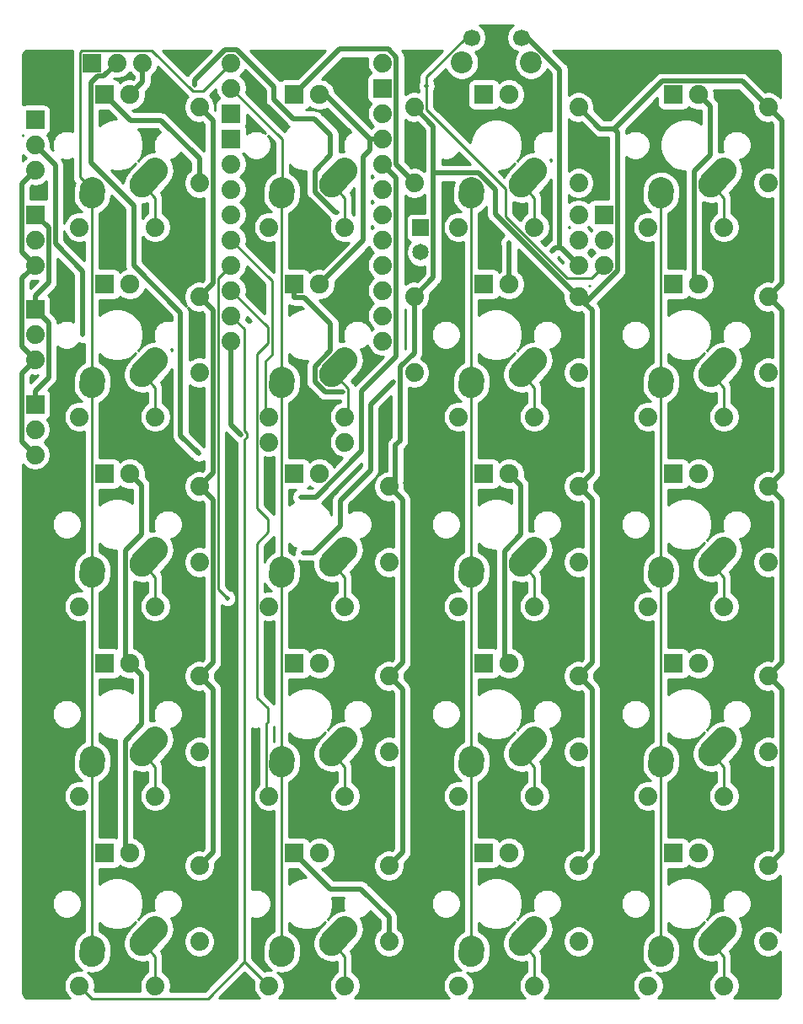
<source format=gbr>
G04 #@! TF.GenerationSoftware,KiCad,Pcbnew,5.1.6-c6e7f7d~87~ubuntu20.04.1*
G04 #@! TF.CreationDate,2020-11-22T02:32:50-05:00*
G04 #@! TF.ProjectId,numpad-1.0,6e756d70-6164-42d3-912e-302e6b696361,rev?*
G04 #@! TF.SameCoordinates,Original*
G04 #@! TF.FileFunction,Copper,L1,Top*
G04 #@! TF.FilePolarity,Positive*
%FSLAX46Y46*%
G04 Gerber Fmt 4.6, Leading zero omitted, Abs format (unit mm)*
G04 Created by KiCad (PCBNEW 5.1.6-c6e7f7d~87~ubuntu20.04.1) date 2020-11-22 02:32:50*
%MOMM*%
%LPD*%
G01*
G04 APERTURE LIST*
G04 #@! TA.AperFunction,ComponentPad*
%ADD10C,1.905000*%
G04 #@! TD*
G04 #@! TA.AperFunction,ComponentPad*
%ADD11R,1.905000X1.905000*%
G04 #@! TD*
G04 #@! TA.AperFunction,ComponentPad*
%ADD12C,0.100000*%
G04 #@! TD*
G04 #@! TA.AperFunction,ComponentPad*
%ADD13C,2.540000*%
G04 #@! TD*
G04 #@! TA.AperFunction,ComponentPad*
%ADD14C,1.879600*%
G04 #@! TD*
G04 #@! TA.AperFunction,ComponentPad*
%ADD15R,1.879600X1.879600*%
G04 #@! TD*
G04 #@! TA.AperFunction,ComponentPad*
%ADD16R,1.651000X1.651000*%
G04 #@! TD*
G04 #@! TA.AperFunction,ComponentPad*
%ADD17C,1.651000*%
G04 #@! TD*
G04 #@! TA.AperFunction,ComponentPad*
%ADD18C,1.699260*%
G04 #@! TD*
G04 #@! TA.AperFunction,ComponentPad*
%ADD19C,2.199640*%
G04 #@! TD*
G04 #@! TA.AperFunction,ViaPad*
%ADD20C,0.508000*%
G04 #@! TD*
G04 #@! TA.AperFunction,Conductor*
%ADD21C,0.254000*%
G04 #@! TD*
G04 #@! TA.AperFunction,Conductor*
%ADD22C,0.508000*%
G04 #@! TD*
G04 #@! TA.AperFunction,NonConductor*
%ADD23C,0.254000*%
G04 #@! TD*
G04 APERTURE END LIST*
D10*
X172720000Y-73660000D03*
D11*
X170180000Y-73660000D03*
G04 #@! TA.AperFunction,ComponentPad*
D12*
G36*
X168813778Y-85086350D02*
G01*
X168690664Y-85070917D01*
X168569642Y-85043543D01*
X168451870Y-85004491D01*
X168338470Y-84954131D01*
X168230526Y-84892948D01*
X168129068Y-84821522D01*
X168035064Y-84740536D01*
X167949410Y-84650763D01*
X167872926Y-84553062D01*
X167806342Y-84448362D01*
X167750292Y-84337666D01*
X167705312Y-84222027D01*
X167671830Y-84102551D01*
X167650167Y-83980379D01*
X167640529Y-83856675D01*
X167643009Y-83732622D01*
X167683009Y-83152621D01*
X167684353Y-83134940D01*
X167689761Y-83094110D01*
X167693746Y-83053652D01*
X167697860Y-83032971D01*
X167700646Y-83011935D01*
X167710072Y-82971573D01*
X167718060Y-82931415D01*
X167724104Y-82911491D01*
X167728864Y-82891109D01*
X167742276Y-82851587D01*
X167754239Y-82812150D01*
X167762094Y-82793186D01*
X167768737Y-82773611D01*
X167786071Y-82735300D01*
X167801934Y-82697005D01*
X167811478Y-82679150D01*
X167819886Y-82660567D01*
X167841016Y-82623887D01*
X167860685Y-82587090D01*
X167871782Y-82570482D01*
X167881823Y-82553052D01*
X167906585Y-82518394D01*
X167929926Y-82483462D01*
X167942428Y-82468228D01*
X167953955Y-82452095D01*
X167982161Y-82419813D01*
X168008992Y-82387120D01*
X168022736Y-82373376D01*
X168035595Y-82358659D01*
X168067014Y-82329098D01*
X168097120Y-82298992D01*
X168111939Y-82286831D01*
X168125963Y-82273635D01*
X168160341Y-82247107D01*
X168193462Y-82219926D01*
X168209162Y-82209436D01*
X168224196Y-82197835D01*
X168261264Y-82174623D01*
X168297090Y-82150685D01*
X168313486Y-82141921D01*
X168329358Y-82131982D01*
X168368780Y-82112366D01*
X168407005Y-82091934D01*
X168423929Y-82084924D01*
X168440444Y-82076706D01*
X168481839Y-82060936D01*
X168522150Y-82044239D01*
X168539430Y-82038997D01*
X168556393Y-82032535D01*
X168599381Y-82020811D01*
X168641415Y-82008060D01*
X168658847Y-82004593D01*
X168676099Y-81999887D01*
X168720349Y-81992359D01*
X168763652Y-81983746D01*
X168781065Y-81982031D01*
X168798421Y-81979078D01*
X168843465Y-81975885D01*
X168887684Y-81971530D01*
X168904907Y-81971530D01*
X168922189Y-81970305D01*
X168967612Y-81971530D01*
X169012316Y-81971530D01*
X169029172Y-81973190D01*
X169046222Y-81973650D01*
X169091590Y-81979338D01*
X169136348Y-81983746D01*
X169152699Y-81986998D01*
X169169336Y-81989084D01*
X169214200Y-81999231D01*
X169258585Y-82008060D01*
X169274277Y-82012820D01*
X169290358Y-82016457D01*
X169334314Y-82031032D01*
X169377850Y-82044239D01*
X169392730Y-82050402D01*
X169408130Y-82055509D01*
X169450712Y-82074420D01*
X169492995Y-82091934D01*
X169506961Y-82099399D01*
X169521530Y-82105869D01*
X169562315Y-82128986D01*
X169602910Y-82150685D01*
X169615852Y-82159332D01*
X169629474Y-82167053D01*
X169668027Y-82194194D01*
X169706538Y-82219926D01*
X169718362Y-82229630D01*
X169730932Y-82238479D01*
X169766858Y-82269429D01*
X169802880Y-82298992D01*
X169813499Y-82309611D01*
X169824936Y-82319464D01*
X169857875Y-82353987D01*
X169891008Y-82387120D01*
X169900358Y-82398513D01*
X169910590Y-82409237D01*
X169940186Y-82447043D01*
X169970074Y-82483462D01*
X169978107Y-82495484D01*
X169987074Y-82506939D01*
X170013004Y-82547712D01*
X170039315Y-82587090D01*
X170045999Y-82599594D01*
X170053658Y-82611638D01*
X170075614Y-82655000D01*
X170098066Y-82697005D01*
X170103388Y-82709853D01*
X170109708Y-82722335D01*
X170127426Y-82767885D01*
X170145761Y-82812150D01*
X170149720Y-82825201D01*
X170154688Y-82837973D01*
X170167950Y-82885296D01*
X170181940Y-82931415D01*
X170184547Y-82944519D01*
X170188170Y-82957449D01*
X170196805Y-83006150D01*
X170206254Y-83053652D01*
X170207536Y-83066664D01*
X170209833Y-83079621D01*
X170213700Y-83129249D01*
X170218470Y-83177684D01*
X170218470Y-83190477D01*
X170219471Y-83203325D01*
X170218470Y-83253397D01*
X170218470Y-83302316D01*
X170217243Y-83314774D01*
X170216991Y-83327379D01*
X170176990Y-83907379D01*
X170175647Y-83925060D01*
X170159354Y-84048065D01*
X170131136Y-84168892D01*
X170091263Y-84286389D01*
X170040114Y-84399434D01*
X169978177Y-84506948D01*
X169906045Y-84607905D01*
X169824405Y-84701342D01*
X169734037Y-84786366D01*
X169635804Y-84862166D01*
X169530642Y-84928018D01*
X169419556Y-84983294D01*
X169303607Y-85027466D01*
X169183901Y-85060113D01*
X169061579Y-85080922D01*
X168937811Y-85089696D01*
X168813778Y-85086350D01*
G37*
G04 #@! TD.AperFunction*
D13*
X168910000Y-83820000D03*
G04 #@! TA.AperFunction,ComponentPad*
D12*
G36*
X173881312Y-84008141D02*
G01*
X173757890Y-83995386D01*
X173636303Y-83970649D01*
X173517710Y-83934163D01*
X173403243Y-83886281D01*
X173293995Y-83827455D01*
X173191009Y-83758250D01*
X173095268Y-83679326D01*
X173007685Y-83591436D01*
X172929096Y-83495419D01*
X172860253Y-83392191D01*
X172801811Y-83282737D01*
X172754329Y-83168104D01*
X172718260Y-83049384D01*
X172693949Y-82927711D01*
X172681626Y-82804245D01*
X172681410Y-82680167D01*
X172693303Y-82556660D01*
X172717192Y-82434903D01*
X172752848Y-82316058D01*
X172799931Y-82201259D01*
X172857991Y-82091604D01*
X172926476Y-81988137D01*
X173004729Y-81891847D01*
X174314730Y-80431847D01*
X174318633Y-80427557D01*
X174318992Y-80427120D01*
X174319425Y-80426687D01*
X174326664Y-80418731D01*
X174368056Y-80378056D01*
X174407120Y-80338992D01*
X174411297Y-80335564D01*
X174415164Y-80331764D01*
X174460571Y-80295126D01*
X174503462Y-80259926D01*
X174507731Y-80257074D01*
X174511728Y-80253848D01*
X174560826Y-80221597D01*
X174607090Y-80190685D01*
X174611368Y-80188398D01*
X174615434Y-80185727D01*
X174667813Y-80158228D01*
X174717005Y-80131934D01*
X174721227Y-80130185D01*
X174725292Y-80128051D01*
X174780393Y-80105678D01*
X174832150Y-80084239D01*
X174836274Y-80082988D01*
X174840255Y-80081371D01*
X174897582Y-80064390D01*
X174951415Y-80048060D01*
X174955366Y-80047274D01*
X174959224Y-80046131D01*
X175018372Y-80034742D01*
X175073652Y-80023746D01*
X175077376Y-80023379D01*
X175081064Y-80022669D01*
X175141586Y-80017055D01*
X175197684Y-80011530D01*
X175201151Y-80011530D01*
X175204612Y-80011209D01*
X175265886Y-80011530D01*
X175322316Y-80011530D01*
X175325486Y-80011842D01*
X175328688Y-80011859D01*
X175390202Y-80018216D01*
X175446348Y-80023746D01*
X175449200Y-80024313D01*
X175452110Y-80024614D01*
X175513141Y-80037032D01*
X175568585Y-80048060D01*
X175571107Y-80048825D01*
X175573697Y-80049352D01*
X175633877Y-80067866D01*
X175687850Y-80084239D01*
X175690029Y-80085142D01*
X175692290Y-80085837D01*
X175751108Y-80110441D01*
X175802995Y-80131934D01*
X175804826Y-80132912D01*
X175806756Y-80133720D01*
X175863746Y-80164406D01*
X175912910Y-80190685D01*
X175914402Y-80191682D01*
X175916005Y-80192545D01*
X175970512Y-80229173D01*
X176016538Y-80259926D01*
X176017719Y-80260895D01*
X176018991Y-80261750D01*
X176070407Y-80304135D01*
X176112880Y-80338992D01*
X176113764Y-80339876D01*
X176114732Y-80340674D01*
X176163231Y-80389343D01*
X176201008Y-80427120D01*
X176201624Y-80427870D01*
X176202315Y-80428564D01*
X176247671Y-80483979D01*
X176280074Y-80523462D01*
X176280460Y-80524040D01*
X176280903Y-80524581D01*
X176324056Y-80589287D01*
X176349315Y-80627090D01*
X176349507Y-80627449D01*
X176349747Y-80627809D01*
X176393571Y-80709887D01*
X176408066Y-80737005D01*
X176408121Y-80737137D01*
X176408188Y-80737263D01*
X176455671Y-80851897D01*
X176455712Y-80852031D01*
X176455761Y-80852150D01*
X176464311Y-80880335D01*
X176491740Y-80970617D01*
X176491821Y-80971023D01*
X176491940Y-80971415D01*
X176500929Y-81016608D01*
X176516051Y-81092290D01*
X176516119Y-81092975D01*
X176516254Y-81093652D01*
X176521265Y-81144527D01*
X176528374Y-81215756D01*
X176528376Y-81216726D01*
X176528470Y-81217684D01*
X176528470Y-81270902D01*
X176528590Y-81339834D01*
X176528470Y-81341080D01*
X176528470Y-81342316D01*
X176523114Y-81396702D01*
X176516696Y-81463341D01*
X176516403Y-81464834D01*
X176516254Y-81466348D01*
X176505406Y-81520885D01*
X176492808Y-81585097D01*
X176492291Y-81586820D01*
X176491940Y-81588585D01*
X176475631Y-81642347D01*
X176457151Y-81703942D01*
X176456367Y-81705852D01*
X176455761Y-81707850D01*
X176434220Y-81759855D01*
X176410069Y-81818741D01*
X176408962Y-81820831D01*
X176408066Y-81822995D01*
X176381533Y-81872634D01*
X176352008Y-81928396D01*
X176350552Y-81930596D01*
X176349315Y-81932910D01*
X176317970Y-81979822D01*
X176283524Y-82031864D01*
X176281688Y-82034122D01*
X176280074Y-82036538D01*
X176244208Y-82080240D01*
X176205270Y-82128153D01*
X174895270Y-83588154D01*
X174883336Y-83601269D01*
X174794836Y-83688236D01*
X174698272Y-83766152D01*
X174594566Y-83834274D01*
X174484708Y-83891950D01*
X174369745Y-83938630D01*
X174250776Y-83973870D01*
X174128936Y-83997331D01*
X174005388Y-84008791D01*
X173881312Y-84008141D01*
G37*
G04 #@! TD.AperFunction*
D13*
X173950000Y-82740000D03*
X173950000Y-120840000D03*
G04 #@! TA.AperFunction,ComponentPad*
D12*
G36*
X173881312Y-122108141D02*
G01*
X173757890Y-122095386D01*
X173636303Y-122070649D01*
X173517710Y-122034163D01*
X173403243Y-121986281D01*
X173293995Y-121927455D01*
X173191009Y-121858250D01*
X173095268Y-121779326D01*
X173007685Y-121691436D01*
X172929096Y-121595419D01*
X172860253Y-121492191D01*
X172801811Y-121382737D01*
X172754329Y-121268104D01*
X172718260Y-121149384D01*
X172693949Y-121027711D01*
X172681626Y-120904245D01*
X172681410Y-120780167D01*
X172693303Y-120656660D01*
X172717192Y-120534903D01*
X172752848Y-120416058D01*
X172799931Y-120301259D01*
X172857991Y-120191604D01*
X172926476Y-120088137D01*
X173004729Y-119991847D01*
X174314730Y-118531847D01*
X174318633Y-118527557D01*
X174318992Y-118527120D01*
X174319425Y-118526687D01*
X174326664Y-118518731D01*
X174368056Y-118478056D01*
X174407120Y-118438992D01*
X174411297Y-118435564D01*
X174415164Y-118431764D01*
X174460571Y-118395126D01*
X174503462Y-118359926D01*
X174507731Y-118357074D01*
X174511728Y-118353848D01*
X174560826Y-118321597D01*
X174607090Y-118290685D01*
X174611368Y-118288398D01*
X174615434Y-118285727D01*
X174667813Y-118258228D01*
X174717005Y-118231934D01*
X174721227Y-118230185D01*
X174725292Y-118228051D01*
X174780393Y-118205678D01*
X174832150Y-118184239D01*
X174836274Y-118182988D01*
X174840255Y-118181371D01*
X174897582Y-118164390D01*
X174951415Y-118148060D01*
X174955366Y-118147274D01*
X174959224Y-118146131D01*
X175018372Y-118134742D01*
X175073652Y-118123746D01*
X175077376Y-118123379D01*
X175081064Y-118122669D01*
X175141586Y-118117055D01*
X175197684Y-118111530D01*
X175201151Y-118111530D01*
X175204612Y-118111209D01*
X175265886Y-118111530D01*
X175322316Y-118111530D01*
X175325486Y-118111842D01*
X175328688Y-118111859D01*
X175390202Y-118118216D01*
X175446348Y-118123746D01*
X175449200Y-118124313D01*
X175452110Y-118124614D01*
X175513141Y-118137032D01*
X175568585Y-118148060D01*
X175571107Y-118148825D01*
X175573697Y-118149352D01*
X175633877Y-118167866D01*
X175687850Y-118184239D01*
X175690029Y-118185142D01*
X175692290Y-118185837D01*
X175751108Y-118210441D01*
X175802995Y-118231934D01*
X175804826Y-118232912D01*
X175806756Y-118233720D01*
X175863746Y-118264406D01*
X175912910Y-118290685D01*
X175914402Y-118291682D01*
X175916005Y-118292545D01*
X175970512Y-118329173D01*
X176016538Y-118359926D01*
X176017719Y-118360895D01*
X176018991Y-118361750D01*
X176070407Y-118404135D01*
X176112880Y-118438992D01*
X176113764Y-118439876D01*
X176114732Y-118440674D01*
X176163231Y-118489343D01*
X176201008Y-118527120D01*
X176201624Y-118527870D01*
X176202315Y-118528564D01*
X176247671Y-118583979D01*
X176280074Y-118623462D01*
X176280460Y-118624040D01*
X176280903Y-118624581D01*
X176324056Y-118689287D01*
X176349315Y-118727090D01*
X176349507Y-118727449D01*
X176349747Y-118727809D01*
X176393571Y-118809887D01*
X176408066Y-118837005D01*
X176408121Y-118837137D01*
X176408188Y-118837263D01*
X176455671Y-118951897D01*
X176455712Y-118952031D01*
X176455761Y-118952150D01*
X176464311Y-118980335D01*
X176491740Y-119070617D01*
X176491821Y-119071023D01*
X176491940Y-119071415D01*
X176500929Y-119116608D01*
X176516051Y-119192290D01*
X176516119Y-119192975D01*
X176516254Y-119193652D01*
X176521265Y-119244527D01*
X176528374Y-119315756D01*
X176528376Y-119316726D01*
X176528470Y-119317684D01*
X176528470Y-119370902D01*
X176528590Y-119439834D01*
X176528470Y-119441080D01*
X176528470Y-119442316D01*
X176523114Y-119496702D01*
X176516696Y-119563341D01*
X176516403Y-119564834D01*
X176516254Y-119566348D01*
X176505406Y-119620885D01*
X176492808Y-119685097D01*
X176492291Y-119686820D01*
X176491940Y-119688585D01*
X176475631Y-119742347D01*
X176457151Y-119803942D01*
X176456367Y-119805852D01*
X176455761Y-119807850D01*
X176434220Y-119859855D01*
X176410069Y-119918741D01*
X176408962Y-119920831D01*
X176408066Y-119922995D01*
X176381533Y-119972634D01*
X176352008Y-120028396D01*
X176350552Y-120030596D01*
X176349315Y-120032910D01*
X176317970Y-120079822D01*
X176283524Y-120131864D01*
X176281688Y-120134122D01*
X176280074Y-120136538D01*
X176244208Y-120180240D01*
X176205270Y-120228153D01*
X174895270Y-121688154D01*
X174883336Y-121701269D01*
X174794836Y-121788236D01*
X174698272Y-121866152D01*
X174594566Y-121934274D01*
X174484708Y-121991950D01*
X174369745Y-122038630D01*
X174250776Y-122073870D01*
X174128936Y-122097331D01*
X174005388Y-122108791D01*
X173881312Y-122108141D01*
G37*
G04 #@! TD.AperFunction*
D13*
X168910000Y-121920000D03*
G04 #@! TA.AperFunction,ComponentPad*
D12*
G36*
X168813778Y-123186350D02*
G01*
X168690664Y-123170917D01*
X168569642Y-123143543D01*
X168451870Y-123104491D01*
X168338470Y-123054131D01*
X168230526Y-122992948D01*
X168129068Y-122921522D01*
X168035064Y-122840536D01*
X167949410Y-122750763D01*
X167872926Y-122653062D01*
X167806342Y-122548362D01*
X167750292Y-122437666D01*
X167705312Y-122322027D01*
X167671830Y-122202551D01*
X167650167Y-122080379D01*
X167640529Y-121956675D01*
X167643009Y-121832622D01*
X167683009Y-121252621D01*
X167684353Y-121234940D01*
X167689761Y-121194110D01*
X167693746Y-121153652D01*
X167697860Y-121132971D01*
X167700646Y-121111935D01*
X167710072Y-121071573D01*
X167718060Y-121031415D01*
X167724104Y-121011491D01*
X167728864Y-120991109D01*
X167742276Y-120951587D01*
X167754239Y-120912150D01*
X167762094Y-120893186D01*
X167768737Y-120873611D01*
X167786071Y-120835300D01*
X167801934Y-120797005D01*
X167811478Y-120779150D01*
X167819886Y-120760567D01*
X167841016Y-120723887D01*
X167860685Y-120687090D01*
X167871782Y-120670482D01*
X167881823Y-120653052D01*
X167906585Y-120618394D01*
X167929926Y-120583462D01*
X167942428Y-120568228D01*
X167953955Y-120552095D01*
X167982161Y-120519813D01*
X168008992Y-120487120D01*
X168022736Y-120473376D01*
X168035595Y-120458659D01*
X168067014Y-120429098D01*
X168097120Y-120398992D01*
X168111939Y-120386831D01*
X168125963Y-120373635D01*
X168160341Y-120347107D01*
X168193462Y-120319926D01*
X168209162Y-120309436D01*
X168224196Y-120297835D01*
X168261264Y-120274623D01*
X168297090Y-120250685D01*
X168313486Y-120241921D01*
X168329358Y-120231982D01*
X168368780Y-120212366D01*
X168407005Y-120191934D01*
X168423929Y-120184924D01*
X168440444Y-120176706D01*
X168481839Y-120160936D01*
X168522150Y-120144239D01*
X168539430Y-120138997D01*
X168556393Y-120132535D01*
X168599381Y-120120811D01*
X168641415Y-120108060D01*
X168658847Y-120104593D01*
X168676099Y-120099887D01*
X168720349Y-120092359D01*
X168763652Y-120083746D01*
X168781065Y-120082031D01*
X168798421Y-120079078D01*
X168843465Y-120075885D01*
X168887684Y-120071530D01*
X168904907Y-120071530D01*
X168922189Y-120070305D01*
X168967612Y-120071530D01*
X169012316Y-120071530D01*
X169029172Y-120073190D01*
X169046222Y-120073650D01*
X169091590Y-120079338D01*
X169136348Y-120083746D01*
X169152699Y-120086998D01*
X169169336Y-120089084D01*
X169214200Y-120099231D01*
X169258585Y-120108060D01*
X169274277Y-120112820D01*
X169290358Y-120116457D01*
X169334314Y-120131032D01*
X169377850Y-120144239D01*
X169392730Y-120150402D01*
X169408130Y-120155509D01*
X169450712Y-120174420D01*
X169492995Y-120191934D01*
X169506961Y-120199399D01*
X169521530Y-120205869D01*
X169562315Y-120228986D01*
X169602910Y-120250685D01*
X169615852Y-120259332D01*
X169629474Y-120267053D01*
X169668027Y-120294194D01*
X169706538Y-120319926D01*
X169718362Y-120329630D01*
X169730932Y-120338479D01*
X169766858Y-120369429D01*
X169802880Y-120398992D01*
X169813499Y-120409611D01*
X169824936Y-120419464D01*
X169857875Y-120453987D01*
X169891008Y-120487120D01*
X169900358Y-120498513D01*
X169910590Y-120509237D01*
X169940186Y-120547043D01*
X169970074Y-120583462D01*
X169978107Y-120595484D01*
X169987074Y-120606939D01*
X170013004Y-120647712D01*
X170039315Y-120687090D01*
X170045999Y-120699594D01*
X170053658Y-120711638D01*
X170075614Y-120755000D01*
X170098066Y-120797005D01*
X170103388Y-120809853D01*
X170109708Y-120822335D01*
X170127426Y-120867885D01*
X170145761Y-120912150D01*
X170149720Y-120925201D01*
X170154688Y-120937973D01*
X170167950Y-120985296D01*
X170181940Y-121031415D01*
X170184547Y-121044519D01*
X170188170Y-121057449D01*
X170196805Y-121106150D01*
X170206254Y-121153652D01*
X170207536Y-121166664D01*
X170209833Y-121179621D01*
X170213700Y-121229249D01*
X170218470Y-121277684D01*
X170218470Y-121290477D01*
X170219471Y-121303325D01*
X170218470Y-121353397D01*
X170218470Y-121402316D01*
X170217243Y-121414774D01*
X170216991Y-121427379D01*
X170176990Y-122007379D01*
X170175647Y-122025060D01*
X170159354Y-122148065D01*
X170131136Y-122268892D01*
X170091263Y-122386389D01*
X170040114Y-122499434D01*
X169978177Y-122606948D01*
X169906045Y-122707905D01*
X169824405Y-122801342D01*
X169734037Y-122886366D01*
X169635804Y-122962166D01*
X169530642Y-123028018D01*
X169419556Y-123083294D01*
X169303607Y-123127466D01*
X169183901Y-123160113D01*
X169061579Y-123180922D01*
X168937811Y-123189696D01*
X168813778Y-123186350D01*
G37*
G04 #@! TD.AperFunction*
D11*
X170180000Y-111760000D03*
D10*
X172720000Y-111760000D03*
D13*
X173950000Y-139890000D03*
G04 #@! TA.AperFunction,ComponentPad*
D12*
G36*
X173881312Y-141158141D02*
G01*
X173757890Y-141145386D01*
X173636303Y-141120649D01*
X173517710Y-141084163D01*
X173403243Y-141036281D01*
X173293995Y-140977455D01*
X173191009Y-140908250D01*
X173095268Y-140829326D01*
X173007685Y-140741436D01*
X172929096Y-140645419D01*
X172860253Y-140542191D01*
X172801811Y-140432737D01*
X172754329Y-140318104D01*
X172718260Y-140199384D01*
X172693949Y-140077711D01*
X172681626Y-139954245D01*
X172681410Y-139830167D01*
X172693303Y-139706660D01*
X172717192Y-139584903D01*
X172752848Y-139466058D01*
X172799931Y-139351259D01*
X172857991Y-139241604D01*
X172926476Y-139138137D01*
X173004729Y-139041847D01*
X174314730Y-137581847D01*
X174318633Y-137577557D01*
X174318992Y-137577120D01*
X174319425Y-137576687D01*
X174326664Y-137568731D01*
X174368056Y-137528056D01*
X174407120Y-137488992D01*
X174411297Y-137485564D01*
X174415164Y-137481764D01*
X174460571Y-137445126D01*
X174503462Y-137409926D01*
X174507731Y-137407074D01*
X174511728Y-137403848D01*
X174560826Y-137371597D01*
X174607090Y-137340685D01*
X174611368Y-137338398D01*
X174615434Y-137335727D01*
X174667813Y-137308228D01*
X174717005Y-137281934D01*
X174721227Y-137280185D01*
X174725292Y-137278051D01*
X174780393Y-137255678D01*
X174832150Y-137234239D01*
X174836274Y-137232988D01*
X174840255Y-137231371D01*
X174897582Y-137214390D01*
X174951415Y-137198060D01*
X174955366Y-137197274D01*
X174959224Y-137196131D01*
X175018372Y-137184742D01*
X175073652Y-137173746D01*
X175077376Y-137173379D01*
X175081064Y-137172669D01*
X175141586Y-137167055D01*
X175197684Y-137161530D01*
X175201151Y-137161530D01*
X175204612Y-137161209D01*
X175265886Y-137161530D01*
X175322316Y-137161530D01*
X175325486Y-137161842D01*
X175328688Y-137161859D01*
X175390202Y-137168216D01*
X175446348Y-137173746D01*
X175449200Y-137174313D01*
X175452110Y-137174614D01*
X175513141Y-137187032D01*
X175568585Y-137198060D01*
X175571107Y-137198825D01*
X175573697Y-137199352D01*
X175633877Y-137217866D01*
X175687850Y-137234239D01*
X175690029Y-137235142D01*
X175692290Y-137235837D01*
X175751108Y-137260441D01*
X175802995Y-137281934D01*
X175804826Y-137282912D01*
X175806756Y-137283720D01*
X175863746Y-137314406D01*
X175912910Y-137340685D01*
X175914402Y-137341682D01*
X175916005Y-137342545D01*
X175970512Y-137379173D01*
X176016538Y-137409926D01*
X176017719Y-137410895D01*
X176018991Y-137411750D01*
X176070407Y-137454135D01*
X176112880Y-137488992D01*
X176113764Y-137489876D01*
X176114732Y-137490674D01*
X176163231Y-137539343D01*
X176201008Y-137577120D01*
X176201624Y-137577870D01*
X176202315Y-137578564D01*
X176247671Y-137633979D01*
X176280074Y-137673462D01*
X176280460Y-137674040D01*
X176280903Y-137674581D01*
X176324056Y-137739287D01*
X176349315Y-137777090D01*
X176349507Y-137777449D01*
X176349747Y-137777809D01*
X176393571Y-137859887D01*
X176408066Y-137887005D01*
X176408121Y-137887137D01*
X176408188Y-137887263D01*
X176455671Y-138001897D01*
X176455712Y-138002031D01*
X176455761Y-138002150D01*
X176464311Y-138030335D01*
X176491740Y-138120617D01*
X176491821Y-138121023D01*
X176491940Y-138121415D01*
X176500929Y-138166608D01*
X176516051Y-138242290D01*
X176516119Y-138242975D01*
X176516254Y-138243652D01*
X176521265Y-138294527D01*
X176528374Y-138365756D01*
X176528376Y-138366726D01*
X176528470Y-138367684D01*
X176528470Y-138420902D01*
X176528590Y-138489834D01*
X176528470Y-138491080D01*
X176528470Y-138492316D01*
X176523114Y-138546702D01*
X176516696Y-138613341D01*
X176516403Y-138614834D01*
X176516254Y-138616348D01*
X176505406Y-138670885D01*
X176492808Y-138735097D01*
X176492291Y-138736820D01*
X176491940Y-138738585D01*
X176475631Y-138792347D01*
X176457151Y-138853942D01*
X176456367Y-138855852D01*
X176455761Y-138857850D01*
X176434220Y-138909855D01*
X176410069Y-138968741D01*
X176408962Y-138970831D01*
X176408066Y-138972995D01*
X176381533Y-139022634D01*
X176352008Y-139078396D01*
X176350552Y-139080596D01*
X176349315Y-139082910D01*
X176317970Y-139129822D01*
X176283524Y-139181864D01*
X176281688Y-139184122D01*
X176280074Y-139186538D01*
X176244208Y-139230240D01*
X176205270Y-139278153D01*
X174895270Y-140738154D01*
X174883336Y-140751269D01*
X174794836Y-140838236D01*
X174698272Y-140916152D01*
X174594566Y-140984274D01*
X174484708Y-141041950D01*
X174369745Y-141088630D01*
X174250776Y-141123870D01*
X174128936Y-141147331D01*
X174005388Y-141158791D01*
X173881312Y-141158141D01*
G37*
G04 #@! TD.AperFunction*
D13*
X168910000Y-140970000D03*
G04 #@! TA.AperFunction,ComponentPad*
D12*
G36*
X168813778Y-142236350D02*
G01*
X168690664Y-142220917D01*
X168569642Y-142193543D01*
X168451870Y-142154491D01*
X168338470Y-142104131D01*
X168230526Y-142042948D01*
X168129068Y-141971522D01*
X168035064Y-141890536D01*
X167949410Y-141800763D01*
X167872926Y-141703062D01*
X167806342Y-141598362D01*
X167750292Y-141487666D01*
X167705312Y-141372027D01*
X167671830Y-141252551D01*
X167650167Y-141130379D01*
X167640529Y-141006675D01*
X167643009Y-140882622D01*
X167683009Y-140302621D01*
X167684353Y-140284940D01*
X167689761Y-140244110D01*
X167693746Y-140203652D01*
X167697860Y-140182971D01*
X167700646Y-140161935D01*
X167710072Y-140121573D01*
X167718060Y-140081415D01*
X167724104Y-140061491D01*
X167728864Y-140041109D01*
X167742276Y-140001587D01*
X167754239Y-139962150D01*
X167762094Y-139943186D01*
X167768737Y-139923611D01*
X167786071Y-139885300D01*
X167801934Y-139847005D01*
X167811478Y-139829150D01*
X167819886Y-139810567D01*
X167841016Y-139773887D01*
X167860685Y-139737090D01*
X167871782Y-139720482D01*
X167881823Y-139703052D01*
X167906585Y-139668394D01*
X167929926Y-139633462D01*
X167942428Y-139618228D01*
X167953955Y-139602095D01*
X167982161Y-139569813D01*
X168008992Y-139537120D01*
X168022736Y-139523376D01*
X168035595Y-139508659D01*
X168067014Y-139479098D01*
X168097120Y-139448992D01*
X168111939Y-139436831D01*
X168125963Y-139423635D01*
X168160341Y-139397107D01*
X168193462Y-139369926D01*
X168209162Y-139359436D01*
X168224196Y-139347835D01*
X168261264Y-139324623D01*
X168297090Y-139300685D01*
X168313486Y-139291921D01*
X168329358Y-139281982D01*
X168368780Y-139262366D01*
X168407005Y-139241934D01*
X168423929Y-139234924D01*
X168440444Y-139226706D01*
X168481839Y-139210936D01*
X168522150Y-139194239D01*
X168539430Y-139188997D01*
X168556393Y-139182535D01*
X168599381Y-139170811D01*
X168641415Y-139158060D01*
X168658847Y-139154593D01*
X168676099Y-139149887D01*
X168720349Y-139142359D01*
X168763652Y-139133746D01*
X168781065Y-139132031D01*
X168798421Y-139129078D01*
X168843465Y-139125885D01*
X168887684Y-139121530D01*
X168904907Y-139121530D01*
X168922189Y-139120305D01*
X168967612Y-139121530D01*
X169012316Y-139121530D01*
X169029172Y-139123190D01*
X169046222Y-139123650D01*
X169091590Y-139129338D01*
X169136348Y-139133746D01*
X169152699Y-139136998D01*
X169169336Y-139139084D01*
X169214200Y-139149231D01*
X169258585Y-139158060D01*
X169274277Y-139162820D01*
X169290358Y-139166457D01*
X169334314Y-139181032D01*
X169377850Y-139194239D01*
X169392730Y-139200402D01*
X169408130Y-139205509D01*
X169450712Y-139224420D01*
X169492995Y-139241934D01*
X169506961Y-139249399D01*
X169521530Y-139255869D01*
X169562315Y-139278986D01*
X169602910Y-139300685D01*
X169615852Y-139309332D01*
X169629474Y-139317053D01*
X169668027Y-139344194D01*
X169706538Y-139369926D01*
X169718362Y-139379630D01*
X169730932Y-139388479D01*
X169766858Y-139419429D01*
X169802880Y-139448992D01*
X169813499Y-139459611D01*
X169824936Y-139469464D01*
X169857875Y-139503987D01*
X169891008Y-139537120D01*
X169900358Y-139548513D01*
X169910590Y-139559237D01*
X169940186Y-139597043D01*
X169970074Y-139633462D01*
X169978107Y-139645484D01*
X169987074Y-139656939D01*
X170013004Y-139697712D01*
X170039315Y-139737090D01*
X170045999Y-139749594D01*
X170053658Y-139761638D01*
X170075614Y-139805000D01*
X170098066Y-139847005D01*
X170103388Y-139859853D01*
X170109708Y-139872335D01*
X170127426Y-139917885D01*
X170145761Y-139962150D01*
X170149720Y-139975201D01*
X170154688Y-139987973D01*
X170167950Y-140035296D01*
X170181940Y-140081415D01*
X170184547Y-140094519D01*
X170188170Y-140107449D01*
X170196805Y-140156150D01*
X170206254Y-140203652D01*
X170207536Y-140216664D01*
X170209833Y-140229621D01*
X170213700Y-140279249D01*
X170218470Y-140327684D01*
X170218470Y-140340477D01*
X170219471Y-140353325D01*
X170218470Y-140403397D01*
X170218470Y-140452316D01*
X170217243Y-140464774D01*
X170216991Y-140477379D01*
X170176990Y-141057379D01*
X170175647Y-141075060D01*
X170159354Y-141198065D01*
X170131136Y-141318892D01*
X170091263Y-141436389D01*
X170040114Y-141549434D01*
X169978177Y-141656948D01*
X169906045Y-141757905D01*
X169824405Y-141851342D01*
X169734037Y-141936366D01*
X169635804Y-142012166D01*
X169530642Y-142078018D01*
X169419556Y-142133294D01*
X169303607Y-142177466D01*
X169183901Y-142210113D01*
X169061579Y-142230922D01*
X168937811Y-142239696D01*
X168813778Y-142236350D01*
G37*
G04 #@! TD.AperFunction*
D11*
X170180000Y-130810000D03*
D10*
X172720000Y-130810000D03*
X134620000Y-130810000D03*
D11*
X132080000Y-130810000D03*
G04 #@! TA.AperFunction,ComponentPad*
D12*
G36*
X130713778Y-142236350D02*
G01*
X130590664Y-142220917D01*
X130469642Y-142193543D01*
X130351870Y-142154491D01*
X130238470Y-142104131D01*
X130130526Y-142042948D01*
X130029068Y-141971522D01*
X129935064Y-141890536D01*
X129849410Y-141800763D01*
X129772926Y-141703062D01*
X129706342Y-141598362D01*
X129650292Y-141487666D01*
X129605312Y-141372027D01*
X129571830Y-141252551D01*
X129550167Y-141130379D01*
X129540529Y-141006675D01*
X129543009Y-140882622D01*
X129583009Y-140302621D01*
X129584353Y-140284940D01*
X129589761Y-140244110D01*
X129593746Y-140203652D01*
X129597860Y-140182971D01*
X129600646Y-140161935D01*
X129610072Y-140121573D01*
X129618060Y-140081415D01*
X129624104Y-140061491D01*
X129628864Y-140041109D01*
X129642276Y-140001587D01*
X129654239Y-139962150D01*
X129662094Y-139943186D01*
X129668737Y-139923611D01*
X129686071Y-139885300D01*
X129701934Y-139847005D01*
X129711478Y-139829150D01*
X129719886Y-139810567D01*
X129741016Y-139773887D01*
X129760685Y-139737090D01*
X129771782Y-139720482D01*
X129781823Y-139703052D01*
X129806585Y-139668394D01*
X129829926Y-139633462D01*
X129842428Y-139618228D01*
X129853955Y-139602095D01*
X129882161Y-139569813D01*
X129908992Y-139537120D01*
X129922736Y-139523376D01*
X129935595Y-139508659D01*
X129967014Y-139479098D01*
X129997120Y-139448992D01*
X130011939Y-139436831D01*
X130025963Y-139423635D01*
X130060341Y-139397107D01*
X130093462Y-139369926D01*
X130109162Y-139359436D01*
X130124196Y-139347835D01*
X130161264Y-139324623D01*
X130197090Y-139300685D01*
X130213486Y-139291921D01*
X130229358Y-139281982D01*
X130268780Y-139262366D01*
X130307005Y-139241934D01*
X130323929Y-139234924D01*
X130340444Y-139226706D01*
X130381839Y-139210936D01*
X130422150Y-139194239D01*
X130439430Y-139188997D01*
X130456393Y-139182535D01*
X130499381Y-139170811D01*
X130541415Y-139158060D01*
X130558847Y-139154593D01*
X130576099Y-139149887D01*
X130620349Y-139142359D01*
X130663652Y-139133746D01*
X130681065Y-139132031D01*
X130698421Y-139129078D01*
X130743465Y-139125885D01*
X130787684Y-139121530D01*
X130804907Y-139121530D01*
X130822189Y-139120305D01*
X130867612Y-139121530D01*
X130912316Y-139121530D01*
X130929172Y-139123190D01*
X130946222Y-139123650D01*
X130991590Y-139129338D01*
X131036348Y-139133746D01*
X131052699Y-139136998D01*
X131069336Y-139139084D01*
X131114200Y-139149231D01*
X131158585Y-139158060D01*
X131174277Y-139162820D01*
X131190358Y-139166457D01*
X131234314Y-139181032D01*
X131277850Y-139194239D01*
X131292730Y-139200402D01*
X131308130Y-139205509D01*
X131350712Y-139224420D01*
X131392995Y-139241934D01*
X131406961Y-139249399D01*
X131421530Y-139255869D01*
X131462315Y-139278986D01*
X131502910Y-139300685D01*
X131515852Y-139309332D01*
X131529474Y-139317053D01*
X131568027Y-139344194D01*
X131606538Y-139369926D01*
X131618362Y-139379630D01*
X131630932Y-139388479D01*
X131666858Y-139419429D01*
X131702880Y-139448992D01*
X131713499Y-139459611D01*
X131724936Y-139469464D01*
X131757875Y-139503987D01*
X131791008Y-139537120D01*
X131800358Y-139548513D01*
X131810590Y-139559237D01*
X131840186Y-139597043D01*
X131870074Y-139633462D01*
X131878107Y-139645484D01*
X131887074Y-139656939D01*
X131913004Y-139697712D01*
X131939315Y-139737090D01*
X131945999Y-139749594D01*
X131953658Y-139761638D01*
X131975614Y-139805000D01*
X131998066Y-139847005D01*
X132003388Y-139859853D01*
X132009708Y-139872335D01*
X132027426Y-139917885D01*
X132045761Y-139962150D01*
X132049720Y-139975201D01*
X132054688Y-139987973D01*
X132067950Y-140035296D01*
X132081940Y-140081415D01*
X132084547Y-140094519D01*
X132088170Y-140107449D01*
X132096805Y-140156150D01*
X132106254Y-140203652D01*
X132107536Y-140216664D01*
X132109833Y-140229621D01*
X132113700Y-140279249D01*
X132118470Y-140327684D01*
X132118470Y-140340477D01*
X132119471Y-140353325D01*
X132118470Y-140403397D01*
X132118470Y-140452316D01*
X132117243Y-140464774D01*
X132116991Y-140477379D01*
X132076990Y-141057379D01*
X132075647Y-141075060D01*
X132059354Y-141198065D01*
X132031136Y-141318892D01*
X131991263Y-141436389D01*
X131940114Y-141549434D01*
X131878177Y-141656948D01*
X131806045Y-141757905D01*
X131724405Y-141851342D01*
X131634037Y-141936366D01*
X131535804Y-142012166D01*
X131430642Y-142078018D01*
X131319556Y-142133294D01*
X131203607Y-142177466D01*
X131083901Y-142210113D01*
X130961579Y-142230922D01*
X130837811Y-142239696D01*
X130713778Y-142236350D01*
G37*
G04 #@! TD.AperFunction*
D13*
X130810000Y-140970000D03*
G04 #@! TA.AperFunction,ComponentPad*
D12*
G36*
X135781312Y-141158141D02*
G01*
X135657890Y-141145386D01*
X135536303Y-141120649D01*
X135417710Y-141084163D01*
X135303243Y-141036281D01*
X135193995Y-140977455D01*
X135091009Y-140908250D01*
X134995268Y-140829326D01*
X134907685Y-140741436D01*
X134829096Y-140645419D01*
X134760253Y-140542191D01*
X134701811Y-140432737D01*
X134654329Y-140318104D01*
X134618260Y-140199384D01*
X134593949Y-140077711D01*
X134581626Y-139954245D01*
X134581410Y-139830167D01*
X134593303Y-139706660D01*
X134617192Y-139584903D01*
X134652848Y-139466058D01*
X134699931Y-139351259D01*
X134757991Y-139241604D01*
X134826476Y-139138137D01*
X134904729Y-139041847D01*
X136214730Y-137581847D01*
X136218633Y-137577557D01*
X136218992Y-137577120D01*
X136219425Y-137576687D01*
X136226664Y-137568731D01*
X136268056Y-137528056D01*
X136307120Y-137488992D01*
X136311297Y-137485564D01*
X136315164Y-137481764D01*
X136360571Y-137445126D01*
X136403462Y-137409926D01*
X136407731Y-137407074D01*
X136411728Y-137403848D01*
X136460826Y-137371597D01*
X136507090Y-137340685D01*
X136511368Y-137338398D01*
X136515434Y-137335727D01*
X136567813Y-137308228D01*
X136617005Y-137281934D01*
X136621227Y-137280185D01*
X136625292Y-137278051D01*
X136680393Y-137255678D01*
X136732150Y-137234239D01*
X136736274Y-137232988D01*
X136740255Y-137231371D01*
X136797582Y-137214390D01*
X136851415Y-137198060D01*
X136855366Y-137197274D01*
X136859224Y-137196131D01*
X136918372Y-137184742D01*
X136973652Y-137173746D01*
X136977376Y-137173379D01*
X136981064Y-137172669D01*
X137041586Y-137167055D01*
X137097684Y-137161530D01*
X137101151Y-137161530D01*
X137104612Y-137161209D01*
X137165886Y-137161530D01*
X137222316Y-137161530D01*
X137225486Y-137161842D01*
X137228688Y-137161859D01*
X137290202Y-137168216D01*
X137346348Y-137173746D01*
X137349200Y-137174313D01*
X137352110Y-137174614D01*
X137413141Y-137187032D01*
X137468585Y-137198060D01*
X137471107Y-137198825D01*
X137473697Y-137199352D01*
X137533877Y-137217866D01*
X137587850Y-137234239D01*
X137590029Y-137235142D01*
X137592290Y-137235837D01*
X137651108Y-137260441D01*
X137702995Y-137281934D01*
X137704826Y-137282912D01*
X137706756Y-137283720D01*
X137763746Y-137314406D01*
X137812910Y-137340685D01*
X137814402Y-137341682D01*
X137816005Y-137342545D01*
X137870512Y-137379173D01*
X137916538Y-137409926D01*
X137917719Y-137410895D01*
X137918991Y-137411750D01*
X137970407Y-137454135D01*
X138012880Y-137488992D01*
X138013764Y-137489876D01*
X138014732Y-137490674D01*
X138063231Y-137539343D01*
X138101008Y-137577120D01*
X138101624Y-137577870D01*
X138102315Y-137578564D01*
X138147671Y-137633979D01*
X138180074Y-137673462D01*
X138180460Y-137674040D01*
X138180903Y-137674581D01*
X138224056Y-137739287D01*
X138249315Y-137777090D01*
X138249507Y-137777449D01*
X138249747Y-137777809D01*
X138293571Y-137859887D01*
X138308066Y-137887005D01*
X138308121Y-137887137D01*
X138308188Y-137887263D01*
X138355671Y-138001897D01*
X138355712Y-138002031D01*
X138355761Y-138002150D01*
X138364311Y-138030335D01*
X138391740Y-138120617D01*
X138391821Y-138121023D01*
X138391940Y-138121415D01*
X138400929Y-138166608D01*
X138416051Y-138242290D01*
X138416119Y-138242975D01*
X138416254Y-138243652D01*
X138421265Y-138294527D01*
X138428374Y-138365756D01*
X138428376Y-138366726D01*
X138428470Y-138367684D01*
X138428470Y-138420902D01*
X138428590Y-138489834D01*
X138428470Y-138491080D01*
X138428470Y-138492316D01*
X138423114Y-138546702D01*
X138416696Y-138613341D01*
X138416403Y-138614834D01*
X138416254Y-138616348D01*
X138405406Y-138670885D01*
X138392808Y-138735097D01*
X138392291Y-138736820D01*
X138391940Y-138738585D01*
X138375631Y-138792347D01*
X138357151Y-138853942D01*
X138356367Y-138855852D01*
X138355761Y-138857850D01*
X138334220Y-138909855D01*
X138310069Y-138968741D01*
X138308962Y-138970831D01*
X138308066Y-138972995D01*
X138281533Y-139022634D01*
X138252008Y-139078396D01*
X138250552Y-139080596D01*
X138249315Y-139082910D01*
X138217970Y-139129822D01*
X138183524Y-139181864D01*
X138181688Y-139184122D01*
X138180074Y-139186538D01*
X138144208Y-139230240D01*
X138105270Y-139278153D01*
X136795270Y-140738154D01*
X136783336Y-140751269D01*
X136694836Y-140838236D01*
X136598272Y-140916152D01*
X136494566Y-140984274D01*
X136384708Y-141041950D01*
X136269745Y-141088630D01*
X136150776Y-141123870D01*
X136028936Y-141147331D01*
X135905388Y-141158791D01*
X135781312Y-141158141D01*
G37*
G04 #@! TD.AperFunction*
D13*
X135850000Y-139890000D03*
X116800000Y-139890000D03*
G04 #@! TA.AperFunction,ComponentPad*
D12*
G36*
X116731312Y-141158141D02*
G01*
X116607890Y-141145386D01*
X116486303Y-141120649D01*
X116367710Y-141084163D01*
X116253243Y-141036281D01*
X116143995Y-140977455D01*
X116041009Y-140908250D01*
X115945268Y-140829326D01*
X115857685Y-140741436D01*
X115779096Y-140645419D01*
X115710253Y-140542191D01*
X115651811Y-140432737D01*
X115604329Y-140318104D01*
X115568260Y-140199384D01*
X115543949Y-140077711D01*
X115531626Y-139954245D01*
X115531410Y-139830167D01*
X115543303Y-139706660D01*
X115567192Y-139584903D01*
X115602848Y-139466058D01*
X115649931Y-139351259D01*
X115707991Y-139241604D01*
X115776476Y-139138137D01*
X115854729Y-139041847D01*
X117164730Y-137581847D01*
X117168633Y-137577557D01*
X117168992Y-137577120D01*
X117169425Y-137576687D01*
X117176664Y-137568731D01*
X117218056Y-137528056D01*
X117257120Y-137488992D01*
X117261297Y-137485564D01*
X117265164Y-137481764D01*
X117310571Y-137445126D01*
X117353462Y-137409926D01*
X117357731Y-137407074D01*
X117361728Y-137403848D01*
X117410826Y-137371597D01*
X117457090Y-137340685D01*
X117461368Y-137338398D01*
X117465434Y-137335727D01*
X117517813Y-137308228D01*
X117567005Y-137281934D01*
X117571227Y-137280185D01*
X117575292Y-137278051D01*
X117630393Y-137255678D01*
X117682150Y-137234239D01*
X117686274Y-137232988D01*
X117690255Y-137231371D01*
X117747582Y-137214390D01*
X117801415Y-137198060D01*
X117805366Y-137197274D01*
X117809224Y-137196131D01*
X117868372Y-137184742D01*
X117923652Y-137173746D01*
X117927376Y-137173379D01*
X117931064Y-137172669D01*
X117991586Y-137167055D01*
X118047684Y-137161530D01*
X118051151Y-137161530D01*
X118054612Y-137161209D01*
X118115886Y-137161530D01*
X118172316Y-137161530D01*
X118175486Y-137161842D01*
X118178688Y-137161859D01*
X118240202Y-137168216D01*
X118296348Y-137173746D01*
X118299200Y-137174313D01*
X118302110Y-137174614D01*
X118363141Y-137187032D01*
X118418585Y-137198060D01*
X118421107Y-137198825D01*
X118423697Y-137199352D01*
X118483877Y-137217866D01*
X118537850Y-137234239D01*
X118540029Y-137235142D01*
X118542290Y-137235837D01*
X118601108Y-137260441D01*
X118652995Y-137281934D01*
X118654826Y-137282912D01*
X118656756Y-137283720D01*
X118713746Y-137314406D01*
X118762910Y-137340685D01*
X118764402Y-137341682D01*
X118766005Y-137342545D01*
X118820512Y-137379173D01*
X118866538Y-137409926D01*
X118867719Y-137410895D01*
X118868991Y-137411750D01*
X118920407Y-137454135D01*
X118962880Y-137488992D01*
X118963764Y-137489876D01*
X118964732Y-137490674D01*
X119013231Y-137539343D01*
X119051008Y-137577120D01*
X119051624Y-137577870D01*
X119052315Y-137578564D01*
X119097671Y-137633979D01*
X119130074Y-137673462D01*
X119130460Y-137674040D01*
X119130903Y-137674581D01*
X119174056Y-137739287D01*
X119199315Y-137777090D01*
X119199507Y-137777449D01*
X119199747Y-137777809D01*
X119243571Y-137859887D01*
X119258066Y-137887005D01*
X119258121Y-137887137D01*
X119258188Y-137887263D01*
X119305671Y-138001897D01*
X119305712Y-138002031D01*
X119305761Y-138002150D01*
X119314311Y-138030335D01*
X119341740Y-138120617D01*
X119341821Y-138121023D01*
X119341940Y-138121415D01*
X119350929Y-138166608D01*
X119366051Y-138242290D01*
X119366119Y-138242975D01*
X119366254Y-138243652D01*
X119371265Y-138294527D01*
X119378374Y-138365756D01*
X119378376Y-138366726D01*
X119378470Y-138367684D01*
X119378470Y-138420902D01*
X119378590Y-138489834D01*
X119378470Y-138491080D01*
X119378470Y-138492316D01*
X119373114Y-138546702D01*
X119366696Y-138613341D01*
X119366403Y-138614834D01*
X119366254Y-138616348D01*
X119355406Y-138670885D01*
X119342808Y-138735097D01*
X119342291Y-138736820D01*
X119341940Y-138738585D01*
X119325631Y-138792347D01*
X119307151Y-138853942D01*
X119306367Y-138855852D01*
X119305761Y-138857850D01*
X119284220Y-138909855D01*
X119260069Y-138968741D01*
X119258962Y-138970831D01*
X119258066Y-138972995D01*
X119231533Y-139022634D01*
X119202008Y-139078396D01*
X119200552Y-139080596D01*
X119199315Y-139082910D01*
X119167970Y-139129822D01*
X119133524Y-139181864D01*
X119131688Y-139184122D01*
X119130074Y-139186538D01*
X119094208Y-139230240D01*
X119055270Y-139278153D01*
X117745270Y-140738154D01*
X117733336Y-140751269D01*
X117644836Y-140838236D01*
X117548272Y-140916152D01*
X117444566Y-140984274D01*
X117334708Y-141041950D01*
X117219745Y-141088630D01*
X117100776Y-141123870D01*
X116978936Y-141147331D01*
X116855388Y-141158791D01*
X116731312Y-141158141D01*
G37*
G04 #@! TD.AperFunction*
D13*
X111760000Y-140970000D03*
G04 #@! TA.AperFunction,ComponentPad*
D12*
G36*
X111663778Y-142236350D02*
G01*
X111540664Y-142220917D01*
X111419642Y-142193543D01*
X111301870Y-142154491D01*
X111188470Y-142104131D01*
X111080526Y-142042948D01*
X110979068Y-141971522D01*
X110885064Y-141890536D01*
X110799410Y-141800763D01*
X110722926Y-141703062D01*
X110656342Y-141598362D01*
X110600292Y-141487666D01*
X110555312Y-141372027D01*
X110521830Y-141252551D01*
X110500167Y-141130379D01*
X110490529Y-141006675D01*
X110493009Y-140882622D01*
X110533009Y-140302621D01*
X110534353Y-140284940D01*
X110539761Y-140244110D01*
X110543746Y-140203652D01*
X110547860Y-140182971D01*
X110550646Y-140161935D01*
X110560072Y-140121573D01*
X110568060Y-140081415D01*
X110574104Y-140061491D01*
X110578864Y-140041109D01*
X110592276Y-140001587D01*
X110604239Y-139962150D01*
X110612094Y-139943186D01*
X110618737Y-139923611D01*
X110636071Y-139885300D01*
X110651934Y-139847005D01*
X110661478Y-139829150D01*
X110669886Y-139810567D01*
X110691016Y-139773887D01*
X110710685Y-139737090D01*
X110721782Y-139720482D01*
X110731823Y-139703052D01*
X110756585Y-139668394D01*
X110779926Y-139633462D01*
X110792428Y-139618228D01*
X110803955Y-139602095D01*
X110832161Y-139569813D01*
X110858992Y-139537120D01*
X110872736Y-139523376D01*
X110885595Y-139508659D01*
X110917014Y-139479098D01*
X110947120Y-139448992D01*
X110961939Y-139436831D01*
X110975963Y-139423635D01*
X111010341Y-139397107D01*
X111043462Y-139369926D01*
X111059162Y-139359436D01*
X111074196Y-139347835D01*
X111111264Y-139324623D01*
X111147090Y-139300685D01*
X111163486Y-139291921D01*
X111179358Y-139281982D01*
X111218780Y-139262366D01*
X111257005Y-139241934D01*
X111273929Y-139234924D01*
X111290444Y-139226706D01*
X111331839Y-139210936D01*
X111372150Y-139194239D01*
X111389430Y-139188997D01*
X111406393Y-139182535D01*
X111449381Y-139170811D01*
X111491415Y-139158060D01*
X111508847Y-139154593D01*
X111526099Y-139149887D01*
X111570349Y-139142359D01*
X111613652Y-139133746D01*
X111631065Y-139132031D01*
X111648421Y-139129078D01*
X111693465Y-139125885D01*
X111737684Y-139121530D01*
X111754907Y-139121530D01*
X111772189Y-139120305D01*
X111817612Y-139121530D01*
X111862316Y-139121530D01*
X111879172Y-139123190D01*
X111896222Y-139123650D01*
X111941590Y-139129338D01*
X111986348Y-139133746D01*
X112002699Y-139136998D01*
X112019336Y-139139084D01*
X112064200Y-139149231D01*
X112108585Y-139158060D01*
X112124277Y-139162820D01*
X112140358Y-139166457D01*
X112184314Y-139181032D01*
X112227850Y-139194239D01*
X112242730Y-139200402D01*
X112258130Y-139205509D01*
X112300712Y-139224420D01*
X112342995Y-139241934D01*
X112356961Y-139249399D01*
X112371530Y-139255869D01*
X112412315Y-139278986D01*
X112452910Y-139300685D01*
X112465852Y-139309332D01*
X112479474Y-139317053D01*
X112518027Y-139344194D01*
X112556538Y-139369926D01*
X112568362Y-139379630D01*
X112580932Y-139388479D01*
X112616858Y-139419429D01*
X112652880Y-139448992D01*
X112663499Y-139459611D01*
X112674936Y-139469464D01*
X112707875Y-139503987D01*
X112741008Y-139537120D01*
X112750358Y-139548513D01*
X112760590Y-139559237D01*
X112790186Y-139597043D01*
X112820074Y-139633462D01*
X112828107Y-139645484D01*
X112837074Y-139656939D01*
X112863004Y-139697712D01*
X112889315Y-139737090D01*
X112895999Y-139749594D01*
X112903658Y-139761638D01*
X112925614Y-139805000D01*
X112948066Y-139847005D01*
X112953388Y-139859853D01*
X112959708Y-139872335D01*
X112977426Y-139917885D01*
X112995761Y-139962150D01*
X112999720Y-139975201D01*
X113004688Y-139987973D01*
X113017950Y-140035296D01*
X113031940Y-140081415D01*
X113034547Y-140094519D01*
X113038170Y-140107449D01*
X113046805Y-140156150D01*
X113056254Y-140203652D01*
X113057536Y-140216664D01*
X113059833Y-140229621D01*
X113063700Y-140279249D01*
X113068470Y-140327684D01*
X113068470Y-140340477D01*
X113069471Y-140353325D01*
X113068470Y-140403397D01*
X113068470Y-140452316D01*
X113067243Y-140464774D01*
X113066991Y-140477379D01*
X113026990Y-141057379D01*
X113025647Y-141075060D01*
X113009354Y-141198065D01*
X112981136Y-141318892D01*
X112941263Y-141436389D01*
X112890114Y-141549434D01*
X112828177Y-141656948D01*
X112756045Y-141757905D01*
X112674405Y-141851342D01*
X112584037Y-141936366D01*
X112485804Y-142012166D01*
X112380642Y-142078018D01*
X112269556Y-142133294D01*
X112153607Y-142177466D01*
X112033901Y-142210113D01*
X111911579Y-142230922D01*
X111787811Y-142239696D01*
X111663778Y-142236350D01*
G37*
G04 #@! TD.AperFunction*
D11*
X113030000Y-130810000D03*
D10*
X115570000Y-130810000D03*
D14*
X125730000Y-51435000D03*
X125730000Y-53975000D03*
D15*
X125730000Y-56515000D03*
X125730000Y-59055000D03*
D14*
X125730000Y-61595000D03*
X125730000Y-64135000D03*
X125730000Y-66675000D03*
X125730000Y-69215000D03*
X125730000Y-71755000D03*
X125730000Y-74295000D03*
X125730000Y-76835000D03*
X125730000Y-79375000D03*
X140970000Y-79375000D03*
X140970000Y-76835000D03*
X140970000Y-74295000D03*
X140970000Y-71755000D03*
X140970000Y-69215000D03*
X140970000Y-66675000D03*
X140970000Y-64135000D03*
X140970000Y-61595000D03*
X140970000Y-59055000D03*
X140970000Y-56515000D03*
D15*
X140970000Y-53975000D03*
D14*
X140970000Y-51435000D03*
D15*
X106045000Y-85725000D03*
D14*
X106045000Y-88265000D03*
X106045000Y-90805000D03*
X106045000Y-81280000D03*
X106045000Y-78740000D03*
D15*
X106045000Y-76200000D03*
X106045000Y-66675000D03*
D14*
X106045000Y-69215000D03*
X106045000Y-71755000D03*
X106045000Y-62230000D03*
X106045000Y-59690000D03*
D15*
X106045000Y-57150000D03*
D14*
X116840000Y-51435000D03*
X114300000Y-51435000D03*
D15*
X111760000Y-51435000D03*
D16*
X144780000Y-67965320D03*
D17*
X144780000Y-70464680D03*
D14*
X118110000Y-67945000D03*
X110490000Y-67945000D03*
X129540000Y-67945000D03*
X137160000Y-67945000D03*
X156210000Y-67945000D03*
X148590000Y-67945000D03*
X167640000Y-67945000D03*
X175260000Y-67945000D03*
X118110000Y-86995000D03*
X110490000Y-86995000D03*
X129540000Y-86995000D03*
X137160000Y-86995000D03*
X156210000Y-86995000D03*
X148590000Y-86995000D03*
X167640000Y-86995000D03*
X175260000Y-86995000D03*
X118110000Y-106045000D03*
X110490000Y-106045000D03*
X137160000Y-106045000D03*
X129540000Y-106045000D03*
X156210000Y-106045000D03*
X148590000Y-106045000D03*
X167640000Y-106045000D03*
X175260000Y-106045000D03*
X110490000Y-125095000D03*
X118110000Y-125095000D03*
X129540000Y-125095000D03*
X137160000Y-125095000D03*
X156210000Y-125095000D03*
X148590000Y-125095000D03*
X167640000Y-125095000D03*
X175260000Y-125095000D03*
X118110000Y-144145000D03*
X110490000Y-144145000D03*
X129540000Y-144145000D03*
X137160000Y-144145000D03*
X156210000Y-144145000D03*
X148590000Y-144145000D03*
X167640000Y-144145000D03*
X175260000Y-144145000D03*
D15*
X163195000Y-66675000D03*
D14*
X160655000Y-66675000D03*
X163195000Y-69215000D03*
X160655000Y-69215000D03*
X163195000Y-71755000D03*
X160655000Y-71755000D03*
X122555000Y-63500000D03*
X122555000Y-55880000D03*
X144145000Y-55880000D03*
X144145000Y-63500000D03*
X160655000Y-63500000D03*
X160655000Y-55880000D03*
X179705000Y-55880000D03*
X179705000Y-63500000D03*
X122555000Y-74930000D03*
X122555000Y-82550000D03*
X144145000Y-74930000D03*
X144145000Y-82550000D03*
X160655000Y-82550000D03*
X160655000Y-74930000D03*
X179705000Y-82550000D03*
X179705000Y-74930000D03*
X122555000Y-101600000D03*
X122555000Y-93980000D03*
X141605000Y-93980000D03*
X141605000Y-101600000D03*
X160655000Y-93980000D03*
X160655000Y-101600000D03*
X179705000Y-101600000D03*
X179705000Y-93980000D03*
X122555000Y-113030000D03*
X122555000Y-120650000D03*
X141605000Y-120650000D03*
X141605000Y-113030000D03*
X160655000Y-113030000D03*
X160655000Y-120650000D03*
X179705000Y-120650000D03*
X179705000Y-113030000D03*
X122555000Y-139700000D03*
X122555000Y-132080000D03*
X141605000Y-139700000D03*
X141605000Y-132080000D03*
X160655000Y-132080000D03*
X160655000Y-139700000D03*
X179705000Y-139700000D03*
X179705000Y-132080000D03*
X129540000Y-89535000D03*
X137160000Y-89535000D03*
D18*
X149900640Y-48895000D03*
X154899360Y-48895000D03*
D19*
X148902420Y-51394360D03*
X155897580Y-51394360D03*
D10*
X115570000Y-54610000D03*
D11*
X113030000Y-54610000D03*
G04 #@! TA.AperFunction,ComponentPad*
D12*
G36*
X111663778Y-66036350D02*
G01*
X111540664Y-66020917D01*
X111419642Y-65993543D01*
X111301870Y-65954491D01*
X111188470Y-65904131D01*
X111080526Y-65842948D01*
X110979068Y-65771522D01*
X110885064Y-65690536D01*
X110799410Y-65600763D01*
X110722926Y-65503062D01*
X110656342Y-65398362D01*
X110600292Y-65287666D01*
X110555312Y-65172027D01*
X110521830Y-65052551D01*
X110500167Y-64930379D01*
X110490529Y-64806675D01*
X110493009Y-64682622D01*
X110533009Y-64102621D01*
X110534353Y-64084940D01*
X110539761Y-64044110D01*
X110543746Y-64003652D01*
X110547860Y-63982971D01*
X110550646Y-63961935D01*
X110560072Y-63921573D01*
X110568060Y-63881415D01*
X110574104Y-63861491D01*
X110578864Y-63841109D01*
X110592276Y-63801587D01*
X110604239Y-63762150D01*
X110612094Y-63743186D01*
X110618737Y-63723611D01*
X110636071Y-63685300D01*
X110651934Y-63647005D01*
X110661478Y-63629150D01*
X110669886Y-63610567D01*
X110691016Y-63573887D01*
X110710685Y-63537090D01*
X110721782Y-63520482D01*
X110731823Y-63503052D01*
X110756585Y-63468394D01*
X110779926Y-63433462D01*
X110792428Y-63418228D01*
X110803955Y-63402095D01*
X110832161Y-63369813D01*
X110858992Y-63337120D01*
X110872736Y-63323376D01*
X110885595Y-63308659D01*
X110917014Y-63279098D01*
X110947120Y-63248992D01*
X110961939Y-63236831D01*
X110975963Y-63223635D01*
X111010341Y-63197107D01*
X111043462Y-63169926D01*
X111059162Y-63159436D01*
X111074196Y-63147835D01*
X111111264Y-63124623D01*
X111147090Y-63100685D01*
X111163486Y-63091921D01*
X111179358Y-63081982D01*
X111218780Y-63062366D01*
X111257005Y-63041934D01*
X111273929Y-63034924D01*
X111290444Y-63026706D01*
X111331839Y-63010936D01*
X111372150Y-62994239D01*
X111389430Y-62988997D01*
X111406393Y-62982535D01*
X111449381Y-62970811D01*
X111491415Y-62958060D01*
X111508847Y-62954593D01*
X111526099Y-62949887D01*
X111570349Y-62942359D01*
X111613652Y-62933746D01*
X111631065Y-62932031D01*
X111648421Y-62929078D01*
X111693465Y-62925885D01*
X111737684Y-62921530D01*
X111754907Y-62921530D01*
X111772189Y-62920305D01*
X111817612Y-62921530D01*
X111862316Y-62921530D01*
X111879172Y-62923190D01*
X111896222Y-62923650D01*
X111941590Y-62929338D01*
X111986348Y-62933746D01*
X112002699Y-62936998D01*
X112019336Y-62939084D01*
X112064200Y-62949231D01*
X112108585Y-62958060D01*
X112124277Y-62962820D01*
X112140358Y-62966457D01*
X112184314Y-62981032D01*
X112227850Y-62994239D01*
X112242730Y-63000402D01*
X112258130Y-63005509D01*
X112300712Y-63024420D01*
X112342995Y-63041934D01*
X112356961Y-63049399D01*
X112371530Y-63055869D01*
X112412315Y-63078986D01*
X112452910Y-63100685D01*
X112465852Y-63109332D01*
X112479474Y-63117053D01*
X112518027Y-63144194D01*
X112556538Y-63169926D01*
X112568362Y-63179630D01*
X112580932Y-63188479D01*
X112616858Y-63219429D01*
X112652880Y-63248992D01*
X112663499Y-63259611D01*
X112674936Y-63269464D01*
X112707875Y-63303987D01*
X112741008Y-63337120D01*
X112750358Y-63348513D01*
X112760590Y-63359237D01*
X112790186Y-63397043D01*
X112820074Y-63433462D01*
X112828107Y-63445484D01*
X112837074Y-63456939D01*
X112863004Y-63497712D01*
X112889315Y-63537090D01*
X112895999Y-63549594D01*
X112903658Y-63561638D01*
X112925614Y-63605000D01*
X112948066Y-63647005D01*
X112953388Y-63659853D01*
X112959708Y-63672335D01*
X112977426Y-63717885D01*
X112995761Y-63762150D01*
X112999720Y-63775201D01*
X113004688Y-63787973D01*
X113017950Y-63835296D01*
X113031940Y-63881415D01*
X113034547Y-63894519D01*
X113038170Y-63907449D01*
X113046805Y-63956150D01*
X113056254Y-64003652D01*
X113057536Y-64016664D01*
X113059833Y-64029621D01*
X113063700Y-64079249D01*
X113068470Y-64127684D01*
X113068470Y-64140477D01*
X113069471Y-64153325D01*
X113068470Y-64203397D01*
X113068470Y-64252316D01*
X113067243Y-64264774D01*
X113066991Y-64277379D01*
X113026990Y-64857379D01*
X113025647Y-64875060D01*
X113009354Y-64998065D01*
X112981136Y-65118892D01*
X112941263Y-65236389D01*
X112890114Y-65349434D01*
X112828177Y-65456948D01*
X112756045Y-65557905D01*
X112674405Y-65651342D01*
X112584037Y-65736366D01*
X112485804Y-65812166D01*
X112380642Y-65878018D01*
X112269556Y-65933294D01*
X112153607Y-65977466D01*
X112033901Y-66010113D01*
X111911579Y-66030922D01*
X111787811Y-66039696D01*
X111663778Y-66036350D01*
G37*
G04 #@! TD.AperFunction*
D13*
X111760000Y-64770000D03*
G04 #@! TA.AperFunction,ComponentPad*
D12*
G36*
X116731312Y-64958141D02*
G01*
X116607890Y-64945386D01*
X116486303Y-64920649D01*
X116367710Y-64884163D01*
X116253243Y-64836281D01*
X116143995Y-64777455D01*
X116041009Y-64708250D01*
X115945268Y-64629326D01*
X115857685Y-64541436D01*
X115779096Y-64445419D01*
X115710253Y-64342191D01*
X115651811Y-64232737D01*
X115604329Y-64118104D01*
X115568260Y-63999384D01*
X115543949Y-63877711D01*
X115531626Y-63754245D01*
X115531410Y-63630167D01*
X115543303Y-63506660D01*
X115567192Y-63384903D01*
X115602848Y-63266058D01*
X115649931Y-63151259D01*
X115707991Y-63041604D01*
X115776476Y-62938137D01*
X115854729Y-62841847D01*
X117164730Y-61381847D01*
X117168633Y-61377557D01*
X117168992Y-61377120D01*
X117169425Y-61376687D01*
X117176664Y-61368731D01*
X117218056Y-61328056D01*
X117257120Y-61288992D01*
X117261297Y-61285564D01*
X117265164Y-61281764D01*
X117310571Y-61245126D01*
X117353462Y-61209926D01*
X117357731Y-61207074D01*
X117361728Y-61203848D01*
X117410826Y-61171597D01*
X117457090Y-61140685D01*
X117461368Y-61138398D01*
X117465434Y-61135727D01*
X117517813Y-61108228D01*
X117567005Y-61081934D01*
X117571227Y-61080185D01*
X117575292Y-61078051D01*
X117630393Y-61055678D01*
X117682150Y-61034239D01*
X117686274Y-61032988D01*
X117690255Y-61031371D01*
X117747582Y-61014390D01*
X117801415Y-60998060D01*
X117805366Y-60997274D01*
X117809224Y-60996131D01*
X117868372Y-60984742D01*
X117923652Y-60973746D01*
X117927376Y-60973379D01*
X117931064Y-60972669D01*
X117991586Y-60967055D01*
X118047684Y-60961530D01*
X118051151Y-60961530D01*
X118054612Y-60961209D01*
X118115886Y-60961530D01*
X118172316Y-60961530D01*
X118175486Y-60961842D01*
X118178688Y-60961859D01*
X118240202Y-60968216D01*
X118296348Y-60973746D01*
X118299200Y-60974313D01*
X118302110Y-60974614D01*
X118363141Y-60987032D01*
X118418585Y-60998060D01*
X118421107Y-60998825D01*
X118423697Y-60999352D01*
X118483877Y-61017866D01*
X118537850Y-61034239D01*
X118540029Y-61035142D01*
X118542290Y-61035837D01*
X118601108Y-61060441D01*
X118652995Y-61081934D01*
X118654826Y-61082912D01*
X118656756Y-61083720D01*
X118713746Y-61114406D01*
X118762910Y-61140685D01*
X118764402Y-61141682D01*
X118766005Y-61142545D01*
X118820512Y-61179173D01*
X118866538Y-61209926D01*
X118867719Y-61210895D01*
X118868991Y-61211750D01*
X118920407Y-61254135D01*
X118962880Y-61288992D01*
X118963764Y-61289876D01*
X118964732Y-61290674D01*
X119013231Y-61339343D01*
X119051008Y-61377120D01*
X119051624Y-61377870D01*
X119052315Y-61378564D01*
X119097671Y-61433979D01*
X119130074Y-61473462D01*
X119130460Y-61474040D01*
X119130903Y-61474581D01*
X119174056Y-61539287D01*
X119199315Y-61577090D01*
X119199507Y-61577449D01*
X119199747Y-61577809D01*
X119243571Y-61659887D01*
X119258066Y-61687005D01*
X119258121Y-61687137D01*
X119258188Y-61687263D01*
X119305671Y-61801897D01*
X119305712Y-61802031D01*
X119305761Y-61802150D01*
X119314311Y-61830335D01*
X119341740Y-61920617D01*
X119341821Y-61921023D01*
X119341940Y-61921415D01*
X119350929Y-61966608D01*
X119366051Y-62042290D01*
X119366119Y-62042975D01*
X119366254Y-62043652D01*
X119371265Y-62094527D01*
X119378374Y-62165756D01*
X119378376Y-62166726D01*
X119378470Y-62167684D01*
X119378470Y-62220902D01*
X119378590Y-62289834D01*
X119378470Y-62291080D01*
X119378470Y-62292316D01*
X119373114Y-62346702D01*
X119366696Y-62413341D01*
X119366403Y-62414834D01*
X119366254Y-62416348D01*
X119355406Y-62470885D01*
X119342808Y-62535097D01*
X119342291Y-62536820D01*
X119341940Y-62538585D01*
X119325631Y-62592347D01*
X119307151Y-62653942D01*
X119306367Y-62655852D01*
X119305761Y-62657850D01*
X119284220Y-62709855D01*
X119260069Y-62768741D01*
X119258962Y-62770831D01*
X119258066Y-62772995D01*
X119231533Y-62822634D01*
X119202008Y-62878396D01*
X119200552Y-62880596D01*
X119199315Y-62882910D01*
X119167970Y-62929822D01*
X119133524Y-62981864D01*
X119131688Y-62984122D01*
X119130074Y-62986538D01*
X119094208Y-63030240D01*
X119055270Y-63078153D01*
X117745270Y-64538154D01*
X117733336Y-64551269D01*
X117644836Y-64638236D01*
X117548272Y-64716152D01*
X117444566Y-64784274D01*
X117334708Y-64841950D01*
X117219745Y-64888630D01*
X117100776Y-64923870D01*
X116978936Y-64947331D01*
X116855388Y-64958791D01*
X116731312Y-64958141D01*
G37*
G04 #@! TD.AperFunction*
D13*
X116800000Y-63690000D03*
D10*
X134620000Y-54610000D03*
D11*
X132080000Y-54610000D03*
G04 #@! TA.AperFunction,ComponentPad*
D12*
G36*
X130713778Y-66036350D02*
G01*
X130590664Y-66020917D01*
X130469642Y-65993543D01*
X130351870Y-65954491D01*
X130238470Y-65904131D01*
X130130526Y-65842948D01*
X130029068Y-65771522D01*
X129935064Y-65690536D01*
X129849410Y-65600763D01*
X129772926Y-65503062D01*
X129706342Y-65398362D01*
X129650292Y-65287666D01*
X129605312Y-65172027D01*
X129571830Y-65052551D01*
X129550167Y-64930379D01*
X129540529Y-64806675D01*
X129543009Y-64682622D01*
X129583009Y-64102621D01*
X129584353Y-64084940D01*
X129589761Y-64044110D01*
X129593746Y-64003652D01*
X129597860Y-63982971D01*
X129600646Y-63961935D01*
X129610072Y-63921573D01*
X129618060Y-63881415D01*
X129624104Y-63861491D01*
X129628864Y-63841109D01*
X129642276Y-63801587D01*
X129654239Y-63762150D01*
X129662094Y-63743186D01*
X129668737Y-63723611D01*
X129686071Y-63685300D01*
X129701934Y-63647005D01*
X129711478Y-63629150D01*
X129719886Y-63610567D01*
X129741016Y-63573887D01*
X129760685Y-63537090D01*
X129771782Y-63520482D01*
X129781823Y-63503052D01*
X129806585Y-63468394D01*
X129829926Y-63433462D01*
X129842428Y-63418228D01*
X129853955Y-63402095D01*
X129882161Y-63369813D01*
X129908992Y-63337120D01*
X129922736Y-63323376D01*
X129935595Y-63308659D01*
X129967014Y-63279098D01*
X129997120Y-63248992D01*
X130011939Y-63236831D01*
X130025963Y-63223635D01*
X130060341Y-63197107D01*
X130093462Y-63169926D01*
X130109162Y-63159436D01*
X130124196Y-63147835D01*
X130161264Y-63124623D01*
X130197090Y-63100685D01*
X130213486Y-63091921D01*
X130229358Y-63081982D01*
X130268780Y-63062366D01*
X130307005Y-63041934D01*
X130323929Y-63034924D01*
X130340444Y-63026706D01*
X130381839Y-63010936D01*
X130422150Y-62994239D01*
X130439430Y-62988997D01*
X130456393Y-62982535D01*
X130499381Y-62970811D01*
X130541415Y-62958060D01*
X130558847Y-62954593D01*
X130576099Y-62949887D01*
X130620349Y-62942359D01*
X130663652Y-62933746D01*
X130681065Y-62932031D01*
X130698421Y-62929078D01*
X130743465Y-62925885D01*
X130787684Y-62921530D01*
X130804907Y-62921530D01*
X130822189Y-62920305D01*
X130867612Y-62921530D01*
X130912316Y-62921530D01*
X130929172Y-62923190D01*
X130946222Y-62923650D01*
X130991590Y-62929338D01*
X131036348Y-62933746D01*
X131052699Y-62936998D01*
X131069336Y-62939084D01*
X131114200Y-62949231D01*
X131158585Y-62958060D01*
X131174277Y-62962820D01*
X131190358Y-62966457D01*
X131234314Y-62981032D01*
X131277850Y-62994239D01*
X131292730Y-63000402D01*
X131308130Y-63005509D01*
X131350712Y-63024420D01*
X131392995Y-63041934D01*
X131406961Y-63049399D01*
X131421530Y-63055869D01*
X131462315Y-63078986D01*
X131502910Y-63100685D01*
X131515852Y-63109332D01*
X131529474Y-63117053D01*
X131568027Y-63144194D01*
X131606538Y-63169926D01*
X131618362Y-63179630D01*
X131630932Y-63188479D01*
X131666858Y-63219429D01*
X131702880Y-63248992D01*
X131713499Y-63259611D01*
X131724936Y-63269464D01*
X131757875Y-63303987D01*
X131791008Y-63337120D01*
X131800358Y-63348513D01*
X131810590Y-63359237D01*
X131840186Y-63397043D01*
X131870074Y-63433462D01*
X131878107Y-63445484D01*
X131887074Y-63456939D01*
X131913004Y-63497712D01*
X131939315Y-63537090D01*
X131945999Y-63549594D01*
X131953658Y-63561638D01*
X131975614Y-63605000D01*
X131998066Y-63647005D01*
X132003388Y-63659853D01*
X132009708Y-63672335D01*
X132027426Y-63717885D01*
X132045761Y-63762150D01*
X132049720Y-63775201D01*
X132054688Y-63787973D01*
X132067950Y-63835296D01*
X132081940Y-63881415D01*
X132084547Y-63894519D01*
X132088170Y-63907449D01*
X132096805Y-63956150D01*
X132106254Y-64003652D01*
X132107536Y-64016664D01*
X132109833Y-64029621D01*
X132113700Y-64079249D01*
X132118470Y-64127684D01*
X132118470Y-64140477D01*
X132119471Y-64153325D01*
X132118470Y-64203397D01*
X132118470Y-64252316D01*
X132117243Y-64264774D01*
X132116991Y-64277379D01*
X132076990Y-64857379D01*
X132075647Y-64875060D01*
X132059354Y-64998065D01*
X132031136Y-65118892D01*
X131991263Y-65236389D01*
X131940114Y-65349434D01*
X131878177Y-65456948D01*
X131806045Y-65557905D01*
X131724405Y-65651342D01*
X131634037Y-65736366D01*
X131535804Y-65812166D01*
X131430642Y-65878018D01*
X131319556Y-65933294D01*
X131203607Y-65977466D01*
X131083901Y-66010113D01*
X130961579Y-66030922D01*
X130837811Y-66039696D01*
X130713778Y-66036350D01*
G37*
G04 #@! TD.AperFunction*
D13*
X130810000Y-64770000D03*
G04 #@! TA.AperFunction,ComponentPad*
D12*
G36*
X135781312Y-64958141D02*
G01*
X135657890Y-64945386D01*
X135536303Y-64920649D01*
X135417710Y-64884163D01*
X135303243Y-64836281D01*
X135193995Y-64777455D01*
X135091009Y-64708250D01*
X134995268Y-64629326D01*
X134907685Y-64541436D01*
X134829096Y-64445419D01*
X134760253Y-64342191D01*
X134701811Y-64232737D01*
X134654329Y-64118104D01*
X134618260Y-63999384D01*
X134593949Y-63877711D01*
X134581626Y-63754245D01*
X134581410Y-63630167D01*
X134593303Y-63506660D01*
X134617192Y-63384903D01*
X134652848Y-63266058D01*
X134699931Y-63151259D01*
X134757991Y-63041604D01*
X134826476Y-62938137D01*
X134904729Y-62841847D01*
X136214730Y-61381847D01*
X136218633Y-61377557D01*
X136218992Y-61377120D01*
X136219425Y-61376687D01*
X136226664Y-61368731D01*
X136268056Y-61328056D01*
X136307120Y-61288992D01*
X136311297Y-61285564D01*
X136315164Y-61281764D01*
X136360571Y-61245126D01*
X136403462Y-61209926D01*
X136407731Y-61207074D01*
X136411728Y-61203848D01*
X136460826Y-61171597D01*
X136507090Y-61140685D01*
X136511368Y-61138398D01*
X136515434Y-61135727D01*
X136567813Y-61108228D01*
X136617005Y-61081934D01*
X136621227Y-61080185D01*
X136625292Y-61078051D01*
X136680393Y-61055678D01*
X136732150Y-61034239D01*
X136736274Y-61032988D01*
X136740255Y-61031371D01*
X136797582Y-61014390D01*
X136851415Y-60998060D01*
X136855366Y-60997274D01*
X136859224Y-60996131D01*
X136918372Y-60984742D01*
X136973652Y-60973746D01*
X136977376Y-60973379D01*
X136981064Y-60972669D01*
X137041586Y-60967055D01*
X137097684Y-60961530D01*
X137101151Y-60961530D01*
X137104612Y-60961209D01*
X137165886Y-60961530D01*
X137222316Y-60961530D01*
X137225486Y-60961842D01*
X137228688Y-60961859D01*
X137290202Y-60968216D01*
X137346348Y-60973746D01*
X137349200Y-60974313D01*
X137352110Y-60974614D01*
X137413141Y-60987032D01*
X137468585Y-60998060D01*
X137471107Y-60998825D01*
X137473697Y-60999352D01*
X137533877Y-61017866D01*
X137587850Y-61034239D01*
X137590029Y-61035142D01*
X137592290Y-61035837D01*
X137651108Y-61060441D01*
X137702995Y-61081934D01*
X137704826Y-61082912D01*
X137706756Y-61083720D01*
X137763746Y-61114406D01*
X137812910Y-61140685D01*
X137814402Y-61141682D01*
X137816005Y-61142545D01*
X137870512Y-61179173D01*
X137916538Y-61209926D01*
X137917719Y-61210895D01*
X137918991Y-61211750D01*
X137970407Y-61254135D01*
X138012880Y-61288992D01*
X138013764Y-61289876D01*
X138014732Y-61290674D01*
X138063231Y-61339343D01*
X138101008Y-61377120D01*
X138101624Y-61377870D01*
X138102315Y-61378564D01*
X138147671Y-61433979D01*
X138180074Y-61473462D01*
X138180460Y-61474040D01*
X138180903Y-61474581D01*
X138224056Y-61539287D01*
X138249315Y-61577090D01*
X138249507Y-61577449D01*
X138249747Y-61577809D01*
X138293571Y-61659887D01*
X138308066Y-61687005D01*
X138308121Y-61687137D01*
X138308188Y-61687263D01*
X138355671Y-61801897D01*
X138355712Y-61802031D01*
X138355761Y-61802150D01*
X138364311Y-61830335D01*
X138391740Y-61920617D01*
X138391821Y-61921023D01*
X138391940Y-61921415D01*
X138400929Y-61966608D01*
X138416051Y-62042290D01*
X138416119Y-62042975D01*
X138416254Y-62043652D01*
X138421265Y-62094527D01*
X138428374Y-62165756D01*
X138428376Y-62166726D01*
X138428470Y-62167684D01*
X138428470Y-62220902D01*
X138428590Y-62289834D01*
X138428470Y-62291080D01*
X138428470Y-62292316D01*
X138423114Y-62346702D01*
X138416696Y-62413341D01*
X138416403Y-62414834D01*
X138416254Y-62416348D01*
X138405406Y-62470885D01*
X138392808Y-62535097D01*
X138392291Y-62536820D01*
X138391940Y-62538585D01*
X138375631Y-62592347D01*
X138357151Y-62653942D01*
X138356367Y-62655852D01*
X138355761Y-62657850D01*
X138334220Y-62709855D01*
X138310069Y-62768741D01*
X138308962Y-62770831D01*
X138308066Y-62772995D01*
X138281533Y-62822634D01*
X138252008Y-62878396D01*
X138250552Y-62880596D01*
X138249315Y-62882910D01*
X138217970Y-62929822D01*
X138183524Y-62981864D01*
X138181688Y-62984122D01*
X138180074Y-62986538D01*
X138144208Y-63030240D01*
X138105270Y-63078153D01*
X136795270Y-64538154D01*
X136783336Y-64551269D01*
X136694836Y-64638236D01*
X136598272Y-64716152D01*
X136494566Y-64784274D01*
X136384708Y-64841950D01*
X136269745Y-64888630D01*
X136150776Y-64923870D01*
X136028936Y-64947331D01*
X135905388Y-64958791D01*
X135781312Y-64958141D01*
G37*
G04 #@! TD.AperFunction*
D13*
X135850000Y-63690000D03*
X154900000Y-63690000D03*
G04 #@! TA.AperFunction,ComponentPad*
D12*
G36*
X154831312Y-64958141D02*
G01*
X154707890Y-64945386D01*
X154586303Y-64920649D01*
X154467710Y-64884163D01*
X154353243Y-64836281D01*
X154243995Y-64777455D01*
X154141009Y-64708250D01*
X154045268Y-64629326D01*
X153957685Y-64541436D01*
X153879096Y-64445419D01*
X153810253Y-64342191D01*
X153751811Y-64232737D01*
X153704329Y-64118104D01*
X153668260Y-63999384D01*
X153643949Y-63877711D01*
X153631626Y-63754245D01*
X153631410Y-63630167D01*
X153643303Y-63506660D01*
X153667192Y-63384903D01*
X153702848Y-63266058D01*
X153749931Y-63151259D01*
X153807991Y-63041604D01*
X153876476Y-62938137D01*
X153954729Y-62841847D01*
X155264730Y-61381847D01*
X155268633Y-61377557D01*
X155268992Y-61377120D01*
X155269425Y-61376687D01*
X155276664Y-61368731D01*
X155318056Y-61328056D01*
X155357120Y-61288992D01*
X155361297Y-61285564D01*
X155365164Y-61281764D01*
X155410571Y-61245126D01*
X155453462Y-61209926D01*
X155457731Y-61207074D01*
X155461728Y-61203848D01*
X155510826Y-61171597D01*
X155557090Y-61140685D01*
X155561368Y-61138398D01*
X155565434Y-61135727D01*
X155617813Y-61108228D01*
X155667005Y-61081934D01*
X155671227Y-61080185D01*
X155675292Y-61078051D01*
X155730393Y-61055678D01*
X155782150Y-61034239D01*
X155786274Y-61032988D01*
X155790255Y-61031371D01*
X155847582Y-61014390D01*
X155901415Y-60998060D01*
X155905366Y-60997274D01*
X155909224Y-60996131D01*
X155968372Y-60984742D01*
X156023652Y-60973746D01*
X156027376Y-60973379D01*
X156031064Y-60972669D01*
X156091586Y-60967055D01*
X156147684Y-60961530D01*
X156151151Y-60961530D01*
X156154612Y-60961209D01*
X156215886Y-60961530D01*
X156272316Y-60961530D01*
X156275486Y-60961842D01*
X156278688Y-60961859D01*
X156340202Y-60968216D01*
X156396348Y-60973746D01*
X156399200Y-60974313D01*
X156402110Y-60974614D01*
X156463141Y-60987032D01*
X156518585Y-60998060D01*
X156521107Y-60998825D01*
X156523697Y-60999352D01*
X156583877Y-61017866D01*
X156637850Y-61034239D01*
X156640029Y-61035142D01*
X156642290Y-61035837D01*
X156701108Y-61060441D01*
X156752995Y-61081934D01*
X156754826Y-61082912D01*
X156756756Y-61083720D01*
X156813746Y-61114406D01*
X156862910Y-61140685D01*
X156864402Y-61141682D01*
X156866005Y-61142545D01*
X156920512Y-61179173D01*
X156966538Y-61209926D01*
X156967719Y-61210895D01*
X156968991Y-61211750D01*
X157020407Y-61254135D01*
X157062880Y-61288992D01*
X157063764Y-61289876D01*
X157064732Y-61290674D01*
X157113231Y-61339343D01*
X157151008Y-61377120D01*
X157151624Y-61377870D01*
X157152315Y-61378564D01*
X157197671Y-61433979D01*
X157230074Y-61473462D01*
X157230460Y-61474040D01*
X157230903Y-61474581D01*
X157274056Y-61539287D01*
X157299315Y-61577090D01*
X157299507Y-61577449D01*
X157299747Y-61577809D01*
X157343571Y-61659887D01*
X157358066Y-61687005D01*
X157358121Y-61687137D01*
X157358188Y-61687263D01*
X157405671Y-61801897D01*
X157405712Y-61802031D01*
X157405761Y-61802150D01*
X157414311Y-61830335D01*
X157441740Y-61920617D01*
X157441821Y-61921023D01*
X157441940Y-61921415D01*
X157450929Y-61966608D01*
X157466051Y-62042290D01*
X157466119Y-62042975D01*
X157466254Y-62043652D01*
X157471265Y-62094527D01*
X157478374Y-62165756D01*
X157478376Y-62166726D01*
X157478470Y-62167684D01*
X157478470Y-62220902D01*
X157478590Y-62289834D01*
X157478470Y-62291080D01*
X157478470Y-62292316D01*
X157473114Y-62346702D01*
X157466696Y-62413341D01*
X157466403Y-62414834D01*
X157466254Y-62416348D01*
X157455406Y-62470885D01*
X157442808Y-62535097D01*
X157442291Y-62536820D01*
X157441940Y-62538585D01*
X157425631Y-62592347D01*
X157407151Y-62653942D01*
X157406367Y-62655852D01*
X157405761Y-62657850D01*
X157384220Y-62709855D01*
X157360069Y-62768741D01*
X157358962Y-62770831D01*
X157358066Y-62772995D01*
X157331533Y-62822634D01*
X157302008Y-62878396D01*
X157300552Y-62880596D01*
X157299315Y-62882910D01*
X157267970Y-62929822D01*
X157233524Y-62981864D01*
X157231688Y-62984122D01*
X157230074Y-62986538D01*
X157194208Y-63030240D01*
X157155270Y-63078153D01*
X155845270Y-64538154D01*
X155833336Y-64551269D01*
X155744836Y-64638236D01*
X155648272Y-64716152D01*
X155544566Y-64784274D01*
X155434708Y-64841950D01*
X155319745Y-64888630D01*
X155200776Y-64923870D01*
X155078936Y-64947331D01*
X154955388Y-64958791D01*
X154831312Y-64958141D01*
G37*
G04 #@! TD.AperFunction*
D13*
X149860000Y-64770000D03*
G04 #@! TA.AperFunction,ComponentPad*
D12*
G36*
X149763778Y-66036350D02*
G01*
X149640664Y-66020917D01*
X149519642Y-65993543D01*
X149401870Y-65954491D01*
X149288470Y-65904131D01*
X149180526Y-65842948D01*
X149079068Y-65771522D01*
X148985064Y-65690536D01*
X148899410Y-65600763D01*
X148822926Y-65503062D01*
X148756342Y-65398362D01*
X148700292Y-65287666D01*
X148655312Y-65172027D01*
X148621830Y-65052551D01*
X148600167Y-64930379D01*
X148590529Y-64806675D01*
X148593009Y-64682622D01*
X148633009Y-64102621D01*
X148634353Y-64084940D01*
X148639761Y-64044110D01*
X148643746Y-64003652D01*
X148647860Y-63982971D01*
X148650646Y-63961935D01*
X148660072Y-63921573D01*
X148668060Y-63881415D01*
X148674104Y-63861491D01*
X148678864Y-63841109D01*
X148692276Y-63801587D01*
X148704239Y-63762150D01*
X148712094Y-63743186D01*
X148718737Y-63723611D01*
X148736071Y-63685300D01*
X148751934Y-63647005D01*
X148761478Y-63629150D01*
X148769886Y-63610567D01*
X148791016Y-63573887D01*
X148810685Y-63537090D01*
X148821782Y-63520482D01*
X148831823Y-63503052D01*
X148856585Y-63468394D01*
X148879926Y-63433462D01*
X148892428Y-63418228D01*
X148903955Y-63402095D01*
X148932161Y-63369813D01*
X148958992Y-63337120D01*
X148972736Y-63323376D01*
X148985595Y-63308659D01*
X149017014Y-63279098D01*
X149047120Y-63248992D01*
X149061939Y-63236831D01*
X149075963Y-63223635D01*
X149110341Y-63197107D01*
X149143462Y-63169926D01*
X149159162Y-63159436D01*
X149174196Y-63147835D01*
X149211264Y-63124623D01*
X149247090Y-63100685D01*
X149263486Y-63091921D01*
X149279358Y-63081982D01*
X149318780Y-63062366D01*
X149357005Y-63041934D01*
X149373929Y-63034924D01*
X149390444Y-63026706D01*
X149431839Y-63010936D01*
X149472150Y-62994239D01*
X149489430Y-62988997D01*
X149506393Y-62982535D01*
X149549381Y-62970811D01*
X149591415Y-62958060D01*
X149608847Y-62954593D01*
X149626099Y-62949887D01*
X149670349Y-62942359D01*
X149713652Y-62933746D01*
X149731065Y-62932031D01*
X149748421Y-62929078D01*
X149793465Y-62925885D01*
X149837684Y-62921530D01*
X149854907Y-62921530D01*
X149872189Y-62920305D01*
X149917612Y-62921530D01*
X149962316Y-62921530D01*
X149979172Y-62923190D01*
X149996222Y-62923650D01*
X150041590Y-62929338D01*
X150086348Y-62933746D01*
X150102699Y-62936998D01*
X150119336Y-62939084D01*
X150164200Y-62949231D01*
X150208585Y-62958060D01*
X150224277Y-62962820D01*
X150240358Y-62966457D01*
X150284314Y-62981032D01*
X150327850Y-62994239D01*
X150342730Y-63000402D01*
X150358130Y-63005509D01*
X150400712Y-63024420D01*
X150442995Y-63041934D01*
X150456961Y-63049399D01*
X150471530Y-63055869D01*
X150512315Y-63078986D01*
X150552910Y-63100685D01*
X150565852Y-63109332D01*
X150579474Y-63117053D01*
X150618027Y-63144194D01*
X150656538Y-63169926D01*
X150668362Y-63179630D01*
X150680932Y-63188479D01*
X150716858Y-63219429D01*
X150752880Y-63248992D01*
X150763499Y-63259611D01*
X150774936Y-63269464D01*
X150807875Y-63303987D01*
X150841008Y-63337120D01*
X150850358Y-63348513D01*
X150860590Y-63359237D01*
X150890186Y-63397043D01*
X150920074Y-63433462D01*
X150928107Y-63445484D01*
X150937074Y-63456939D01*
X150963004Y-63497712D01*
X150989315Y-63537090D01*
X150995999Y-63549594D01*
X151003658Y-63561638D01*
X151025614Y-63605000D01*
X151048066Y-63647005D01*
X151053388Y-63659853D01*
X151059708Y-63672335D01*
X151077426Y-63717885D01*
X151095761Y-63762150D01*
X151099720Y-63775201D01*
X151104688Y-63787973D01*
X151117950Y-63835296D01*
X151131940Y-63881415D01*
X151134547Y-63894519D01*
X151138170Y-63907449D01*
X151146805Y-63956150D01*
X151156254Y-64003652D01*
X151157536Y-64016664D01*
X151159833Y-64029621D01*
X151163700Y-64079249D01*
X151168470Y-64127684D01*
X151168470Y-64140477D01*
X151169471Y-64153325D01*
X151168470Y-64203397D01*
X151168470Y-64252316D01*
X151167243Y-64264774D01*
X151166991Y-64277379D01*
X151126990Y-64857379D01*
X151125647Y-64875060D01*
X151109354Y-64998065D01*
X151081136Y-65118892D01*
X151041263Y-65236389D01*
X150990114Y-65349434D01*
X150928177Y-65456948D01*
X150856045Y-65557905D01*
X150774405Y-65651342D01*
X150684037Y-65736366D01*
X150585804Y-65812166D01*
X150480642Y-65878018D01*
X150369556Y-65933294D01*
X150253607Y-65977466D01*
X150133901Y-66010113D01*
X150011579Y-66030922D01*
X149887811Y-66039696D01*
X149763778Y-66036350D01*
G37*
G04 #@! TD.AperFunction*
D11*
X151130000Y-54610000D03*
D10*
X153670000Y-54610000D03*
X172720000Y-54610000D03*
D11*
X170180000Y-54610000D03*
G04 #@! TA.AperFunction,ComponentPad*
D12*
G36*
X168813778Y-66036350D02*
G01*
X168690664Y-66020917D01*
X168569642Y-65993543D01*
X168451870Y-65954491D01*
X168338470Y-65904131D01*
X168230526Y-65842948D01*
X168129068Y-65771522D01*
X168035064Y-65690536D01*
X167949410Y-65600763D01*
X167872926Y-65503062D01*
X167806342Y-65398362D01*
X167750292Y-65287666D01*
X167705312Y-65172027D01*
X167671830Y-65052551D01*
X167650167Y-64930379D01*
X167640529Y-64806675D01*
X167643009Y-64682622D01*
X167683009Y-64102621D01*
X167684353Y-64084940D01*
X167689761Y-64044110D01*
X167693746Y-64003652D01*
X167697860Y-63982971D01*
X167700646Y-63961935D01*
X167710072Y-63921573D01*
X167718060Y-63881415D01*
X167724104Y-63861491D01*
X167728864Y-63841109D01*
X167742276Y-63801587D01*
X167754239Y-63762150D01*
X167762094Y-63743186D01*
X167768737Y-63723611D01*
X167786071Y-63685300D01*
X167801934Y-63647005D01*
X167811478Y-63629150D01*
X167819886Y-63610567D01*
X167841016Y-63573887D01*
X167860685Y-63537090D01*
X167871782Y-63520482D01*
X167881823Y-63503052D01*
X167906585Y-63468394D01*
X167929926Y-63433462D01*
X167942428Y-63418228D01*
X167953955Y-63402095D01*
X167982161Y-63369813D01*
X168008992Y-63337120D01*
X168022736Y-63323376D01*
X168035595Y-63308659D01*
X168067014Y-63279098D01*
X168097120Y-63248992D01*
X168111939Y-63236831D01*
X168125963Y-63223635D01*
X168160341Y-63197107D01*
X168193462Y-63169926D01*
X168209162Y-63159436D01*
X168224196Y-63147835D01*
X168261264Y-63124623D01*
X168297090Y-63100685D01*
X168313486Y-63091921D01*
X168329358Y-63081982D01*
X168368780Y-63062366D01*
X168407005Y-63041934D01*
X168423929Y-63034924D01*
X168440444Y-63026706D01*
X168481839Y-63010936D01*
X168522150Y-62994239D01*
X168539430Y-62988997D01*
X168556393Y-62982535D01*
X168599381Y-62970811D01*
X168641415Y-62958060D01*
X168658847Y-62954593D01*
X168676099Y-62949887D01*
X168720349Y-62942359D01*
X168763652Y-62933746D01*
X168781065Y-62932031D01*
X168798421Y-62929078D01*
X168843465Y-62925885D01*
X168887684Y-62921530D01*
X168904907Y-62921530D01*
X168922189Y-62920305D01*
X168967612Y-62921530D01*
X169012316Y-62921530D01*
X169029172Y-62923190D01*
X169046222Y-62923650D01*
X169091590Y-62929338D01*
X169136348Y-62933746D01*
X169152699Y-62936998D01*
X169169336Y-62939084D01*
X169214200Y-62949231D01*
X169258585Y-62958060D01*
X169274277Y-62962820D01*
X169290358Y-62966457D01*
X169334314Y-62981032D01*
X169377850Y-62994239D01*
X169392730Y-63000402D01*
X169408130Y-63005509D01*
X169450712Y-63024420D01*
X169492995Y-63041934D01*
X169506961Y-63049399D01*
X169521530Y-63055869D01*
X169562315Y-63078986D01*
X169602910Y-63100685D01*
X169615852Y-63109332D01*
X169629474Y-63117053D01*
X169668027Y-63144194D01*
X169706538Y-63169926D01*
X169718362Y-63179630D01*
X169730932Y-63188479D01*
X169766858Y-63219429D01*
X169802880Y-63248992D01*
X169813499Y-63259611D01*
X169824936Y-63269464D01*
X169857875Y-63303987D01*
X169891008Y-63337120D01*
X169900358Y-63348513D01*
X169910590Y-63359237D01*
X169940186Y-63397043D01*
X169970074Y-63433462D01*
X169978107Y-63445484D01*
X169987074Y-63456939D01*
X170013004Y-63497712D01*
X170039315Y-63537090D01*
X170045999Y-63549594D01*
X170053658Y-63561638D01*
X170075614Y-63605000D01*
X170098066Y-63647005D01*
X170103388Y-63659853D01*
X170109708Y-63672335D01*
X170127426Y-63717885D01*
X170145761Y-63762150D01*
X170149720Y-63775201D01*
X170154688Y-63787973D01*
X170167950Y-63835296D01*
X170181940Y-63881415D01*
X170184547Y-63894519D01*
X170188170Y-63907449D01*
X170196805Y-63956150D01*
X170206254Y-64003652D01*
X170207536Y-64016664D01*
X170209833Y-64029621D01*
X170213700Y-64079249D01*
X170218470Y-64127684D01*
X170218470Y-64140477D01*
X170219471Y-64153325D01*
X170218470Y-64203397D01*
X170218470Y-64252316D01*
X170217243Y-64264774D01*
X170216991Y-64277379D01*
X170176990Y-64857379D01*
X170175647Y-64875060D01*
X170159354Y-64998065D01*
X170131136Y-65118892D01*
X170091263Y-65236389D01*
X170040114Y-65349434D01*
X169978177Y-65456948D01*
X169906045Y-65557905D01*
X169824405Y-65651342D01*
X169734037Y-65736366D01*
X169635804Y-65812166D01*
X169530642Y-65878018D01*
X169419556Y-65933294D01*
X169303607Y-65977466D01*
X169183901Y-66010113D01*
X169061579Y-66030922D01*
X168937811Y-66039696D01*
X168813778Y-66036350D01*
G37*
G04 #@! TD.AperFunction*
D13*
X168910000Y-64770000D03*
G04 #@! TA.AperFunction,ComponentPad*
D12*
G36*
X173881312Y-64958141D02*
G01*
X173757890Y-64945386D01*
X173636303Y-64920649D01*
X173517710Y-64884163D01*
X173403243Y-64836281D01*
X173293995Y-64777455D01*
X173191009Y-64708250D01*
X173095268Y-64629326D01*
X173007685Y-64541436D01*
X172929096Y-64445419D01*
X172860253Y-64342191D01*
X172801811Y-64232737D01*
X172754329Y-64118104D01*
X172718260Y-63999384D01*
X172693949Y-63877711D01*
X172681626Y-63754245D01*
X172681410Y-63630167D01*
X172693303Y-63506660D01*
X172717192Y-63384903D01*
X172752848Y-63266058D01*
X172799931Y-63151259D01*
X172857991Y-63041604D01*
X172926476Y-62938137D01*
X173004729Y-62841847D01*
X174314730Y-61381847D01*
X174318633Y-61377557D01*
X174318992Y-61377120D01*
X174319425Y-61376687D01*
X174326664Y-61368731D01*
X174368056Y-61328056D01*
X174407120Y-61288992D01*
X174411297Y-61285564D01*
X174415164Y-61281764D01*
X174460571Y-61245126D01*
X174503462Y-61209926D01*
X174507731Y-61207074D01*
X174511728Y-61203848D01*
X174560826Y-61171597D01*
X174607090Y-61140685D01*
X174611368Y-61138398D01*
X174615434Y-61135727D01*
X174667813Y-61108228D01*
X174717005Y-61081934D01*
X174721227Y-61080185D01*
X174725292Y-61078051D01*
X174780393Y-61055678D01*
X174832150Y-61034239D01*
X174836274Y-61032988D01*
X174840255Y-61031371D01*
X174897582Y-61014390D01*
X174951415Y-60998060D01*
X174955366Y-60997274D01*
X174959224Y-60996131D01*
X175018372Y-60984742D01*
X175073652Y-60973746D01*
X175077376Y-60973379D01*
X175081064Y-60972669D01*
X175141586Y-60967055D01*
X175197684Y-60961530D01*
X175201151Y-60961530D01*
X175204612Y-60961209D01*
X175265886Y-60961530D01*
X175322316Y-60961530D01*
X175325486Y-60961842D01*
X175328688Y-60961859D01*
X175390202Y-60968216D01*
X175446348Y-60973746D01*
X175449200Y-60974313D01*
X175452110Y-60974614D01*
X175513141Y-60987032D01*
X175568585Y-60998060D01*
X175571107Y-60998825D01*
X175573697Y-60999352D01*
X175633877Y-61017866D01*
X175687850Y-61034239D01*
X175690029Y-61035142D01*
X175692290Y-61035837D01*
X175751108Y-61060441D01*
X175802995Y-61081934D01*
X175804826Y-61082912D01*
X175806756Y-61083720D01*
X175863746Y-61114406D01*
X175912910Y-61140685D01*
X175914402Y-61141682D01*
X175916005Y-61142545D01*
X175970512Y-61179173D01*
X176016538Y-61209926D01*
X176017719Y-61210895D01*
X176018991Y-61211750D01*
X176070407Y-61254135D01*
X176112880Y-61288992D01*
X176113764Y-61289876D01*
X176114732Y-61290674D01*
X176163231Y-61339343D01*
X176201008Y-61377120D01*
X176201624Y-61377870D01*
X176202315Y-61378564D01*
X176247671Y-61433979D01*
X176280074Y-61473462D01*
X176280460Y-61474040D01*
X176280903Y-61474581D01*
X176324056Y-61539287D01*
X176349315Y-61577090D01*
X176349507Y-61577449D01*
X176349747Y-61577809D01*
X176393571Y-61659887D01*
X176408066Y-61687005D01*
X176408121Y-61687137D01*
X176408188Y-61687263D01*
X176455671Y-61801897D01*
X176455712Y-61802031D01*
X176455761Y-61802150D01*
X176464311Y-61830335D01*
X176491740Y-61920617D01*
X176491821Y-61921023D01*
X176491940Y-61921415D01*
X176500929Y-61966608D01*
X176516051Y-62042290D01*
X176516119Y-62042975D01*
X176516254Y-62043652D01*
X176521265Y-62094527D01*
X176528374Y-62165756D01*
X176528376Y-62166726D01*
X176528470Y-62167684D01*
X176528470Y-62220902D01*
X176528590Y-62289834D01*
X176528470Y-62291080D01*
X176528470Y-62292316D01*
X176523114Y-62346702D01*
X176516696Y-62413341D01*
X176516403Y-62414834D01*
X176516254Y-62416348D01*
X176505406Y-62470885D01*
X176492808Y-62535097D01*
X176492291Y-62536820D01*
X176491940Y-62538585D01*
X176475631Y-62592347D01*
X176457151Y-62653942D01*
X176456367Y-62655852D01*
X176455761Y-62657850D01*
X176434220Y-62709855D01*
X176410069Y-62768741D01*
X176408962Y-62770831D01*
X176408066Y-62772995D01*
X176381533Y-62822634D01*
X176352008Y-62878396D01*
X176350552Y-62880596D01*
X176349315Y-62882910D01*
X176317970Y-62929822D01*
X176283524Y-62981864D01*
X176281688Y-62984122D01*
X176280074Y-62986538D01*
X176244208Y-63030240D01*
X176205270Y-63078153D01*
X174895270Y-64538154D01*
X174883336Y-64551269D01*
X174794836Y-64638236D01*
X174698272Y-64716152D01*
X174594566Y-64784274D01*
X174484708Y-64841950D01*
X174369745Y-64888630D01*
X174250776Y-64923870D01*
X174128936Y-64947331D01*
X174005388Y-64958791D01*
X173881312Y-64958141D01*
G37*
G04 #@! TD.AperFunction*
D13*
X173950000Y-63690000D03*
D10*
X115570000Y-73660000D03*
D11*
X113030000Y-73660000D03*
G04 #@! TA.AperFunction,ComponentPad*
D12*
G36*
X111663778Y-85086350D02*
G01*
X111540664Y-85070917D01*
X111419642Y-85043543D01*
X111301870Y-85004491D01*
X111188470Y-84954131D01*
X111080526Y-84892948D01*
X110979068Y-84821522D01*
X110885064Y-84740536D01*
X110799410Y-84650763D01*
X110722926Y-84553062D01*
X110656342Y-84448362D01*
X110600292Y-84337666D01*
X110555312Y-84222027D01*
X110521830Y-84102551D01*
X110500167Y-83980379D01*
X110490529Y-83856675D01*
X110493009Y-83732622D01*
X110533009Y-83152621D01*
X110534353Y-83134940D01*
X110539761Y-83094110D01*
X110543746Y-83053652D01*
X110547860Y-83032971D01*
X110550646Y-83011935D01*
X110560072Y-82971573D01*
X110568060Y-82931415D01*
X110574104Y-82911491D01*
X110578864Y-82891109D01*
X110592276Y-82851587D01*
X110604239Y-82812150D01*
X110612094Y-82793186D01*
X110618737Y-82773611D01*
X110636071Y-82735300D01*
X110651934Y-82697005D01*
X110661478Y-82679150D01*
X110669886Y-82660567D01*
X110691016Y-82623887D01*
X110710685Y-82587090D01*
X110721782Y-82570482D01*
X110731823Y-82553052D01*
X110756585Y-82518394D01*
X110779926Y-82483462D01*
X110792428Y-82468228D01*
X110803955Y-82452095D01*
X110832161Y-82419813D01*
X110858992Y-82387120D01*
X110872736Y-82373376D01*
X110885595Y-82358659D01*
X110917014Y-82329098D01*
X110947120Y-82298992D01*
X110961939Y-82286831D01*
X110975963Y-82273635D01*
X111010341Y-82247107D01*
X111043462Y-82219926D01*
X111059162Y-82209436D01*
X111074196Y-82197835D01*
X111111264Y-82174623D01*
X111147090Y-82150685D01*
X111163486Y-82141921D01*
X111179358Y-82131982D01*
X111218780Y-82112366D01*
X111257005Y-82091934D01*
X111273929Y-82084924D01*
X111290444Y-82076706D01*
X111331839Y-82060936D01*
X111372150Y-82044239D01*
X111389430Y-82038997D01*
X111406393Y-82032535D01*
X111449381Y-82020811D01*
X111491415Y-82008060D01*
X111508847Y-82004593D01*
X111526099Y-81999887D01*
X111570349Y-81992359D01*
X111613652Y-81983746D01*
X111631065Y-81982031D01*
X111648421Y-81979078D01*
X111693465Y-81975885D01*
X111737684Y-81971530D01*
X111754907Y-81971530D01*
X111772189Y-81970305D01*
X111817612Y-81971530D01*
X111862316Y-81971530D01*
X111879172Y-81973190D01*
X111896222Y-81973650D01*
X111941590Y-81979338D01*
X111986348Y-81983746D01*
X112002699Y-81986998D01*
X112019336Y-81989084D01*
X112064200Y-81999231D01*
X112108585Y-82008060D01*
X112124277Y-82012820D01*
X112140358Y-82016457D01*
X112184314Y-82031032D01*
X112227850Y-82044239D01*
X112242730Y-82050402D01*
X112258130Y-82055509D01*
X112300712Y-82074420D01*
X112342995Y-82091934D01*
X112356961Y-82099399D01*
X112371530Y-82105869D01*
X112412315Y-82128986D01*
X112452910Y-82150685D01*
X112465852Y-82159332D01*
X112479474Y-82167053D01*
X112518027Y-82194194D01*
X112556538Y-82219926D01*
X112568362Y-82229630D01*
X112580932Y-82238479D01*
X112616858Y-82269429D01*
X112652880Y-82298992D01*
X112663499Y-82309611D01*
X112674936Y-82319464D01*
X112707875Y-82353987D01*
X112741008Y-82387120D01*
X112750358Y-82398513D01*
X112760590Y-82409237D01*
X112790186Y-82447043D01*
X112820074Y-82483462D01*
X112828107Y-82495484D01*
X112837074Y-82506939D01*
X112863004Y-82547712D01*
X112889315Y-82587090D01*
X112895999Y-82599594D01*
X112903658Y-82611638D01*
X112925614Y-82655000D01*
X112948066Y-82697005D01*
X112953388Y-82709853D01*
X112959708Y-82722335D01*
X112977426Y-82767885D01*
X112995761Y-82812150D01*
X112999720Y-82825201D01*
X113004688Y-82837973D01*
X113017950Y-82885296D01*
X113031940Y-82931415D01*
X113034547Y-82944519D01*
X113038170Y-82957449D01*
X113046805Y-83006150D01*
X113056254Y-83053652D01*
X113057536Y-83066664D01*
X113059833Y-83079621D01*
X113063700Y-83129249D01*
X113068470Y-83177684D01*
X113068470Y-83190477D01*
X113069471Y-83203325D01*
X113068470Y-83253397D01*
X113068470Y-83302316D01*
X113067243Y-83314774D01*
X113066991Y-83327379D01*
X113026990Y-83907379D01*
X113025647Y-83925060D01*
X113009354Y-84048065D01*
X112981136Y-84168892D01*
X112941263Y-84286389D01*
X112890114Y-84399434D01*
X112828177Y-84506948D01*
X112756045Y-84607905D01*
X112674405Y-84701342D01*
X112584037Y-84786366D01*
X112485804Y-84862166D01*
X112380642Y-84928018D01*
X112269556Y-84983294D01*
X112153607Y-85027466D01*
X112033901Y-85060113D01*
X111911579Y-85080922D01*
X111787811Y-85089696D01*
X111663778Y-85086350D01*
G37*
G04 #@! TD.AperFunction*
D13*
X111760000Y-83820000D03*
G04 #@! TA.AperFunction,ComponentPad*
D12*
G36*
X116731312Y-84008141D02*
G01*
X116607890Y-83995386D01*
X116486303Y-83970649D01*
X116367710Y-83934163D01*
X116253243Y-83886281D01*
X116143995Y-83827455D01*
X116041009Y-83758250D01*
X115945268Y-83679326D01*
X115857685Y-83591436D01*
X115779096Y-83495419D01*
X115710253Y-83392191D01*
X115651811Y-83282737D01*
X115604329Y-83168104D01*
X115568260Y-83049384D01*
X115543949Y-82927711D01*
X115531626Y-82804245D01*
X115531410Y-82680167D01*
X115543303Y-82556660D01*
X115567192Y-82434903D01*
X115602848Y-82316058D01*
X115649931Y-82201259D01*
X115707991Y-82091604D01*
X115776476Y-81988137D01*
X115854729Y-81891847D01*
X117164730Y-80431847D01*
X117168633Y-80427557D01*
X117168992Y-80427120D01*
X117169425Y-80426687D01*
X117176664Y-80418731D01*
X117218056Y-80378056D01*
X117257120Y-80338992D01*
X117261297Y-80335564D01*
X117265164Y-80331764D01*
X117310571Y-80295126D01*
X117353462Y-80259926D01*
X117357731Y-80257074D01*
X117361728Y-80253848D01*
X117410826Y-80221597D01*
X117457090Y-80190685D01*
X117461368Y-80188398D01*
X117465434Y-80185727D01*
X117517813Y-80158228D01*
X117567005Y-80131934D01*
X117571227Y-80130185D01*
X117575292Y-80128051D01*
X117630393Y-80105678D01*
X117682150Y-80084239D01*
X117686274Y-80082988D01*
X117690255Y-80081371D01*
X117747582Y-80064390D01*
X117801415Y-80048060D01*
X117805366Y-80047274D01*
X117809224Y-80046131D01*
X117868372Y-80034742D01*
X117923652Y-80023746D01*
X117927376Y-80023379D01*
X117931064Y-80022669D01*
X117991586Y-80017055D01*
X118047684Y-80011530D01*
X118051151Y-80011530D01*
X118054612Y-80011209D01*
X118115886Y-80011530D01*
X118172316Y-80011530D01*
X118175486Y-80011842D01*
X118178688Y-80011859D01*
X118240202Y-80018216D01*
X118296348Y-80023746D01*
X118299200Y-80024313D01*
X118302110Y-80024614D01*
X118363141Y-80037032D01*
X118418585Y-80048060D01*
X118421107Y-80048825D01*
X118423697Y-80049352D01*
X118483877Y-80067866D01*
X118537850Y-80084239D01*
X118540029Y-80085142D01*
X118542290Y-80085837D01*
X118601108Y-80110441D01*
X118652995Y-80131934D01*
X118654826Y-80132912D01*
X118656756Y-80133720D01*
X118713746Y-80164406D01*
X118762910Y-80190685D01*
X118764402Y-80191682D01*
X118766005Y-80192545D01*
X118820512Y-80229173D01*
X118866538Y-80259926D01*
X118867719Y-80260895D01*
X118868991Y-80261750D01*
X118920407Y-80304135D01*
X118962880Y-80338992D01*
X118963764Y-80339876D01*
X118964732Y-80340674D01*
X119013231Y-80389343D01*
X119051008Y-80427120D01*
X119051624Y-80427870D01*
X119052315Y-80428564D01*
X119097671Y-80483979D01*
X119130074Y-80523462D01*
X119130460Y-80524040D01*
X119130903Y-80524581D01*
X119174056Y-80589287D01*
X119199315Y-80627090D01*
X119199507Y-80627449D01*
X119199747Y-80627809D01*
X119243571Y-80709887D01*
X119258066Y-80737005D01*
X119258121Y-80737137D01*
X119258188Y-80737263D01*
X119305671Y-80851897D01*
X119305712Y-80852031D01*
X119305761Y-80852150D01*
X119314311Y-80880335D01*
X119341740Y-80970617D01*
X119341821Y-80971023D01*
X119341940Y-80971415D01*
X119350929Y-81016608D01*
X119366051Y-81092290D01*
X119366119Y-81092975D01*
X119366254Y-81093652D01*
X119371265Y-81144527D01*
X119378374Y-81215756D01*
X119378376Y-81216726D01*
X119378470Y-81217684D01*
X119378470Y-81270902D01*
X119378590Y-81339834D01*
X119378470Y-81341080D01*
X119378470Y-81342316D01*
X119373114Y-81396702D01*
X119366696Y-81463341D01*
X119366403Y-81464834D01*
X119366254Y-81466348D01*
X119355406Y-81520885D01*
X119342808Y-81585097D01*
X119342291Y-81586820D01*
X119341940Y-81588585D01*
X119325631Y-81642347D01*
X119307151Y-81703942D01*
X119306367Y-81705852D01*
X119305761Y-81707850D01*
X119284220Y-81759855D01*
X119260069Y-81818741D01*
X119258962Y-81820831D01*
X119258066Y-81822995D01*
X119231533Y-81872634D01*
X119202008Y-81928396D01*
X119200552Y-81930596D01*
X119199315Y-81932910D01*
X119167970Y-81979822D01*
X119133524Y-82031864D01*
X119131688Y-82034122D01*
X119130074Y-82036538D01*
X119094208Y-82080240D01*
X119055270Y-82128153D01*
X117745270Y-83588154D01*
X117733336Y-83601269D01*
X117644836Y-83688236D01*
X117548272Y-83766152D01*
X117444566Y-83834274D01*
X117334708Y-83891950D01*
X117219745Y-83938630D01*
X117100776Y-83973870D01*
X116978936Y-83997331D01*
X116855388Y-84008791D01*
X116731312Y-84008141D01*
G37*
G04 #@! TD.AperFunction*
D13*
X116800000Y-82740000D03*
X135850000Y-82740000D03*
G04 #@! TA.AperFunction,ComponentPad*
D12*
G36*
X135781312Y-84008141D02*
G01*
X135657890Y-83995386D01*
X135536303Y-83970649D01*
X135417710Y-83934163D01*
X135303243Y-83886281D01*
X135193995Y-83827455D01*
X135091009Y-83758250D01*
X134995268Y-83679326D01*
X134907685Y-83591436D01*
X134829096Y-83495419D01*
X134760253Y-83392191D01*
X134701811Y-83282737D01*
X134654329Y-83168104D01*
X134618260Y-83049384D01*
X134593949Y-82927711D01*
X134581626Y-82804245D01*
X134581410Y-82680167D01*
X134593303Y-82556660D01*
X134617192Y-82434903D01*
X134652848Y-82316058D01*
X134699931Y-82201259D01*
X134757991Y-82091604D01*
X134826476Y-81988137D01*
X134904729Y-81891847D01*
X136214730Y-80431847D01*
X136218633Y-80427557D01*
X136218992Y-80427120D01*
X136219425Y-80426687D01*
X136226664Y-80418731D01*
X136268056Y-80378056D01*
X136307120Y-80338992D01*
X136311297Y-80335564D01*
X136315164Y-80331764D01*
X136360571Y-80295126D01*
X136403462Y-80259926D01*
X136407731Y-80257074D01*
X136411728Y-80253848D01*
X136460826Y-80221597D01*
X136507090Y-80190685D01*
X136511368Y-80188398D01*
X136515434Y-80185727D01*
X136567813Y-80158228D01*
X136617005Y-80131934D01*
X136621227Y-80130185D01*
X136625292Y-80128051D01*
X136680393Y-80105678D01*
X136732150Y-80084239D01*
X136736274Y-80082988D01*
X136740255Y-80081371D01*
X136797582Y-80064390D01*
X136851415Y-80048060D01*
X136855366Y-80047274D01*
X136859224Y-80046131D01*
X136918372Y-80034742D01*
X136973652Y-80023746D01*
X136977376Y-80023379D01*
X136981064Y-80022669D01*
X137041586Y-80017055D01*
X137097684Y-80011530D01*
X137101151Y-80011530D01*
X137104612Y-80011209D01*
X137165886Y-80011530D01*
X137222316Y-80011530D01*
X137225486Y-80011842D01*
X137228688Y-80011859D01*
X137290202Y-80018216D01*
X137346348Y-80023746D01*
X137349200Y-80024313D01*
X137352110Y-80024614D01*
X137413141Y-80037032D01*
X137468585Y-80048060D01*
X137471107Y-80048825D01*
X137473697Y-80049352D01*
X137533877Y-80067866D01*
X137587850Y-80084239D01*
X137590029Y-80085142D01*
X137592290Y-80085837D01*
X137651108Y-80110441D01*
X137702995Y-80131934D01*
X137704826Y-80132912D01*
X137706756Y-80133720D01*
X137763746Y-80164406D01*
X137812910Y-80190685D01*
X137814402Y-80191682D01*
X137816005Y-80192545D01*
X137870512Y-80229173D01*
X137916538Y-80259926D01*
X137917719Y-80260895D01*
X137918991Y-80261750D01*
X137970407Y-80304135D01*
X138012880Y-80338992D01*
X138013764Y-80339876D01*
X138014732Y-80340674D01*
X138063231Y-80389343D01*
X138101008Y-80427120D01*
X138101624Y-80427870D01*
X138102315Y-80428564D01*
X138147671Y-80483979D01*
X138180074Y-80523462D01*
X138180460Y-80524040D01*
X138180903Y-80524581D01*
X138224056Y-80589287D01*
X138249315Y-80627090D01*
X138249507Y-80627449D01*
X138249747Y-80627809D01*
X138293571Y-80709887D01*
X138308066Y-80737005D01*
X138308121Y-80737137D01*
X138308188Y-80737263D01*
X138355671Y-80851897D01*
X138355712Y-80852031D01*
X138355761Y-80852150D01*
X138364311Y-80880335D01*
X138391740Y-80970617D01*
X138391821Y-80971023D01*
X138391940Y-80971415D01*
X138400929Y-81016608D01*
X138416051Y-81092290D01*
X138416119Y-81092975D01*
X138416254Y-81093652D01*
X138421265Y-81144527D01*
X138428374Y-81215756D01*
X138428376Y-81216726D01*
X138428470Y-81217684D01*
X138428470Y-81270902D01*
X138428590Y-81339834D01*
X138428470Y-81341080D01*
X138428470Y-81342316D01*
X138423114Y-81396702D01*
X138416696Y-81463341D01*
X138416403Y-81464834D01*
X138416254Y-81466348D01*
X138405406Y-81520885D01*
X138392808Y-81585097D01*
X138392291Y-81586820D01*
X138391940Y-81588585D01*
X138375631Y-81642347D01*
X138357151Y-81703942D01*
X138356367Y-81705852D01*
X138355761Y-81707850D01*
X138334220Y-81759855D01*
X138310069Y-81818741D01*
X138308962Y-81820831D01*
X138308066Y-81822995D01*
X138281533Y-81872634D01*
X138252008Y-81928396D01*
X138250552Y-81930596D01*
X138249315Y-81932910D01*
X138217970Y-81979822D01*
X138183524Y-82031864D01*
X138181688Y-82034122D01*
X138180074Y-82036538D01*
X138144208Y-82080240D01*
X138105270Y-82128153D01*
X136795270Y-83588154D01*
X136783336Y-83601269D01*
X136694836Y-83688236D01*
X136598272Y-83766152D01*
X136494566Y-83834274D01*
X136384708Y-83891950D01*
X136269745Y-83938630D01*
X136150776Y-83973870D01*
X136028936Y-83997331D01*
X135905388Y-84008791D01*
X135781312Y-84008141D01*
G37*
G04 #@! TD.AperFunction*
D13*
X130810000Y-83820000D03*
G04 #@! TA.AperFunction,ComponentPad*
D12*
G36*
X130713778Y-85086350D02*
G01*
X130590664Y-85070917D01*
X130469642Y-85043543D01*
X130351870Y-85004491D01*
X130238470Y-84954131D01*
X130130526Y-84892948D01*
X130029068Y-84821522D01*
X129935064Y-84740536D01*
X129849410Y-84650763D01*
X129772926Y-84553062D01*
X129706342Y-84448362D01*
X129650292Y-84337666D01*
X129605312Y-84222027D01*
X129571830Y-84102551D01*
X129550167Y-83980379D01*
X129540529Y-83856675D01*
X129543009Y-83732622D01*
X129583009Y-83152621D01*
X129584353Y-83134940D01*
X129589761Y-83094110D01*
X129593746Y-83053652D01*
X129597860Y-83032971D01*
X129600646Y-83011935D01*
X129610072Y-82971573D01*
X129618060Y-82931415D01*
X129624104Y-82911491D01*
X129628864Y-82891109D01*
X129642276Y-82851587D01*
X129654239Y-82812150D01*
X129662094Y-82793186D01*
X129668737Y-82773611D01*
X129686071Y-82735300D01*
X129701934Y-82697005D01*
X129711478Y-82679150D01*
X129719886Y-82660567D01*
X129741016Y-82623887D01*
X129760685Y-82587090D01*
X129771782Y-82570482D01*
X129781823Y-82553052D01*
X129806585Y-82518394D01*
X129829926Y-82483462D01*
X129842428Y-82468228D01*
X129853955Y-82452095D01*
X129882161Y-82419813D01*
X129908992Y-82387120D01*
X129922736Y-82373376D01*
X129935595Y-82358659D01*
X129967014Y-82329098D01*
X129997120Y-82298992D01*
X130011939Y-82286831D01*
X130025963Y-82273635D01*
X130060341Y-82247107D01*
X130093462Y-82219926D01*
X130109162Y-82209436D01*
X130124196Y-82197835D01*
X130161264Y-82174623D01*
X130197090Y-82150685D01*
X130213486Y-82141921D01*
X130229358Y-82131982D01*
X130268780Y-82112366D01*
X130307005Y-82091934D01*
X130323929Y-82084924D01*
X130340444Y-82076706D01*
X130381839Y-82060936D01*
X130422150Y-82044239D01*
X130439430Y-82038997D01*
X130456393Y-82032535D01*
X130499381Y-82020811D01*
X130541415Y-82008060D01*
X130558847Y-82004593D01*
X130576099Y-81999887D01*
X130620349Y-81992359D01*
X130663652Y-81983746D01*
X130681065Y-81982031D01*
X130698421Y-81979078D01*
X130743465Y-81975885D01*
X130787684Y-81971530D01*
X130804907Y-81971530D01*
X130822189Y-81970305D01*
X130867612Y-81971530D01*
X130912316Y-81971530D01*
X130929172Y-81973190D01*
X130946222Y-81973650D01*
X130991590Y-81979338D01*
X131036348Y-81983746D01*
X131052699Y-81986998D01*
X131069336Y-81989084D01*
X131114200Y-81999231D01*
X131158585Y-82008060D01*
X131174277Y-82012820D01*
X131190358Y-82016457D01*
X131234314Y-82031032D01*
X131277850Y-82044239D01*
X131292730Y-82050402D01*
X131308130Y-82055509D01*
X131350712Y-82074420D01*
X131392995Y-82091934D01*
X131406961Y-82099399D01*
X131421530Y-82105869D01*
X131462315Y-82128986D01*
X131502910Y-82150685D01*
X131515852Y-82159332D01*
X131529474Y-82167053D01*
X131568027Y-82194194D01*
X131606538Y-82219926D01*
X131618362Y-82229630D01*
X131630932Y-82238479D01*
X131666858Y-82269429D01*
X131702880Y-82298992D01*
X131713499Y-82309611D01*
X131724936Y-82319464D01*
X131757875Y-82353987D01*
X131791008Y-82387120D01*
X131800358Y-82398513D01*
X131810590Y-82409237D01*
X131840186Y-82447043D01*
X131870074Y-82483462D01*
X131878107Y-82495484D01*
X131887074Y-82506939D01*
X131913004Y-82547712D01*
X131939315Y-82587090D01*
X131945999Y-82599594D01*
X131953658Y-82611638D01*
X131975614Y-82655000D01*
X131998066Y-82697005D01*
X132003388Y-82709853D01*
X132009708Y-82722335D01*
X132027426Y-82767885D01*
X132045761Y-82812150D01*
X132049720Y-82825201D01*
X132054688Y-82837973D01*
X132067950Y-82885296D01*
X132081940Y-82931415D01*
X132084547Y-82944519D01*
X132088170Y-82957449D01*
X132096805Y-83006150D01*
X132106254Y-83053652D01*
X132107536Y-83066664D01*
X132109833Y-83079621D01*
X132113700Y-83129249D01*
X132118470Y-83177684D01*
X132118470Y-83190477D01*
X132119471Y-83203325D01*
X132118470Y-83253397D01*
X132118470Y-83302316D01*
X132117243Y-83314774D01*
X132116991Y-83327379D01*
X132076990Y-83907379D01*
X132075647Y-83925060D01*
X132059354Y-84048065D01*
X132031136Y-84168892D01*
X131991263Y-84286389D01*
X131940114Y-84399434D01*
X131878177Y-84506948D01*
X131806045Y-84607905D01*
X131724405Y-84701342D01*
X131634037Y-84786366D01*
X131535804Y-84862166D01*
X131430642Y-84928018D01*
X131319556Y-84983294D01*
X131203607Y-85027466D01*
X131083901Y-85060113D01*
X130961579Y-85080922D01*
X130837811Y-85089696D01*
X130713778Y-85086350D01*
G37*
G04 #@! TD.AperFunction*
D11*
X132080000Y-73660000D03*
D10*
X134620000Y-73660000D03*
X153670000Y-73660000D03*
D11*
X151130000Y-73660000D03*
G04 #@! TA.AperFunction,ComponentPad*
D12*
G36*
X149763778Y-85086350D02*
G01*
X149640664Y-85070917D01*
X149519642Y-85043543D01*
X149401870Y-85004491D01*
X149288470Y-84954131D01*
X149180526Y-84892948D01*
X149079068Y-84821522D01*
X148985064Y-84740536D01*
X148899410Y-84650763D01*
X148822926Y-84553062D01*
X148756342Y-84448362D01*
X148700292Y-84337666D01*
X148655312Y-84222027D01*
X148621830Y-84102551D01*
X148600167Y-83980379D01*
X148590529Y-83856675D01*
X148593009Y-83732622D01*
X148633009Y-83152621D01*
X148634353Y-83134940D01*
X148639761Y-83094110D01*
X148643746Y-83053652D01*
X148647860Y-83032971D01*
X148650646Y-83011935D01*
X148660072Y-82971573D01*
X148668060Y-82931415D01*
X148674104Y-82911491D01*
X148678864Y-82891109D01*
X148692276Y-82851587D01*
X148704239Y-82812150D01*
X148712094Y-82793186D01*
X148718737Y-82773611D01*
X148736071Y-82735300D01*
X148751934Y-82697005D01*
X148761478Y-82679150D01*
X148769886Y-82660567D01*
X148791016Y-82623887D01*
X148810685Y-82587090D01*
X148821782Y-82570482D01*
X148831823Y-82553052D01*
X148856585Y-82518394D01*
X148879926Y-82483462D01*
X148892428Y-82468228D01*
X148903955Y-82452095D01*
X148932161Y-82419813D01*
X148958992Y-82387120D01*
X148972736Y-82373376D01*
X148985595Y-82358659D01*
X149017014Y-82329098D01*
X149047120Y-82298992D01*
X149061939Y-82286831D01*
X149075963Y-82273635D01*
X149110341Y-82247107D01*
X149143462Y-82219926D01*
X149159162Y-82209436D01*
X149174196Y-82197835D01*
X149211264Y-82174623D01*
X149247090Y-82150685D01*
X149263486Y-82141921D01*
X149279358Y-82131982D01*
X149318780Y-82112366D01*
X149357005Y-82091934D01*
X149373929Y-82084924D01*
X149390444Y-82076706D01*
X149431839Y-82060936D01*
X149472150Y-82044239D01*
X149489430Y-82038997D01*
X149506393Y-82032535D01*
X149549381Y-82020811D01*
X149591415Y-82008060D01*
X149608847Y-82004593D01*
X149626099Y-81999887D01*
X149670349Y-81992359D01*
X149713652Y-81983746D01*
X149731065Y-81982031D01*
X149748421Y-81979078D01*
X149793465Y-81975885D01*
X149837684Y-81971530D01*
X149854907Y-81971530D01*
X149872189Y-81970305D01*
X149917612Y-81971530D01*
X149962316Y-81971530D01*
X149979172Y-81973190D01*
X149996222Y-81973650D01*
X150041590Y-81979338D01*
X150086348Y-81983746D01*
X150102699Y-81986998D01*
X150119336Y-81989084D01*
X150164200Y-81999231D01*
X150208585Y-82008060D01*
X150224277Y-82012820D01*
X150240358Y-82016457D01*
X150284314Y-82031032D01*
X150327850Y-82044239D01*
X150342730Y-82050402D01*
X150358130Y-82055509D01*
X150400712Y-82074420D01*
X150442995Y-82091934D01*
X150456961Y-82099399D01*
X150471530Y-82105869D01*
X150512315Y-82128986D01*
X150552910Y-82150685D01*
X150565852Y-82159332D01*
X150579474Y-82167053D01*
X150618027Y-82194194D01*
X150656538Y-82219926D01*
X150668362Y-82229630D01*
X150680932Y-82238479D01*
X150716858Y-82269429D01*
X150752880Y-82298992D01*
X150763499Y-82309611D01*
X150774936Y-82319464D01*
X150807875Y-82353987D01*
X150841008Y-82387120D01*
X150850358Y-82398513D01*
X150860590Y-82409237D01*
X150890186Y-82447043D01*
X150920074Y-82483462D01*
X150928107Y-82495484D01*
X150937074Y-82506939D01*
X150963004Y-82547712D01*
X150989315Y-82587090D01*
X150995999Y-82599594D01*
X151003658Y-82611638D01*
X151025614Y-82655000D01*
X151048066Y-82697005D01*
X151053388Y-82709853D01*
X151059708Y-82722335D01*
X151077426Y-82767885D01*
X151095761Y-82812150D01*
X151099720Y-82825201D01*
X151104688Y-82837973D01*
X151117950Y-82885296D01*
X151131940Y-82931415D01*
X151134547Y-82944519D01*
X151138170Y-82957449D01*
X151146805Y-83006150D01*
X151156254Y-83053652D01*
X151157536Y-83066664D01*
X151159833Y-83079621D01*
X151163700Y-83129249D01*
X151168470Y-83177684D01*
X151168470Y-83190477D01*
X151169471Y-83203325D01*
X151168470Y-83253397D01*
X151168470Y-83302316D01*
X151167243Y-83314774D01*
X151166991Y-83327379D01*
X151126990Y-83907379D01*
X151125647Y-83925060D01*
X151109354Y-84048065D01*
X151081136Y-84168892D01*
X151041263Y-84286389D01*
X150990114Y-84399434D01*
X150928177Y-84506948D01*
X150856045Y-84607905D01*
X150774405Y-84701342D01*
X150684037Y-84786366D01*
X150585804Y-84862166D01*
X150480642Y-84928018D01*
X150369556Y-84983294D01*
X150253607Y-85027466D01*
X150133901Y-85060113D01*
X150011579Y-85080922D01*
X149887811Y-85089696D01*
X149763778Y-85086350D01*
G37*
G04 #@! TD.AperFunction*
D13*
X149860000Y-83820000D03*
G04 #@! TA.AperFunction,ComponentPad*
D12*
G36*
X154831312Y-84008141D02*
G01*
X154707890Y-83995386D01*
X154586303Y-83970649D01*
X154467710Y-83934163D01*
X154353243Y-83886281D01*
X154243995Y-83827455D01*
X154141009Y-83758250D01*
X154045268Y-83679326D01*
X153957685Y-83591436D01*
X153879096Y-83495419D01*
X153810253Y-83392191D01*
X153751811Y-83282737D01*
X153704329Y-83168104D01*
X153668260Y-83049384D01*
X153643949Y-82927711D01*
X153631626Y-82804245D01*
X153631410Y-82680167D01*
X153643303Y-82556660D01*
X153667192Y-82434903D01*
X153702848Y-82316058D01*
X153749931Y-82201259D01*
X153807991Y-82091604D01*
X153876476Y-81988137D01*
X153954729Y-81891847D01*
X155264730Y-80431847D01*
X155268633Y-80427557D01*
X155268992Y-80427120D01*
X155269425Y-80426687D01*
X155276664Y-80418731D01*
X155318056Y-80378056D01*
X155357120Y-80338992D01*
X155361297Y-80335564D01*
X155365164Y-80331764D01*
X155410571Y-80295126D01*
X155453462Y-80259926D01*
X155457731Y-80257074D01*
X155461728Y-80253848D01*
X155510826Y-80221597D01*
X155557090Y-80190685D01*
X155561368Y-80188398D01*
X155565434Y-80185727D01*
X155617813Y-80158228D01*
X155667005Y-80131934D01*
X155671227Y-80130185D01*
X155675292Y-80128051D01*
X155730393Y-80105678D01*
X155782150Y-80084239D01*
X155786274Y-80082988D01*
X155790255Y-80081371D01*
X155847582Y-80064390D01*
X155901415Y-80048060D01*
X155905366Y-80047274D01*
X155909224Y-80046131D01*
X155968372Y-80034742D01*
X156023652Y-80023746D01*
X156027376Y-80023379D01*
X156031064Y-80022669D01*
X156091586Y-80017055D01*
X156147684Y-80011530D01*
X156151151Y-80011530D01*
X156154612Y-80011209D01*
X156215886Y-80011530D01*
X156272316Y-80011530D01*
X156275486Y-80011842D01*
X156278688Y-80011859D01*
X156340202Y-80018216D01*
X156396348Y-80023746D01*
X156399200Y-80024313D01*
X156402110Y-80024614D01*
X156463141Y-80037032D01*
X156518585Y-80048060D01*
X156521107Y-80048825D01*
X156523697Y-80049352D01*
X156583877Y-80067866D01*
X156637850Y-80084239D01*
X156640029Y-80085142D01*
X156642290Y-80085837D01*
X156701108Y-80110441D01*
X156752995Y-80131934D01*
X156754826Y-80132912D01*
X156756756Y-80133720D01*
X156813746Y-80164406D01*
X156862910Y-80190685D01*
X156864402Y-80191682D01*
X156866005Y-80192545D01*
X156920512Y-80229173D01*
X156966538Y-80259926D01*
X156967719Y-80260895D01*
X156968991Y-80261750D01*
X157020407Y-80304135D01*
X157062880Y-80338992D01*
X157063764Y-80339876D01*
X157064732Y-80340674D01*
X157113231Y-80389343D01*
X157151008Y-80427120D01*
X157151624Y-80427870D01*
X157152315Y-80428564D01*
X157197671Y-80483979D01*
X157230074Y-80523462D01*
X157230460Y-80524040D01*
X157230903Y-80524581D01*
X157274056Y-80589287D01*
X157299315Y-80627090D01*
X157299507Y-80627449D01*
X157299747Y-80627809D01*
X157343571Y-80709887D01*
X157358066Y-80737005D01*
X157358121Y-80737137D01*
X157358188Y-80737263D01*
X157405671Y-80851897D01*
X157405712Y-80852031D01*
X157405761Y-80852150D01*
X157414311Y-80880335D01*
X157441740Y-80970617D01*
X157441821Y-80971023D01*
X157441940Y-80971415D01*
X157450929Y-81016608D01*
X157466051Y-81092290D01*
X157466119Y-81092975D01*
X157466254Y-81093652D01*
X157471265Y-81144527D01*
X157478374Y-81215756D01*
X157478376Y-81216726D01*
X157478470Y-81217684D01*
X157478470Y-81270902D01*
X157478590Y-81339834D01*
X157478470Y-81341080D01*
X157478470Y-81342316D01*
X157473114Y-81396702D01*
X157466696Y-81463341D01*
X157466403Y-81464834D01*
X157466254Y-81466348D01*
X157455406Y-81520885D01*
X157442808Y-81585097D01*
X157442291Y-81586820D01*
X157441940Y-81588585D01*
X157425631Y-81642347D01*
X157407151Y-81703942D01*
X157406367Y-81705852D01*
X157405761Y-81707850D01*
X157384220Y-81759855D01*
X157360069Y-81818741D01*
X157358962Y-81820831D01*
X157358066Y-81822995D01*
X157331533Y-81872634D01*
X157302008Y-81928396D01*
X157300552Y-81930596D01*
X157299315Y-81932910D01*
X157267970Y-81979822D01*
X157233524Y-82031864D01*
X157231688Y-82034122D01*
X157230074Y-82036538D01*
X157194208Y-82080240D01*
X157155270Y-82128153D01*
X155845270Y-83588154D01*
X155833336Y-83601269D01*
X155744836Y-83688236D01*
X155648272Y-83766152D01*
X155544566Y-83834274D01*
X155434708Y-83891950D01*
X155319745Y-83938630D01*
X155200776Y-83973870D01*
X155078936Y-83997331D01*
X154955388Y-84008791D01*
X154831312Y-84008141D01*
G37*
G04 #@! TD.AperFunction*
D13*
X154900000Y-82740000D03*
X116800000Y-101790000D03*
G04 #@! TA.AperFunction,ComponentPad*
D12*
G36*
X116731312Y-103058141D02*
G01*
X116607890Y-103045386D01*
X116486303Y-103020649D01*
X116367710Y-102984163D01*
X116253243Y-102936281D01*
X116143995Y-102877455D01*
X116041009Y-102808250D01*
X115945268Y-102729326D01*
X115857685Y-102641436D01*
X115779096Y-102545419D01*
X115710253Y-102442191D01*
X115651811Y-102332737D01*
X115604329Y-102218104D01*
X115568260Y-102099384D01*
X115543949Y-101977711D01*
X115531626Y-101854245D01*
X115531410Y-101730167D01*
X115543303Y-101606660D01*
X115567192Y-101484903D01*
X115602848Y-101366058D01*
X115649931Y-101251259D01*
X115707991Y-101141604D01*
X115776476Y-101038137D01*
X115854729Y-100941847D01*
X117164730Y-99481847D01*
X117168633Y-99477557D01*
X117168992Y-99477120D01*
X117169425Y-99476687D01*
X117176664Y-99468731D01*
X117218056Y-99428056D01*
X117257120Y-99388992D01*
X117261297Y-99385564D01*
X117265164Y-99381764D01*
X117310571Y-99345126D01*
X117353462Y-99309926D01*
X117357731Y-99307074D01*
X117361728Y-99303848D01*
X117410826Y-99271597D01*
X117457090Y-99240685D01*
X117461368Y-99238398D01*
X117465434Y-99235727D01*
X117517813Y-99208228D01*
X117567005Y-99181934D01*
X117571227Y-99180185D01*
X117575292Y-99178051D01*
X117630393Y-99155678D01*
X117682150Y-99134239D01*
X117686274Y-99132988D01*
X117690255Y-99131371D01*
X117747582Y-99114390D01*
X117801415Y-99098060D01*
X117805366Y-99097274D01*
X117809224Y-99096131D01*
X117868372Y-99084742D01*
X117923652Y-99073746D01*
X117927376Y-99073379D01*
X117931064Y-99072669D01*
X117991586Y-99067055D01*
X118047684Y-99061530D01*
X118051151Y-99061530D01*
X118054612Y-99061209D01*
X118115886Y-99061530D01*
X118172316Y-99061530D01*
X118175486Y-99061842D01*
X118178688Y-99061859D01*
X118240202Y-99068216D01*
X118296348Y-99073746D01*
X118299200Y-99074313D01*
X118302110Y-99074614D01*
X118363141Y-99087032D01*
X118418585Y-99098060D01*
X118421107Y-99098825D01*
X118423697Y-99099352D01*
X118483877Y-99117866D01*
X118537850Y-99134239D01*
X118540029Y-99135142D01*
X118542290Y-99135837D01*
X118601108Y-99160441D01*
X118652995Y-99181934D01*
X118654826Y-99182912D01*
X118656756Y-99183720D01*
X118713746Y-99214406D01*
X118762910Y-99240685D01*
X118764402Y-99241682D01*
X118766005Y-99242545D01*
X118820512Y-99279173D01*
X118866538Y-99309926D01*
X118867719Y-99310895D01*
X118868991Y-99311750D01*
X118920407Y-99354135D01*
X118962880Y-99388992D01*
X118963764Y-99389876D01*
X118964732Y-99390674D01*
X119013231Y-99439343D01*
X119051008Y-99477120D01*
X119051624Y-99477870D01*
X119052315Y-99478564D01*
X119097671Y-99533979D01*
X119130074Y-99573462D01*
X119130460Y-99574040D01*
X119130903Y-99574581D01*
X119174056Y-99639287D01*
X119199315Y-99677090D01*
X119199507Y-99677449D01*
X119199747Y-99677809D01*
X119243571Y-99759887D01*
X119258066Y-99787005D01*
X119258121Y-99787137D01*
X119258188Y-99787263D01*
X119305671Y-99901897D01*
X119305712Y-99902031D01*
X119305761Y-99902150D01*
X119314311Y-99930335D01*
X119341740Y-100020617D01*
X119341821Y-100021023D01*
X119341940Y-100021415D01*
X119350929Y-100066608D01*
X119366051Y-100142290D01*
X119366119Y-100142975D01*
X119366254Y-100143652D01*
X119371265Y-100194527D01*
X119378374Y-100265756D01*
X119378376Y-100266726D01*
X119378470Y-100267684D01*
X119378470Y-100320902D01*
X119378590Y-100389834D01*
X119378470Y-100391080D01*
X119378470Y-100392316D01*
X119373114Y-100446702D01*
X119366696Y-100513341D01*
X119366403Y-100514834D01*
X119366254Y-100516348D01*
X119355406Y-100570885D01*
X119342808Y-100635097D01*
X119342291Y-100636820D01*
X119341940Y-100638585D01*
X119325631Y-100692347D01*
X119307151Y-100753942D01*
X119306367Y-100755852D01*
X119305761Y-100757850D01*
X119284220Y-100809855D01*
X119260069Y-100868741D01*
X119258962Y-100870831D01*
X119258066Y-100872995D01*
X119231533Y-100922634D01*
X119202008Y-100978396D01*
X119200552Y-100980596D01*
X119199315Y-100982910D01*
X119167970Y-101029822D01*
X119133524Y-101081864D01*
X119131688Y-101084122D01*
X119130074Y-101086538D01*
X119094208Y-101130240D01*
X119055270Y-101178153D01*
X117745270Y-102638154D01*
X117733336Y-102651269D01*
X117644836Y-102738236D01*
X117548272Y-102816152D01*
X117444566Y-102884274D01*
X117334708Y-102941950D01*
X117219745Y-102988630D01*
X117100776Y-103023870D01*
X116978936Y-103047331D01*
X116855388Y-103058791D01*
X116731312Y-103058141D01*
G37*
G04 #@! TD.AperFunction*
D13*
X111760000Y-102870000D03*
G04 #@! TA.AperFunction,ComponentPad*
D12*
G36*
X111663778Y-104136350D02*
G01*
X111540664Y-104120917D01*
X111419642Y-104093543D01*
X111301870Y-104054491D01*
X111188470Y-104004131D01*
X111080526Y-103942948D01*
X110979068Y-103871522D01*
X110885064Y-103790536D01*
X110799410Y-103700763D01*
X110722926Y-103603062D01*
X110656342Y-103498362D01*
X110600292Y-103387666D01*
X110555312Y-103272027D01*
X110521830Y-103152551D01*
X110500167Y-103030379D01*
X110490529Y-102906675D01*
X110493009Y-102782622D01*
X110533009Y-102202621D01*
X110534353Y-102184940D01*
X110539761Y-102144110D01*
X110543746Y-102103652D01*
X110547860Y-102082971D01*
X110550646Y-102061935D01*
X110560072Y-102021573D01*
X110568060Y-101981415D01*
X110574104Y-101961491D01*
X110578864Y-101941109D01*
X110592276Y-101901587D01*
X110604239Y-101862150D01*
X110612094Y-101843186D01*
X110618737Y-101823611D01*
X110636071Y-101785300D01*
X110651934Y-101747005D01*
X110661478Y-101729150D01*
X110669886Y-101710567D01*
X110691016Y-101673887D01*
X110710685Y-101637090D01*
X110721782Y-101620482D01*
X110731823Y-101603052D01*
X110756585Y-101568394D01*
X110779926Y-101533462D01*
X110792428Y-101518228D01*
X110803955Y-101502095D01*
X110832161Y-101469813D01*
X110858992Y-101437120D01*
X110872736Y-101423376D01*
X110885595Y-101408659D01*
X110917014Y-101379098D01*
X110947120Y-101348992D01*
X110961939Y-101336831D01*
X110975963Y-101323635D01*
X111010341Y-101297107D01*
X111043462Y-101269926D01*
X111059162Y-101259436D01*
X111074196Y-101247835D01*
X111111264Y-101224623D01*
X111147090Y-101200685D01*
X111163486Y-101191921D01*
X111179358Y-101181982D01*
X111218780Y-101162366D01*
X111257005Y-101141934D01*
X111273929Y-101134924D01*
X111290444Y-101126706D01*
X111331839Y-101110936D01*
X111372150Y-101094239D01*
X111389430Y-101088997D01*
X111406393Y-101082535D01*
X111449381Y-101070811D01*
X111491415Y-101058060D01*
X111508847Y-101054593D01*
X111526099Y-101049887D01*
X111570349Y-101042359D01*
X111613652Y-101033746D01*
X111631065Y-101032031D01*
X111648421Y-101029078D01*
X111693465Y-101025885D01*
X111737684Y-101021530D01*
X111754907Y-101021530D01*
X111772189Y-101020305D01*
X111817612Y-101021530D01*
X111862316Y-101021530D01*
X111879172Y-101023190D01*
X111896222Y-101023650D01*
X111941590Y-101029338D01*
X111986348Y-101033746D01*
X112002699Y-101036998D01*
X112019336Y-101039084D01*
X112064200Y-101049231D01*
X112108585Y-101058060D01*
X112124277Y-101062820D01*
X112140358Y-101066457D01*
X112184314Y-101081032D01*
X112227850Y-101094239D01*
X112242730Y-101100402D01*
X112258130Y-101105509D01*
X112300712Y-101124420D01*
X112342995Y-101141934D01*
X112356961Y-101149399D01*
X112371530Y-101155869D01*
X112412315Y-101178986D01*
X112452910Y-101200685D01*
X112465852Y-101209332D01*
X112479474Y-101217053D01*
X112518027Y-101244194D01*
X112556538Y-101269926D01*
X112568362Y-101279630D01*
X112580932Y-101288479D01*
X112616858Y-101319429D01*
X112652880Y-101348992D01*
X112663499Y-101359611D01*
X112674936Y-101369464D01*
X112707875Y-101403987D01*
X112741008Y-101437120D01*
X112750358Y-101448513D01*
X112760590Y-101459237D01*
X112790186Y-101497043D01*
X112820074Y-101533462D01*
X112828107Y-101545484D01*
X112837074Y-101556939D01*
X112863004Y-101597712D01*
X112889315Y-101637090D01*
X112895999Y-101649594D01*
X112903658Y-101661638D01*
X112925614Y-101705000D01*
X112948066Y-101747005D01*
X112953388Y-101759853D01*
X112959708Y-101772335D01*
X112977426Y-101817885D01*
X112995761Y-101862150D01*
X112999720Y-101875201D01*
X113004688Y-101887973D01*
X113017950Y-101935296D01*
X113031940Y-101981415D01*
X113034547Y-101994519D01*
X113038170Y-102007449D01*
X113046805Y-102056150D01*
X113056254Y-102103652D01*
X113057536Y-102116664D01*
X113059833Y-102129621D01*
X113063700Y-102179249D01*
X113068470Y-102227684D01*
X113068470Y-102240477D01*
X113069471Y-102253325D01*
X113068470Y-102303397D01*
X113068470Y-102352316D01*
X113067243Y-102364774D01*
X113066991Y-102377379D01*
X113026990Y-102957379D01*
X113025647Y-102975060D01*
X113009354Y-103098065D01*
X112981136Y-103218892D01*
X112941263Y-103336389D01*
X112890114Y-103449434D01*
X112828177Y-103556948D01*
X112756045Y-103657905D01*
X112674405Y-103751342D01*
X112584037Y-103836366D01*
X112485804Y-103912166D01*
X112380642Y-103978018D01*
X112269556Y-104033294D01*
X112153607Y-104077466D01*
X112033901Y-104110113D01*
X111911579Y-104130922D01*
X111787811Y-104139696D01*
X111663778Y-104136350D01*
G37*
G04 #@! TD.AperFunction*
D11*
X113030000Y-92710000D03*
D10*
X115570000Y-92710000D03*
D13*
X135850000Y-101790000D03*
G04 #@! TA.AperFunction,ComponentPad*
D12*
G36*
X135781312Y-103058141D02*
G01*
X135657890Y-103045386D01*
X135536303Y-103020649D01*
X135417710Y-102984163D01*
X135303243Y-102936281D01*
X135193995Y-102877455D01*
X135091009Y-102808250D01*
X134995268Y-102729326D01*
X134907685Y-102641436D01*
X134829096Y-102545419D01*
X134760253Y-102442191D01*
X134701811Y-102332737D01*
X134654329Y-102218104D01*
X134618260Y-102099384D01*
X134593949Y-101977711D01*
X134581626Y-101854245D01*
X134581410Y-101730167D01*
X134593303Y-101606660D01*
X134617192Y-101484903D01*
X134652848Y-101366058D01*
X134699931Y-101251259D01*
X134757991Y-101141604D01*
X134826476Y-101038137D01*
X134904729Y-100941847D01*
X136214730Y-99481847D01*
X136218633Y-99477557D01*
X136218992Y-99477120D01*
X136219425Y-99476687D01*
X136226664Y-99468731D01*
X136268056Y-99428056D01*
X136307120Y-99388992D01*
X136311297Y-99385564D01*
X136315164Y-99381764D01*
X136360571Y-99345126D01*
X136403462Y-99309926D01*
X136407731Y-99307074D01*
X136411728Y-99303848D01*
X136460826Y-99271597D01*
X136507090Y-99240685D01*
X136511368Y-99238398D01*
X136515434Y-99235727D01*
X136567813Y-99208228D01*
X136617005Y-99181934D01*
X136621227Y-99180185D01*
X136625292Y-99178051D01*
X136680393Y-99155678D01*
X136732150Y-99134239D01*
X136736274Y-99132988D01*
X136740255Y-99131371D01*
X136797582Y-99114390D01*
X136851415Y-99098060D01*
X136855366Y-99097274D01*
X136859224Y-99096131D01*
X136918372Y-99084742D01*
X136973652Y-99073746D01*
X136977376Y-99073379D01*
X136981064Y-99072669D01*
X137041586Y-99067055D01*
X137097684Y-99061530D01*
X137101151Y-99061530D01*
X137104612Y-99061209D01*
X137165886Y-99061530D01*
X137222316Y-99061530D01*
X137225486Y-99061842D01*
X137228688Y-99061859D01*
X137290202Y-99068216D01*
X137346348Y-99073746D01*
X137349200Y-99074313D01*
X137352110Y-99074614D01*
X137413141Y-99087032D01*
X137468585Y-99098060D01*
X137471107Y-99098825D01*
X137473697Y-99099352D01*
X137533877Y-99117866D01*
X137587850Y-99134239D01*
X137590029Y-99135142D01*
X137592290Y-99135837D01*
X137651108Y-99160441D01*
X137702995Y-99181934D01*
X137704826Y-99182912D01*
X137706756Y-99183720D01*
X137763746Y-99214406D01*
X137812910Y-99240685D01*
X137814402Y-99241682D01*
X137816005Y-99242545D01*
X137870512Y-99279173D01*
X137916538Y-99309926D01*
X137917719Y-99310895D01*
X137918991Y-99311750D01*
X137970407Y-99354135D01*
X138012880Y-99388992D01*
X138013764Y-99389876D01*
X138014732Y-99390674D01*
X138063231Y-99439343D01*
X138101008Y-99477120D01*
X138101624Y-99477870D01*
X138102315Y-99478564D01*
X138147671Y-99533979D01*
X138180074Y-99573462D01*
X138180460Y-99574040D01*
X138180903Y-99574581D01*
X138224056Y-99639287D01*
X138249315Y-99677090D01*
X138249507Y-99677449D01*
X138249747Y-99677809D01*
X138293571Y-99759887D01*
X138308066Y-99787005D01*
X138308121Y-99787137D01*
X138308188Y-99787263D01*
X138355671Y-99901897D01*
X138355712Y-99902031D01*
X138355761Y-99902150D01*
X138364311Y-99930335D01*
X138391740Y-100020617D01*
X138391821Y-100021023D01*
X138391940Y-100021415D01*
X138400929Y-100066608D01*
X138416051Y-100142290D01*
X138416119Y-100142975D01*
X138416254Y-100143652D01*
X138421265Y-100194527D01*
X138428374Y-100265756D01*
X138428376Y-100266726D01*
X138428470Y-100267684D01*
X138428470Y-100320902D01*
X138428590Y-100389834D01*
X138428470Y-100391080D01*
X138428470Y-100392316D01*
X138423114Y-100446702D01*
X138416696Y-100513341D01*
X138416403Y-100514834D01*
X138416254Y-100516348D01*
X138405406Y-100570885D01*
X138392808Y-100635097D01*
X138392291Y-100636820D01*
X138391940Y-100638585D01*
X138375631Y-100692347D01*
X138357151Y-100753942D01*
X138356367Y-100755852D01*
X138355761Y-100757850D01*
X138334220Y-100809855D01*
X138310069Y-100868741D01*
X138308962Y-100870831D01*
X138308066Y-100872995D01*
X138281533Y-100922634D01*
X138252008Y-100978396D01*
X138250552Y-100980596D01*
X138249315Y-100982910D01*
X138217970Y-101029822D01*
X138183524Y-101081864D01*
X138181688Y-101084122D01*
X138180074Y-101086538D01*
X138144208Y-101130240D01*
X138105270Y-101178153D01*
X136795270Y-102638154D01*
X136783336Y-102651269D01*
X136694836Y-102738236D01*
X136598272Y-102816152D01*
X136494566Y-102884274D01*
X136384708Y-102941950D01*
X136269745Y-102988630D01*
X136150776Y-103023870D01*
X136028936Y-103047331D01*
X135905388Y-103058791D01*
X135781312Y-103058141D01*
G37*
G04 #@! TD.AperFunction*
D13*
X130810000Y-102870000D03*
G04 #@! TA.AperFunction,ComponentPad*
D12*
G36*
X130713778Y-104136350D02*
G01*
X130590664Y-104120917D01*
X130469642Y-104093543D01*
X130351870Y-104054491D01*
X130238470Y-104004131D01*
X130130526Y-103942948D01*
X130029068Y-103871522D01*
X129935064Y-103790536D01*
X129849410Y-103700763D01*
X129772926Y-103603062D01*
X129706342Y-103498362D01*
X129650292Y-103387666D01*
X129605312Y-103272027D01*
X129571830Y-103152551D01*
X129550167Y-103030379D01*
X129540529Y-102906675D01*
X129543009Y-102782622D01*
X129583009Y-102202621D01*
X129584353Y-102184940D01*
X129589761Y-102144110D01*
X129593746Y-102103652D01*
X129597860Y-102082971D01*
X129600646Y-102061935D01*
X129610072Y-102021573D01*
X129618060Y-101981415D01*
X129624104Y-101961491D01*
X129628864Y-101941109D01*
X129642276Y-101901587D01*
X129654239Y-101862150D01*
X129662094Y-101843186D01*
X129668737Y-101823611D01*
X129686071Y-101785300D01*
X129701934Y-101747005D01*
X129711478Y-101729150D01*
X129719886Y-101710567D01*
X129741016Y-101673887D01*
X129760685Y-101637090D01*
X129771782Y-101620482D01*
X129781823Y-101603052D01*
X129806585Y-101568394D01*
X129829926Y-101533462D01*
X129842428Y-101518228D01*
X129853955Y-101502095D01*
X129882161Y-101469813D01*
X129908992Y-101437120D01*
X129922736Y-101423376D01*
X129935595Y-101408659D01*
X129967014Y-101379098D01*
X129997120Y-101348992D01*
X130011939Y-101336831D01*
X130025963Y-101323635D01*
X130060341Y-101297107D01*
X130093462Y-101269926D01*
X130109162Y-101259436D01*
X130124196Y-101247835D01*
X130161264Y-101224623D01*
X130197090Y-101200685D01*
X130213486Y-101191921D01*
X130229358Y-101181982D01*
X130268780Y-101162366D01*
X130307005Y-101141934D01*
X130323929Y-101134924D01*
X130340444Y-101126706D01*
X130381839Y-101110936D01*
X130422150Y-101094239D01*
X130439430Y-101088997D01*
X130456393Y-101082535D01*
X130499381Y-101070811D01*
X130541415Y-101058060D01*
X130558847Y-101054593D01*
X130576099Y-101049887D01*
X130620349Y-101042359D01*
X130663652Y-101033746D01*
X130681065Y-101032031D01*
X130698421Y-101029078D01*
X130743465Y-101025885D01*
X130787684Y-101021530D01*
X130804907Y-101021530D01*
X130822189Y-101020305D01*
X130867612Y-101021530D01*
X130912316Y-101021530D01*
X130929172Y-101023190D01*
X130946222Y-101023650D01*
X130991590Y-101029338D01*
X131036348Y-101033746D01*
X131052699Y-101036998D01*
X131069336Y-101039084D01*
X131114200Y-101049231D01*
X131158585Y-101058060D01*
X131174277Y-101062820D01*
X131190358Y-101066457D01*
X131234314Y-101081032D01*
X131277850Y-101094239D01*
X131292730Y-101100402D01*
X131308130Y-101105509D01*
X131350712Y-101124420D01*
X131392995Y-101141934D01*
X131406961Y-101149399D01*
X131421530Y-101155869D01*
X131462315Y-101178986D01*
X131502910Y-101200685D01*
X131515852Y-101209332D01*
X131529474Y-101217053D01*
X131568027Y-101244194D01*
X131606538Y-101269926D01*
X131618362Y-101279630D01*
X131630932Y-101288479D01*
X131666858Y-101319429D01*
X131702880Y-101348992D01*
X131713499Y-101359611D01*
X131724936Y-101369464D01*
X131757875Y-101403987D01*
X131791008Y-101437120D01*
X131800358Y-101448513D01*
X131810590Y-101459237D01*
X131840186Y-101497043D01*
X131870074Y-101533462D01*
X131878107Y-101545484D01*
X131887074Y-101556939D01*
X131913004Y-101597712D01*
X131939315Y-101637090D01*
X131945999Y-101649594D01*
X131953658Y-101661638D01*
X131975614Y-101705000D01*
X131998066Y-101747005D01*
X132003388Y-101759853D01*
X132009708Y-101772335D01*
X132027426Y-101817885D01*
X132045761Y-101862150D01*
X132049720Y-101875201D01*
X132054688Y-101887973D01*
X132067950Y-101935296D01*
X132081940Y-101981415D01*
X132084547Y-101994519D01*
X132088170Y-102007449D01*
X132096805Y-102056150D01*
X132106254Y-102103652D01*
X132107536Y-102116664D01*
X132109833Y-102129621D01*
X132113700Y-102179249D01*
X132118470Y-102227684D01*
X132118470Y-102240477D01*
X132119471Y-102253325D01*
X132118470Y-102303397D01*
X132118470Y-102352316D01*
X132117243Y-102364774D01*
X132116991Y-102377379D01*
X132076990Y-102957379D01*
X132075647Y-102975060D01*
X132059354Y-103098065D01*
X132031136Y-103218892D01*
X131991263Y-103336389D01*
X131940114Y-103449434D01*
X131878177Y-103556948D01*
X131806045Y-103657905D01*
X131724405Y-103751342D01*
X131634037Y-103836366D01*
X131535804Y-103912166D01*
X131430642Y-103978018D01*
X131319556Y-104033294D01*
X131203607Y-104077466D01*
X131083901Y-104110113D01*
X130961579Y-104130922D01*
X130837811Y-104139696D01*
X130713778Y-104136350D01*
G37*
G04 #@! TD.AperFunction*
D11*
X132080000Y-92710000D03*
D10*
X134620000Y-92710000D03*
X153670000Y-92710000D03*
D11*
X151130000Y-92710000D03*
G04 #@! TA.AperFunction,ComponentPad*
D12*
G36*
X149763778Y-104136350D02*
G01*
X149640664Y-104120917D01*
X149519642Y-104093543D01*
X149401870Y-104054491D01*
X149288470Y-104004131D01*
X149180526Y-103942948D01*
X149079068Y-103871522D01*
X148985064Y-103790536D01*
X148899410Y-103700763D01*
X148822926Y-103603062D01*
X148756342Y-103498362D01*
X148700292Y-103387666D01*
X148655312Y-103272027D01*
X148621830Y-103152551D01*
X148600167Y-103030379D01*
X148590529Y-102906675D01*
X148593009Y-102782622D01*
X148633009Y-102202621D01*
X148634353Y-102184940D01*
X148639761Y-102144110D01*
X148643746Y-102103652D01*
X148647860Y-102082971D01*
X148650646Y-102061935D01*
X148660072Y-102021573D01*
X148668060Y-101981415D01*
X148674104Y-101961491D01*
X148678864Y-101941109D01*
X148692276Y-101901587D01*
X148704239Y-101862150D01*
X148712094Y-101843186D01*
X148718737Y-101823611D01*
X148736071Y-101785300D01*
X148751934Y-101747005D01*
X148761478Y-101729150D01*
X148769886Y-101710567D01*
X148791016Y-101673887D01*
X148810685Y-101637090D01*
X148821782Y-101620482D01*
X148831823Y-101603052D01*
X148856585Y-101568394D01*
X148879926Y-101533462D01*
X148892428Y-101518228D01*
X148903955Y-101502095D01*
X148932161Y-101469813D01*
X148958992Y-101437120D01*
X148972736Y-101423376D01*
X148985595Y-101408659D01*
X149017014Y-101379098D01*
X149047120Y-101348992D01*
X149061939Y-101336831D01*
X149075963Y-101323635D01*
X149110341Y-101297107D01*
X149143462Y-101269926D01*
X149159162Y-101259436D01*
X149174196Y-101247835D01*
X149211264Y-101224623D01*
X149247090Y-101200685D01*
X149263486Y-101191921D01*
X149279358Y-101181982D01*
X149318780Y-101162366D01*
X149357005Y-101141934D01*
X149373929Y-101134924D01*
X149390444Y-101126706D01*
X149431839Y-101110936D01*
X149472150Y-101094239D01*
X149489430Y-101088997D01*
X149506393Y-101082535D01*
X149549381Y-101070811D01*
X149591415Y-101058060D01*
X149608847Y-101054593D01*
X149626099Y-101049887D01*
X149670349Y-101042359D01*
X149713652Y-101033746D01*
X149731065Y-101032031D01*
X149748421Y-101029078D01*
X149793465Y-101025885D01*
X149837684Y-101021530D01*
X149854907Y-101021530D01*
X149872189Y-101020305D01*
X149917612Y-101021530D01*
X149962316Y-101021530D01*
X149979172Y-101023190D01*
X149996222Y-101023650D01*
X150041590Y-101029338D01*
X150086348Y-101033746D01*
X150102699Y-101036998D01*
X150119336Y-101039084D01*
X150164200Y-101049231D01*
X150208585Y-101058060D01*
X150224277Y-101062820D01*
X150240358Y-101066457D01*
X150284314Y-101081032D01*
X150327850Y-101094239D01*
X150342730Y-101100402D01*
X150358130Y-101105509D01*
X150400712Y-101124420D01*
X150442995Y-101141934D01*
X150456961Y-101149399D01*
X150471530Y-101155869D01*
X150512315Y-101178986D01*
X150552910Y-101200685D01*
X150565852Y-101209332D01*
X150579474Y-101217053D01*
X150618027Y-101244194D01*
X150656538Y-101269926D01*
X150668362Y-101279630D01*
X150680932Y-101288479D01*
X150716858Y-101319429D01*
X150752880Y-101348992D01*
X150763499Y-101359611D01*
X150774936Y-101369464D01*
X150807875Y-101403987D01*
X150841008Y-101437120D01*
X150850358Y-101448513D01*
X150860590Y-101459237D01*
X150890186Y-101497043D01*
X150920074Y-101533462D01*
X150928107Y-101545484D01*
X150937074Y-101556939D01*
X150963004Y-101597712D01*
X150989315Y-101637090D01*
X150995999Y-101649594D01*
X151003658Y-101661638D01*
X151025614Y-101705000D01*
X151048066Y-101747005D01*
X151053388Y-101759853D01*
X151059708Y-101772335D01*
X151077426Y-101817885D01*
X151095761Y-101862150D01*
X151099720Y-101875201D01*
X151104688Y-101887973D01*
X151117950Y-101935296D01*
X151131940Y-101981415D01*
X151134547Y-101994519D01*
X151138170Y-102007449D01*
X151146805Y-102056150D01*
X151156254Y-102103652D01*
X151157536Y-102116664D01*
X151159833Y-102129621D01*
X151163700Y-102179249D01*
X151168470Y-102227684D01*
X151168470Y-102240477D01*
X151169471Y-102253325D01*
X151168470Y-102303397D01*
X151168470Y-102352316D01*
X151167243Y-102364774D01*
X151166991Y-102377379D01*
X151126990Y-102957379D01*
X151125647Y-102975060D01*
X151109354Y-103098065D01*
X151081136Y-103218892D01*
X151041263Y-103336389D01*
X150990114Y-103449434D01*
X150928177Y-103556948D01*
X150856045Y-103657905D01*
X150774405Y-103751342D01*
X150684037Y-103836366D01*
X150585804Y-103912166D01*
X150480642Y-103978018D01*
X150369556Y-104033294D01*
X150253607Y-104077466D01*
X150133901Y-104110113D01*
X150011579Y-104130922D01*
X149887811Y-104139696D01*
X149763778Y-104136350D01*
G37*
G04 #@! TD.AperFunction*
D13*
X149860000Y-102870000D03*
G04 #@! TA.AperFunction,ComponentPad*
D12*
G36*
X154831312Y-103058141D02*
G01*
X154707890Y-103045386D01*
X154586303Y-103020649D01*
X154467710Y-102984163D01*
X154353243Y-102936281D01*
X154243995Y-102877455D01*
X154141009Y-102808250D01*
X154045268Y-102729326D01*
X153957685Y-102641436D01*
X153879096Y-102545419D01*
X153810253Y-102442191D01*
X153751811Y-102332737D01*
X153704329Y-102218104D01*
X153668260Y-102099384D01*
X153643949Y-101977711D01*
X153631626Y-101854245D01*
X153631410Y-101730167D01*
X153643303Y-101606660D01*
X153667192Y-101484903D01*
X153702848Y-101366058D01*
X153749931Y-101251259D01*
X153807991Y-101141604D01*
X153876476Y-101038137D01*
X153954729Y-100941847D01*
X155264730Y-99481847D01*
X155268633Y-99477557D01*
X155268992Y-99477120D01*
X155269425Y-99476687D01*
X155276664Y-99468731D01*
X155318056Y-99428056D01*
X155357120Y-99388992D01*
X155361297Y-99385564D01*
X155365164Y-99381764D01*
X155410571Y-99345126D01*
X155453462Y-99309926D01*
X155457731Y-99307074D01*
X155461728Y-99303848D01*
X155510826Y-99271597D01*
X155557090Y-99240685D01*
X155561368Y-99238398D01*
X155565434Y-99235727D01*
X155617813Y-99208228D01*
X155667005Y-99181934D01*
X155671227Y-99180185D01*
X155675292Y-99178051D01*
X155730393Y-99155678D01*
X155782150Y-99134239D01*
X155786274Y-99132988D01*
X155790255Y-99131371D01*
X155847582Y-99114390D01*
X155901415Y-99098060D01*
X155905366Y-99097274D01*
X155909224Y-99096131D01*
X155968372Y-99084742D01*
X156023652Y-99073746D01*
X156027376Y-99073379D01*
X156031064Y-99072669D01*
X156091586Y-99067055D01*
X156147684Y-99061530D01*
X156151151Y-99061530D01*
X156154612Y-99061209D01*
X156215886Y-99061530D01*
X156272316Y-99061530D01*
X156275486Y-99061842D01*
X156278688Y-99061859D01*
X156340202Y-99068216D01*
X156396348Y-99073746D01*
X156399200Y-99074313D01*
X156402110Y-99074614D01*
X156463141Y-99087032D01*
X156518585Y-99098060D01*
X156521107Y-99098825D01*
X156523697Y-99099352D01*
X156583877Y-99117866D01*
X156637850Y-99134239D01*
X156640029Y-99135142D01*
X156642290Y-99135837D01*
X156701108Y-99160441D01*
X156752995Y-99181934D01*
X156754826Y-99182912D01*
X156756756Y-99183720D01*
X156813746Y-99214406D01*
X156862910Y-99240685D01*
X156864402Y-99241682D01*
X156866005Y-99242545D01*
X156920512Y-99279173D01*
X156966538Y-99309926D01*
X156967719Y-99310895D01*
X156968991Y-99311750D01*
X157020407Y-99354135D01*
X157062880Y-99388992D01*
X157063764Y-99389876D01*
X157064732Y-99390674D01*
X157113231Y-99439343D01*
X157151008Y-99477120D01*
X157151624Y-99477870D01*
X157152315Y-99478564D01*
X157197671Y-99533979D01*
X157230074Y-99573462D01*
X157230460Y-99574040D01*
X157230903Y-99574581D01*
X157274056Y-99639287D01*
X157299315Y-99677090D01*
X157299507Y-99677449D01*
X157299747Y-99677809D01*
X157343571Y-99759887D01*
X157358066Y-99787005D01*
X157358121Y-99787137D01*
X157358188Y-99787263D01*
X157405671Y-99901897D01*
X157405712Y-99902031D01*
X157405761Y-99902150D01*
X157414311Y-99930335D01*
X157441740Y-100020617D01*
X157441821Y-100021023D01*
X157441940Y-100021415D01*
X157450929Y-100066608D01*
X157466051Y-100142290D01*
X157466119Y-100142975D01*
X157466254Y-100143652D01*
X157471265Y-100194527D01*
X157478374Y-100265756D01*
X157478376Y-100266726D01*
X157478470Y-100267684D01*
X157478470Y-100320902D01*
X157478590Y-100389834D01*
X157478470Y-100391080D01*
X157478470Y-100392316D01*
X157473114Y-100446702D01*
X157466696Y-100513341D01*
X157466403Y-100514834D01*
X157466254Y-100516348D01*
X157455406Y-100570885D01*
X157442808Y-100635097D01*
X157442291Y-100636820D01*
X157441940Y-100638585D01*
X157425631Y-100692347D01*
X157407151Y-100753942D01*
X157406367Y-100755852D01*
X157405761Y-100757850D01*
X157384220Y-100809855D01*
X157360069Y-100868741D01*
X157358962Y-100870831D01*
X157358066Y-100872995D01*
X157331533Y-100922634D01*
X157302008Y-100978396D01*
X157300552Y-100980596D01*
X157299315Y-100982910D01*
X157267970Y-101029822D01*
X157233524Y-101081864D01*
X157231688Y-101084122D01*
X157230074Y-101086538D01*
X157194208Y-101130240D01*
X157155270Y-101178153D01*
X155845270Y-102638154D01*
X155833336Y-102651269D01*
X155744836Y-102738236D01*
X155648272Y-102816152D01*
X155544566Y-102884274D01*
X155434708Y-102941950D01*
X155319745Y-102988630D01*
X155200776Y-103023870D01*
X155078936Y-103047331D01*
X154955388Y-103058791D01*
X154831312Y-103058141D01*
G37*
G04 #@! TD.AperFunction*
D13*
X154900000Y-101790000D03*
D10*
X172720000Y-92710000D03*
D11*
X170180000Y-92710000D03*
G04 #@! TA.AperFunction,ComponentPad*
D12*
G36*
X168813778Y-104136350D02*
G01*
X168690664Y-104120917D01*
X168569642Y-104093543D01*
X168451870Y-104054491D01*
X168338470Y-104004131D01*
X168230526Y-103942948D01*
X168129068Y-103871522D01*
X168035064Y-103790536D01*
X167949410Y-103700763D01*
X167872926Y-103603062D01*
X167806342Y-103498362D01*
X167750292Y-103387666D01*
X167705312Y-103272027D01*
X167671830Y-103152551D01*
X167650167Y-103030379D01*
X167640529Y-102906675D01*
X167643009Y-102782622D01*
X167683009Y-102202621D01*
X167684353Y-102184940D01*
X167689761Y-102144110D01*
X167693746Y-102103652D01*
X167697860Y-102082971D01*
X167700646Y-102061935D01*
X167710072Y-102021573D01*
X167718060Y-101981415D01*
X167724104Y-101961491D01*
X167728864Y-101941109D01*
X167742276Y-101901587D01*
X167754239Y-101862150D01*
X167762094Y-101843186D01*
X167768737Y-101823611D01*
X167786071Y-101785300D01*
X167801934Y-101747005D01*
X167811478Y-101729150D01*
X167819886Y-101710567D01*
X167841016Y-101673887D01*
X167860685Y-101637090D01*
X167871782Y-101620482D01*
X167881823Y-101603052D01*
X167906585Y-101568394D01*
X167929926Y-101533462D01*
X167942428Y-101518228D01*
X167953955Y-101502095D01*
X167982161Y-101469813D01*
X168008992Y-101437120D01*
X168022736Y-101423376D01*
X168035595Y-101408659D01*
X168067014Y-101379098D01*
X168097120Y-101348992D01*
X168111939Y-101336831D01*
X168125963Y-101323635D01*
X168160341Y-101297107D01*
X168193462Y-101269926D01*
X168209162Y-101259436D01*
X168224196Y-101247835D01*
X168261264Y-101224623D01*
X168297090Y-101200685D01*
X168313486Y-101191921D01*
X168329358Y-101181982D01*
X168368780Y-101162366D01*
X168407005Y-101141934D01*
X168423929Y-101134924D01*
X168440444Y-101126706D01*
X168481839Y-101110936D01*
X168522150Y-101094239D01*
X168539430Y-101088997D01*
X168556393Y-101082535D01*
X168599381Y-101070811D01*
X168641415Y-101058060D01*
X168658847Y-101054593D01*
X168676099Y-101049887D01*
X168720349Y-101042359D01*
X168763652Y-101033746D01*
X168781065Y-101032031D01*
X168798421Y-101029078D01*
X168843465Y-101025885D01*
X168887684Y-101021530D01*
X168904907Y-101021530D01*
X168922189Y-101020305D01*
X168967612Y-101021530D01*
X169012316Y-101021530D01*
X169029172Y-101023190D01*
X169046222Y-101023650D01*
X169091590Y-101029338D01*
X169136348Y-101033746D01*
X169152699Y-101036998D01*
X169169336Y-101039084D01*
X169214200Y-101049231D01*
X169258585Y-101058060D01*
X169274277Y-101062820D01*
X169290358Y-101066457D01*
X169334314Y-101081032D01*
X169377850Y-101094239D01*
X169392730Y-101100402D01*
X169408130Y-101105509D01*
X169450712Y-101124420D01*
X169492995Y-101141934D01*
X169506961Y-101149399D01*
X169521530Y-101155869D01*
X169562315Y-101178986D01*
X169602910Y-101200685D01*
X169615852Y-101209332D01*
X169629474Y-101217053D01*
X169668027Y-101244194D01*
X169706538Y-101269926D01*
X169718362Y-101279630D01*
X169730932Y-101288479D01*
X169766858Y-101319429D01*
X169802880Y-101348992D01*
X169813499Y-101359611D01*
X169824936Y-101369464D01*
X169857875Y-101403987D01*
X169891008Y-101437120D01*
X169900358Y-101448513D01*
X169910590Y-101459237D01*
X169940186Y-101497043D01*
X169970074Y-101533462D01*
X169978107Y-101545484D01*
X169987074Y-101556939D01*
X170013004Y-101597712D01*
X170039315Y-101637090D01*
X170045999Y-101649594D01*
X170053658Y-101661638D01*
X170075614Y-101705000D01*
X170098066Y-101747005D01*
X170103388Y-101759853D01*
X170109708Y-101772335D01*
X170127426Y-101817885D01*
X170145761Y-101862150D01*
X170149720Y-101875201D01*
X170154688Y-101887973D01*
X170167950Y-101935296D01*
X170181940Y-101981415D01*
X170184547Y-101994519D01*
X170188170Y-102007449D01*
X170196805Y-102056150D01*
X170206254Y-102103652D01*
X170207536Y-102116664D01*
X170209833Y-102129621D01*
X170213700Y-102179249D01*
X170218470Y-102227684D01*
X170218470Y-102240477D01*
X170219471Y-102253325D01*
X170218470Y-102303397D01*
X170218470Y-102352316D01*
X170217243Y-102364774D01*
X170216991Y-102377379D01*
X170176990Y-102957379D01*
X170175647Y-102975060D01*
X170159354Y-103098065D01*
X170131136Y-103218892D01*
X170091263Y-103336389D01*
X170040114Y-103449434D01*
X169978177Y-103556948D01*
X169906045Y-103657905D01*
X169824405Y-103751342D01*
X169734037Y-103836366D01*
X169635804Y-103912166D01*
X169530642Y-103978018D01*
X169419556Y-104033294D01*
X169303607Y-104077466D01*
X169183901Y-104110113D01*
X169061579Y-104130922D01*
X168937811Y-104139696D01*
X168813778Y-104136350D01*
G37*
G04 #@! TD.AperFunction*
D13*
X168910000Y-102870000D03*
G04 #@! TA.AperFunction,ComponentPad*
D12*
G36*
X173881312Y-103058141D02*
G01*
X173757890Y-103045386D01*
X173636303Y-103020649D01*
X173517710Y-102984163D01*
X173403243Y-102936281D01*
X173293995Y-102877455D01*
X173191009Y-102808250D01*
X173095268Y-102729326D01*
X173007685Y-102641436D01*
X172929096Y-102545419D01*
X172860253Y-102442191D01*
X172801811Y-102332737D01*
X172754329Y-102218104D01*
X172718260Y-102099384D01*
X172693949Y-101977711D01*
X172681626Y-101854245D01*
X172681410Y-101730167D01*
X172693303Y-101606660D01*
X172717192Y-101484903D01*
X172752848Y-101366058D01*
X172799931Y-101251259D01*
X172857991Y-101141604D01*
X172926476Y-101038137D01*
X173004729Y-100941847D01*
X174314730Y-99481847D01*
X174318633Y-99477557D01*
X174318992Y-99477120D01*
X174319425Y-99476687D01*
X174326664Y-99468731D01*
X174368056Y-99428056D01*
X174407120Y-99388992D01*
X174411297Y-99385564D01*
X174415164Y-99381764D01*
X174460571Y-99345126D01*
X174503462Y-99309926D01*
X174507731Y-99307074D01*
X174511728Y-99303848D01*
X174560826Y-99271597D01*
X174607090Y-99240685D01*
X174611368Y-99238398D01*
X174615434Y-99235727D01*
X174667813Y-99208228D01*
X174717005Y-99181934D01*
X174721227Y-99180185D01*
X174725292Y-99178051D01*
X174780393Y-99155678D01*
X174832150Y-99134239D01*
X174836274Y-99132988D01*
X174840255Y-99131371D01*
X174897582Y-99114390D01*
X174951415Y-99098060D01*
X174955366Y-99097274D01*
X174959224Y-99096131D01*
X175018372Y-99084742D01*
X175073652Y-99073746D01*
X175077376Y-99073379D01*
X175081064Y-99072669D01*
X175141586Y-99067055D01*
X175197684Y-99061530D01*
X175201151Y-99061530D01*
X175204612Y-99061209D01*
X175265886Y-99061530D01*
X175322316Y-99061530D01*
X175325486Y-99061842D01*
X175328688Y-99061859D01*
X175390202Y-99068216D01*
X175446348Y-99073746D01*
X175449200Y-99074313D01*
X175452110Y-99074614D01*
X175513141Y-99087032D01*
X175568585Y-99098060D01*
X175571107Y-99098825D01*
X175573697Y-99099352D01*
X175633877Y-99117866D01*
X175687850Y-99134239D01*
X175690029Y-99135142D01*
X175692290Y-99135837D01*
X175751108Y-99160441D01*
X175802995Y-99181934D01*
X175804826Y-99182912D01*
X175806756Y-99183720D01*
X175863746Y-99214406D01*
X175912910Y-99240685D01*
X175914402Y-99241682D01*
X175916005Y-99242545D01*
X175970512Y-99279173D01*
X176016538Y-99309926D01*
X176017719Y-99310895D01*
X176018991Y-99311750D01*
X176070407Y-99354135D01*
X176112880Y-99388992D01*
X176113764Y-99389876D01*
X176114732Y-99390674D01*
X176163231Y-99439343D01*
X176201008Y-99477120D01*
X176201624Y-99477870D01*
X176202315Y-99478564D01*
X176247671Y-99533979D01*
X176280074Y-99573462D01*
X176280460Y-99574040D01*
X176280903Y-99574581D01*
X176324056Y-99639287D01*
X176349315Y-99677090D01*
X176349507Y-99677449D01*
X176349747Y-99677809D01*
X176393571Y-99759887D01*
X176408066Y-99787005D01*
X176408121Y-99787137D01*
X176408188Y-99787263D01*
X176455671Y-99901897D01*
X176455712Y-99902031D01*
X176455761Y-99902150D01*
X176464311Y-99930335D01*
X176491740Y-100020617D01*
X176491821Y-100021023D01*
X176491940Y-100021415D01*
X176500929Y-100066608D01*
X176516051Y-100142290D01*
X176516119Y-100142975D01*
X176516254Y-100143652D01*
X176521265Y-100194527D01*
X176528374Y-100265756D01*
X176528376Y-100266726D01*
X176528470Y-100267684D01*
X176528470Y-100320902D01*
X176528590Y-100389834D01*
X176528470Y-100391080D01*
X176528470Y-100392316D01*
X176523114Y-100446702D01*
X176516696Y-100513341D01*
X176516403Y-100514834D01*
X176516254Y-100516348D01*
X176505406Y-100570885D01*
X176492808Y-100635097D01*
X176492291Y-100636820D01*
X176491940Y-100638585D01*
X176475631Y-100692347D01*
X176457151Y-100753942D01*
X176456367Y-100755852D01*
X176455761Y-100757850D01*
X176434220Y-100809855D01*
X176410069Y-100868741D01*
X176408962Y-100870831D01*
X176408066Y-100872995D01*
X176381533Y-100922634D01*
X176352008Y-100978396D01*
X176350552Y-100980596D01*
X176349315Y-100982910D01*
X176317970Y-101029822D01*
X176283524Y-101081864D01*
X176281688Y-101084122D01*
X176280074Y-101086538D01*
X176244208Y-101130240D01*
X176205270Y-101178153D01*
X174895270Y-102638154D01*
X174883336Y-102651269D01*
X174794836Y-102738236D01*
X174698272Y-102816152D01*
X174594566Y-102884274D01*
X174484708Y-102941950D01*
X174369745Y-102988630D01*
X174250776Y-103023870D01*
X174128936Y-103047331D01*
X174005388Y-103058791D01*
X173881312Y-103058141D01*
G37*
G04 #@! TD.AperFunction*
D13*
X173950000Y-101790000D03*
X116800000Y-120840000D03*
G04 #@! TA.AperFunction,ComponentPad*
D12*
G36*
X116731312Y-122108141D02*
G01*
X116607890Y-122095386D01*
X116486303Y-122070649D01*
X116367710Y-122034163D01*
X116253243Y-121986281D01*
X116143995Y-121927455D01*
X116041009Y-121858250D01*
X115945268Y-121779326D01*
X115857685Y-121691436D01*
X115779096Y-121595419D01*
X115710253Y-121492191D01*
X115651811Y-121382737D01*
X115604329Y-121268104D01*
X115568260Y-121149384D01*
X115543949Y-121027711D01*
X115531626Y-120904245D01*
X115531410Y-120780167D01*
X115543303Y-120656660D01*
X115567192Y-120534903D01*
X115602848Y-120416058D01*
X115649931Y-120301259D01*
X115707991Y-120191604D01*
X115776476Y-120088137D01*
X115854729Y-119991847D01*
X117164730Y-118531847D01*
X117168633Y-118527557D01*
X117168992Y-118527120D01*
X117169425Y-118526687D01*
X117176664Y-118518731D01*
X117218056Y-118478056D01*
X117257120Y-118438992D01*
X117261297Y-118435564D01*
X117265164Y-118431764D01*
X117310571Y-118395126D01*
X117353462Y-118359926D01*
X117357731Y-118357074D01*
X117361728Y-118353848D01*
X117410826Y-118321597D01*
X117457090Y-118290685D01*
X117461368Y-118288398D01*
X117465434Y-118285727D01*
X117517813Y-118258228D01*
X117567005Y-118231934D01*
X117571227Y-118230185D01*
X117575292Y-118228051D01*
X117630393Y-118205678D01*
X117682150Y-118184239D01*
X117686274Y-118182988D01*
X117690255Y-118181371D01*
X117747582Y-118164390D01*
X117801415Y-118148060D01*
X117805366Y-118147274D01*
X117809224Y-118146131D01*
X117868372Y-118134742D01*
X117923652Y-118123746D01*
X117927376Y-118123379D01*
X117931064Y-118122669D01*
X117991586Y-118117055D01*
X118047684Y-118111530D01*
X118051151Y-118111530D01*
X118054612Y-118111209D01*
X118115886Y-118111530D01*
X118172316Y-118111530D01*
X118175486Y-118111842D01*
X118178688Y-118111859D01*
X118240202Y-118118216D01*
X118296348Y-118123746D01*
X118299200Y-118124313D01*
X118302110Y-118124614D01*
X118363141Y-118137032D01*
X118418585Y-118148060D01*
X118421107Y-118148825D01*
X118423697Y-118149352D01*
X118483877Y-118167866D01*
X118537850Y-118184239D01*
X118540029Y-118185142D01*
X118542290Y-118185837D01*
X118601108Y-118210441D01*
X118652995Y-118231934D01*
X118654826Y-118232912D01*
X118656756Y-118233720D01*
X118713746Y-118264406D01*
X118762910Y-118290685D01*
X118764402Y-118291682D01*
X118766005Y-118292545D01*
X118820512Y-118329173D01*
X118866538Y-118359926D01*
X118867719Y-118360895D01*
X118868991Y-118361750D01*
X118920407Y-118404135D01*
X118962880Y-118438992D01*
X118963764Y-118439876D01*
X118964732Y-118440674D01*
X119013231Y-118489343D01*
X119051008Y-118527120D01*
X119051624Y-118527870D01*
X119052315Y-118528564D01*
X119097671Y-118583979D01*
X119130074Y-118623462D01*
X119130460Y-118624040D01*
X119130903Y-118624581D01*
X119174056Y-118689287D01*
X119199315Y-118727090D01*
X119199507Y-118727449D01*
X119199747Y-118727809D01*
X119243571Y-118809887D01*
X119258066Y-118837005D01*
X119258121Y-118837137D01*
X119258188Y-118837263D01*
X119305671Y-118951897D01*
X119305712Y-118952031D01*
X119305761Y-118952150D01*
X119314311Y-118980335D01*
X119341740Y-119070617D01*
X119341821Y-119071023D01*
X119341940Y-119071415D01*
X119350929Y-119116608D01*
X119366051Y-119192290D01*
X119366119Y-119192975D01*
X119366254Y-119193652D01*
X119371265Y-119244527D01*
X119378374Y-119315756D01*
X119378376Y-119316726D01*
X119378470Y-119317684D01*
X119378470Y-119370902D01*
X119378590Y-119439834D01*
X119378470Y-119441080D01*
X119378470Y-119442316D01*
X119373114Y-119496702D01*
X119366696Y-119563341D01*
X119366403Y-119564834D01*
X119366254Y-119566348D01*
X119355406Y-119620885D01*
X119342808Y-119685097D01*
X119342291Y-119686820D01*
X119341940Y-119688585D01*
X119325631Y-119742347D01*
X119307151Y-119803942D01*
X119306367Y-119805852D01*
X119305761Y-119807850D01*
X119284220Y-119859855D01*
X119260069Y-119918741D01*
X119258962Y-119920831D01*
X119258066Y-119922995D01*
X119231533Y-119972634D01*
X119202008Y-120028396D01*
X119200552Y-120030596D01*
X119199315Y-120032910D01*
X119167970Y-120079822D01*
X119133524Y-120131864D01*
X119131688Y-120134122D01*
X119130074Y-120136538D01*
X119094208Y-120180240D01*
X119055270Y-120228153D01*
X117745270Y-121688154D01*
X117733336Y-121701269D01*
X117644836Y-121788236D01*
X117548272Y-121866152D01*
X117444566Y-121934274D01*
X117334708Y-121991950D01*
X117219745Y-122038630D01*
X117100776Y-122073870D01*
X116978936Y-122097331D01*
X116855388Y-122108791D01*
X116731312Y-122108141D01*
G37*
G04 #@! TD.AperFunction*
D13*
X111760000Y-121920000D03*
G04 #@! TA.AperFunction,ComponentPad*
D12*
G36*
X111663778Y-123186350D02*
G01*
X111540664Y-123170917D01*
X111419642Y-123143543D01*
X111301870Y-123104491D01*
X111188470Y-123054131D01*
X111080526Y-122992948D01*
X110979068Y-122921522D01*
X110885064Y-122840536D01*
X110799410Y-122750763D01*
X110722926Y-122653062D01*
X110656342Y-122548362D01*
X110600292Y-122437666D01*
X110555312Y-122322027D01*
X110521830Y-122202551D01*
X110500167Y-122080379D01*
X110490529Y-121956675D01*
X110493009Y-121832622D01*
X110533009Y-121252621D01*
X110534353Y-121234940D01*
X110539761Y-121194110D01*
X110543746Y-121153652D01*
X110547860Y-121132971D01*
X110550646Y-121111935D01*
X110560072Y-121071573D01*
X110568060Y-121031415D01*
X110574104Y-121011491D01*
X110578864Y-120991109D01*
X110592276Y-120951587D01*
X110604239Y-120912150D01*
X110612094Y-120893186D01*
X110618737Y-120873611D01*
X110636071Y-120835300D01*
X110651934Y-120797005D01*
X110661478Y-120779150D01*
X110669886Y-120760567D01*
X110691016Y-120723887D01*
X110710685Y-120687090D01*
X110721782Y-120670482D01*
X110731823Y-120653052D01*
X110756585Y-120618394D01*
X110779926Y-120583462D01*
X110792428Y-120568228D01*
X110803955Y-120552095D01*
X110832161Y-120519813D01*
X110858992Y-120487120D01*
X110872736Y-120473376D01*
X110885595Y-120458659D01*
X110917014Y-120429098D01*
X110947120Y-120398992D01*
X110961939Y-120386831D01*
X110975963Y-120373635D01*
X111010341Y-120347107D01*
X111043462Y-120319926D01*
X111059162Y-120309436D01*
X111074196Y-120297835D01*
X111111264Y-120274623D01*
X111147090Y-120250685D01*
X111163486Y-120241921D01*
X111179358Y-120231982D01*
X111218780Y-120212366D01*
X111257005Y-120191934D01*
X111273929Y-120184924D01*
X111290444Y-120176706D01*
X111331839Y-120160936D01*
X111372150Y-120144239D01*
X111389430Y-120138997D01*
X111406393Y-120132535D01*
X111449381Y-120120811D01*
X111491415Y-120108060D01*
X111508847Y-120104593D01*
X111526099Y-120099887D01*
X111570349Y-120092359D01*
X111613652Y-120083746D01*
X111631065Y-120082031D01*
X111648421Y-120079078D01*
X111693465Y-120075885D01*
X111737684Y-120071530D01*
X111754907Y-120071530D01*
X111772189Y-120070305D01*
X111817612Y-120071530D01*
X111862316Y-120071530D01*
X111879172Y-120073190D01*
X111896222Y-120073650D01*
X111941590Y-120079338D01*
X111986348Y-120083746D01*
X112002699Y-120086998D01*
X112019336Y-120089084D01*
X112064200Y-120099231D01*
X112108585Y-120108060D01*
X112124277Y-120112820D01*
X112140358Y-120116457D01*
X112184314Y-120131032D01*
X112227850Y-120144239D01*
X112242730Y-120150402D01*
X112258130Y-120155509D01*
X112300712Y-120174420D01*
X112342995Y-120191934D01*
X112356961Y-120199399D01*
X112371530Y-120205869D01*
X112412315Y-120228986D01*
X112452910Y-120250685D01*
X112465852Y-120259332D01*
X112479474Y-120267053D01*
X112518027Y-120294194D01*
X112556538Y-120319926D01*
X112568362Y-120329630D01*
X112580932Y-120338479D01*
X112616858Y-120369429D01*
X112652880Y-120398992D01*
X112663499Y-120409611D01*
X112674936Y-120419464D01*
X112707875Y-120453987D01*
X112741008Y-120487120D01*
X112750358Y-120498513D01*
X112760590Y-120509237D01*
X112790186Y-120547043D01*
X112820074Y-120583462D01*
X112828107Y-120595484D01*
X112837074Y-120606939D01*
X112863004Y-120647712D01*
X112889315Y-120687090D01*
X112895999Y-120699594D01*
X112903658Y-120711638D01*
X112925614Y-120755000D01*
X112948066Y-120797005D01*
X112953388Y-120809853D01*
X112959708Y-120822335D01*
X112977426Y-120867885D01*
X112995761Y-120912150D01*
X112999720Y-120925201D01*
X113004688Y-120937973D01*
X113017950Y-120985296D01*
X113031940Y-121031415D01*
X113034547Y-121044519D01*
X113038170Y-121057449D01*
X113046805Y-121106150D01*
X113056254Y-121153652D01*
X113057536Y-121166664D01*
X113059833Y-121179621D01*
X113063700Y-121229249D01*
X113068470Y-121277684D01*
X113068470Y-121290477D01*
X113069471Y-121303325D01*
X113068470Y-121353397D01*
X113068470Y-121402316D01*
X113067243Y-121414774D01*
X113066991Y-121427379D01*
X113026990Y-122007379D01*
X113025647Y-122025060D01*
X113009354Y-122148065D01*
X112981136Y-122268892D01*
X112941263Y-122386389D01*
X112890114Y-122499434D01*
X112828177Y-122606948D01*
X112756045Y-122707905D01*
X112674405Y-122801342D01*
X112584037Y-122886366D01*
X112485804Y-122962166D01*
X112380642Y-123028018D01*
X112269556Y-123083294D01*
X112153607Y-123127466D01*
X112033901Y-123160113D01*
X111911579Y-123180922D01*
X111787811Y-123189696D01*
X111663778Y-123186350D01*
G37*
G04 #@! TD.AperFunction*
D11*
X113030000Y-111760000D03*
D10*
X115570000Y-111760000D03*
D13*
X135850000Y-120840000D03*
G04 #@! TA.AperFunction,ComponentPad*
D12*
G36*
X135781312Y-122108141D02*
G01*
X135657890Y-122095386D01*
X135536303Y-122070649D01*
X135417710Y-122034163D01*
X135303243Y-121986281D01*
X135193995Y-121927455D01*
X135091009Y-121858250D01*
X134995268Y-121779326D01*
X134907685Y-121691436D01*
X134829096Y-121595419D01*
X134760253Y-121492191D01*
X134701811Y-121382737D01*
X134654329Y-121268104D01*
X134618260Y-121149384D01*
X134593949Y-121027711D01*
X134581626Y-120904245D01*
X134581410Y-120780167D01*
X134593303Y-120656660D01*
X134617192Y-120534903D01*
X134652848Y-120416058D01*
X134699931Y-120301259D01*
X134757991Y-120191604D01*
X134826476Y-120088137D01*
X134904729Y-119991847D01*
X136214730Y-118531847D01*
X136218633Y-118527557D01*
X136218992Y-118527120D01*
X136219425Y-118526687D01*
X136226664Y-118518731D01*
X136268056Y-118478056D01*
X136307120Y-118438992D01*
X136311297Y-118435564D01*
X136315164Y-118431764D01*
X136360571Y-118395126D01*
X136403462Y-118359926D01*
X136407731Y-118357074D01*
X136411728Y-118353848D01*
X136460826Y-118321597D01*
X136507090Y-118290685D01*
X136511368Y-118288398D01*
X136515434Y-118285727D01*
X136567813Y-118258228D01*
X136617005Y-118231934D01*
X136621227Y-118230185D01*
X136625292Y-118228051D01*
X136680393Y-118205678D01*
X136732150Y-118184239D01*
X136736274Y-118182988D01*
X136740255Y-118181371D01*
X136797582Y-118164390D01*
X136851415Y-118148060D01*
X136855366Y-118147274D01*
X136859224Y-118146131D01*
X136918372Y-118134742D01*
X136973652Y-118123746D01*
X136977376Y-118123379D01*
X136981064Y-118122669D01*
X137041586Y-118117055D01*
X137097684Y-118111530D01*
X137101151Y-118111530D01*
X137104612Y-118111209D01*
X137165886Y-118111530D01*
X137222316Y-118111530D01*
X137225486Y-118111842D01*
X137228688Y-118111859D01*
X137290202Y-118118216D01*
X137346348Y-118123746D01*
X137349200Y-118124313D01*
X137352110Y-118124614D01*
X137413141Y-118137032D01*
X137468585Y-118148060D01*
X137471107Y-118148825D01*
X137473697Y-118149352D01*
X137533877Y-118167866D01*
X137587850Y-118184239D01*
X137590029Y-118185142D01*
X137592290Y-118185837D01*
X137651108Y-118210441D01*
X137702995Y-118231934D01*
X137704826Y-118232912D01*
X137706756Y-118233720D01*
X137763746Y-118264406D01*
X137812910Y-118290685D01*
X137814402Y-118291682D01*
X137816005Y-118292545D01*
X137870512Y-118329173D01*
X137916538Y-118359926D01*
X137917719Y-118360895D01*
X137918991Y-118361750D01*
X137970407Y-118404135D01*
X138012880Y-118438992D01*
X138013764Y-118439876D01*
X138014732Y-118440674D01*
X138063231Y-118489343D01*
X138101008Y-118527120D01*
X138101624Y-118527870D01*
X138102315Y-118528564D01*
X138147671Y-118583979D01*
X138180074Y-118623462D01*
X138180460Y-118624040D01*
X138180903Y-118624581D01*
X138224056Y-118689287D01*
X138249315Y-118727090D01*
X138249507Y-118727449D01*
X138249747Y-118727809D01*
X138293571Y-118809887D01*
X138308066Y-118837005D01*
X138308121Y-118837137D01*
X138308188Y-118837263D01*
X138355671Y-118951897D01*
X138355712Y-118952031D01*
X138355761Y-118952150D01*
X138364311Y-118980335D01*
X138391740Y-119070617D01*
X138391821Y-119071023D01*
X138391940Y-119071415D01*
X138400929Y-119116608D01*
X138416051Y-119192290D01*
X138416119Y-119192975D01*
X138416254Y-119193652D01*
X138421265Y-119244527D01*
X138428374Y-119315756D01*
X138428376Y-119316726D01*
X138428470Y-119317684D01*
X138428470Y-119370902D01*
X138428590Y-119439834D01*
X138428470Y-119441080D01*
X138428470Y-119442316D01*
X138423114Y-119496702D01*
X138416696Y-119563341D01*
X138416403Y-119564834D01*
X138416254Y-119566348D01*
X138405406Y-119620885D01*
X138392808Y-119685097D01*
X138392291Y-119686820D01*
X138391940Y-119688585D01*
X138375631Y-119742347D01*
X138357151Y-119803942D01*
X138356367Y-119805852D01*
X138355761Y-119807850D01*
X138334220Y-119859855D01*
X138310069Y-119918741D01*
X138308962Y-119920831D01*
X138308066Y-119922995D01*
X138281533Y-119972634D01*
X138252008Y-120028396D01*
X138250552Y-120030596D01*
X138249315Y-120032910D01*
X138217970Y-120079822D01*
X138183524Y-120131864D01*
X138181688Y-120134122D01*
X138180074Y-120136538D01*
X138144208Y-120180240D01*
X138105270Y-120228153D01*
X136795270Y-121688154D01*
X136783336Y-121701269D01*
X136694836Y-121788236D01*
X136598272Y-121866152D01*
X136494566Y-121934274D01*
X136384708Y-121991950D01*
X136269745Y-122038630D01*
X136150776Y-122073870D01*
X136028936Y-122097331D01*
X135905388Y-122108791D01*
X135781312Y-122108141D01*
G37*
G04 #@! TD.AperFunction*
D13*
X130810000Y-121920000D03*
G04 #@! TA.AperFunction,ComponentPad*
D12*
G36*
X130713778Y-123186350D02*
G01*
X130590664Y-123170917D01*
X130469642Y-123143543D01*
X130351870Y-123104491D01*
X130238470Y-123054131D01*
X130130526Y-122992948D01*
X130029068Y-122921522D01*
X129935064Y-122840536D01*
X129849410Y-122750763D01*
X129772926Y-122653062D01*
X129706342Y-122548362D01*
X129650292Y-122437666D01*
X129605312Y-122322027D01*
X129571830Y-122202551D01*
X129550167Y-122080379D01*
X129540529Y-121956675D01*
X129543009Y-121832622D01*
X129583009Y-121252621D01*
X129584353Y-121234940D01*
X129589761Y-121194110D01*
X129593746Y-121153652D01*
X129597860Y-121132971D01*
X129600646Y-121111935D01*
X129610072Y-121071573D01*
X129618060Y-121031415D01*
X129624104Y-121011491D01*
X129628864Y-120991109D01*
X129642276Y-120951587D01*
X129654239Y-120912150D01*
X129662094Y-120893186D01*
X129668737Y-120873611D01*
X129686071Y-120835300D01*
X129701934Y-120797005D01*
X129711478Y-120779150D01*
X129719886Y-120760567D01*
X129741016Y-120723887D01*
X129760685Y-120687090D01*
X129771782Y-120670482D01*
X129781823Y-120653052D01*
X129806585Y-120618394D01*
X129829926Y-120583462D01*
X129842428Y-120568228D01*
X129853955Y-120552095D01*
X129882161Y-120519813D01*
X129908992Y-120487120D01*
X129922736Y-120473376D01*
X129935595Y-120458659D01*
X129967014Y-120429098D01*
X129997120Y-120398992D01*
X130011939Y-120386831D01*
X130025963Y-120373635D01*
X130060341Y-120347107D01*
X130093462Y-120319926D01*
X130109162Y-120309436D01*
X130124196Y-120297835D01*
X130161264Y-120274623D01*
X130197090Y-120250685D01*
X130213486Y-120241921D01*
X130229358Y-120231982D01*
X130268780Y-120212366D01*
X130307005Y-120191934D01*
X130323929Y-120184924D01*
X130340444Y-120176706D01*
X130381839Y-120160936D01*
X130422150Y-120144239D01*
X130439430Y-120138997D01*
X130456393Y-120132535D01*
X130499381Y-120120811D01*
X130541415Y-120108060D01*
X130558847Y-120104593D01*
X130576099Y-120099887D01*
X130620349Y-120092359D01*
X130663652Y-120083746D01*
X130681065Y-120082031D01*
X130698421Y-120079078D01*
X130743465Y-120075885D01*
X130787684Y-120071530D01*
X130804907Y-120071530D01*
X130822189Y-120070305D01*
X130867612Y-120071530D01*
X130912316Y-120071530D01*
X130929172Y-120073190D01*
X130946222Y-120073650D01*
X130991590Y-120079338D01*
X131036348Y-120083746D01*
X131052699Y-120086998D01*
X131069336Y-120089084D01*
X131114200Y-120099231D01*
X131158585Y-120108060D01*
X131174277Y-120112820D01*
X131190358Y-120116457D01*
X131234314Y-120131032D01*
X131277850Y-120144239D01*
X131292730Y-120150402D01*
X131308130Y-120155509D01*
X131350712Y-120174420D01*
X131392995Y-120191934D01*
X131406961Y-120199399D01*
X131421530Y-120205869D01*
X131462315Y-120228986D01*
X131502910Y-120250685D01*
X131515852Y-120259332D01*
X131529474Y-120267053D01*
X131568027Y-120294194D01*
X131606538Y-120319926D01*
X131618362Y-120329630D01*
X131630932Y-120338479D01*
X131666858Y-120369429D01*
X131702880Y-120398992D01*
X131713499Y-120409611D01*
X131724936Y-120419464D01*
X131757875Y-120453987D01*
X131791008Y-120487120D01*
X131800358Y-120498513D01*
X131810590Y-120509237D01*
X131840186Y-120547043D01*
X131870074Y-120583462D01*
X131878107Y-120595484D01*
X131887074Y-120606939D01*
X131913004Y-120647712D01*
X131939315Y-120687090D01*
X131945999Y-120699594D01*
X131953658Y-120711638D01*
X131975614Y-120755000D01*
X131998066Y-120797005D01*
X132003388Y-120809853D01*
X132009708Y-120822335D01*
X132027426Y-120867885D01*
X132045761Y-120912150D01*
X132049720Y-120925201D01*
X132054688Y-120937973D01*
X132067950Y-120985296D01*
X132081940Y-121031415D01*
X132084547Y-121044519D01*
X132088170Y-121057449D01*
X132096805Y-121106150D01*
X132106254Y-121153652D01*
X132107536Y-121166664D01*
X132109833Y-121179621D01*
X132113700Y-121229249D01*
X132118470Y-121277684D01*
X132118470Y-121290477D01*
X132119471Y-121303325D01*
X132118470Y-121353397D01*
X132118470Y-121402316D01*
X132117243Y-121414774D01*
X132116991Y-121427379D01*
X132076990Y-122007379D01*
X132075647Y-122025060D01*
X132059354Y-122148065D01*
X132031136Y-122268892D01*
X131991263Y-122386389D01*
X131940114Y-122499434D01*
X131878177Y-122606948D01*
X131806045Y-122707905D01*
X131724405Y-122801342D01*
X131634037Y-122886366D01*
X131535804Y-122962166D01*
X131430642Y-123028018D01*
X131319556Y-123083294D01*
X131203607Y-123127466D01*
X131083901Y-123160113D01*
X130961579Y-123180922D01*
X130837811Y-123189696D01*
X130713778Y-123186350D01*
G37*
G04 #@! TD.AperFunction*
D11*
X132080000Y-111760000D03*
D10*
X134620000Y-111760000D03*
X153670000Y-111760000D03*
D11*
X151130000Y-111760000D03*
G04 #@! TA.AperFunction,ComponentPad*
D12*
G36*
X149763778Y-123186350D02*
G01*
X149640664Y-123170917D01*
X149519642Y-123143543D01*
X149401870Y-123104491D01*
X149288470Y-123054131D01*
X149180526Y-122992948D01*
X149079068Y-122921522D01*
X148985064Y-122840536D01*
X148899410Y-122750763D01*
X148822926Y-122653062D01*
X148756342Y-122548362D01*
X148700292Y-122437666D01*
X148655312Y-122322027D01*
X148621830Y-122202551D01*
X148600167Y-122080379D01*
X148590529Y-121956675D01*
X148593009Y-121832622D01*
X148633009Y-121252621D01*
X148634353Y-121234940D01*
X148639761Y-121194110D01*
X148643746Y-121153652D01*
X148647860Y-121132971D01*
X148650646Y-121111935D01*
X148660072Y-121071573D01*
X148668060Y-121031415D01*
X148674104Y-121011491D01*
X148678864Y-120991109D01*
X148692276Y-120951587D01*
X148704239Y-120912150D01*
X148712094Y-120893186D01*
X148718737Y-120873611D01*
X148736071Y-120835300D01*
X148751934Y-120797005D01*
X148761478Y-120779150D01*
X148769886Y-120760567D01*
X148791016Y-120723887D01*
X148810685Y-120687090D01*
X148821782Y-120670482D01*
X148831823Y-120653052D01*
X148856585Y-120618394D01*
X148879926Y-120583462D01*
X148892428Y-120568228D01*
X148903955Y-120552095D01*
X148932161Y-120519813D01*
X148958992Y-120487120D01*
X148972736Y-120473376D01*
X148985595Y-120458659D01*
X149017014Y-120429098D01*
X149047120Y-120398992D01*
X149061939Y-120386831D01*
X149075963Y-120373635D01*
X149110341Y-120347107D01*
X149143462Y-120319926D01*
X149159162Y-120309436D01*
X149174196Y-120297835D01*
X149211264Y-120274623D01*
X149247090Y-120250685D01*
X149263486Y-120241921D01*
X149279358Y-120231982D01*
X149318780Y-120212366D01*
X149357005Y-120191934D01*
X149373929Y-120184924D01*
X149390444Y-120176706D01*
X149431839Y-120160936D01*
X149472150Y-120144239D01*
X149489430Y-120138997D01*
X149506393Y-120132535D01*
X149549381Y-120120811D01*
X149591415Y-120108060D01*
X149608847Y-120104593D01*
X149626099Y-120099887D01*
X149670349Y-120092359D01*
X149713652Y-120083746D01*
X149731065Y-120082031D01*
X149748421Y-120079078D01*
X149793465Y-120075885D01*
X149837684Y-120071530D01*
X149854907Y-120071530D01*
X149872189Y-120070305D01*
X149917612Y-120071530D01*
X149962316Y-120071530D01*
X149979172Y-120073190D01*
X149996222Y-120073650D01*
X150041590Y-120079338D01*
X150086348Y-120083746D01*
X150102699Y-120086998D01*
X150119336Y-120089084D01*
X150164200Y-120099231D01*
X150208585Y-120108060D01*
X150224277Y-120112820D01*
X150240358Y-120116457D01*
X150284314Y-120131032D01*
X150327850Y-120144239D01*
X150342730Y-120150402D01*
X150358130Y-120155509D01*
X150400712Y-120174420D01*
X150442995Y-120191934D01*
X150456961Y-120199399D01*
X150471530Y-120205869D01*
X150512315Y-120228986D01*
X150552910Y-120250685D01*
X150565852Y-120259332D01*
X150579474Y-120267053D01*
X150618027Y-120294194D01*
X150656538Y-120319926D01*
X150668362Y-120329630D01*
X150680932Y-120338479D01*
X150716858Y-120369429D01*
X150752880Y-120398992D01*
X150763499Y-120409611D01*
X150774936Y-120419464D01*
X150807875Y-120453987D01*
X150841008Y-120487120D01*
X150850358Y-120498513D01*
X150860590Y-120509237D01*
X150890186Y-120547043D01*
X150920074Y-120583462D01*
X150928107Y-120595484D01*
X150937074Y-120606939D01*
X150963004Y-120647712D01*
X150989315Y-120687090D01*
X150995999Y-120699594D01*
X151003658Y-120711638D01*
X151025614Y-120755000D01*
X151048066Y-120797005D01*
X151053388Y-120809853D01*
X151059708Y-120822335D01*
X151077426Y-120867885D01*
X151095761Y-120912150D01*
X151099720Y-120925201D01*
X151104688Y-120937973D01*
X151117950Y-120985296D01*
X151131940Y-121031415D01*
X151134547Y-121044519D01*
X151138170Y-121057449D01*
X151146805Y-121106150D01*
X151156254Y-121153652D01*
X151157536Y-121166664D01*
X151159833Y-121179621D01*
X151163700Y-121229249D01*
X151168470Y-121277684D01*
X151168470Y-121290477D01*
X151169471Y-121303325D01*
X151168470Y-121353397D01*
X151168470Y-121402316D01*
X151167243Y-121414774D01*
X151166991Y-121427379D01*
X151126990Y-122007379D01*
X151125647Y-122025060D01*
X151109354Y-122148065D01*
X151081136Y-122268892D01*
X151041263Y-122386389D01*
X150990114Y-122499434D01*
X150928177Y-122606948D01*
X150856045Y-122707905D01*
X150774405Y-122801342D01*
X150684037Y-122886366D01*
X150585804Y-122962166D01*
X150480642Y-123028018D01*
X150369556Y-123083294D01*
X150253607Y-123127466D01*
X150133901Y-123160113D01*
X150011579Y-123180922D01*
X149887811Y-123189696D01*
X149763778Y-123186350D01*
G37*
G04 #@! TD.AperFunction*
D13*
X149860000Y-121920000D03*
G04 #@! TA.AperFunction,ComponentPad*
D12*
G36*
X154831312Y-122108141D02*
G01*
X154707890Y-122095386D01*
X154586303Y-122070649D01*
X154467710Y-122034163D01*
X154353243Y-121986281D01*
X154243995Y-121927455D01*
X154141009Y-121858250D01*
X154045268Y-121779326D01*
X153957685Y-121691436D01*
X153879096Y-121595419D01*
X153810253Y-121492191D01*
X153751811Y-121382737D01*
X153704329Y-121268104D01*
X153668260Y-121149384D01*
X153643949Y-121027711D01*
X153631626Y-120904245D01*
X153631410Y-120780167D01*
X153643303Y-120656660D01*
X153667192Y-120534903D01*
X153702848Y-120416058D01*
X153749931Y-120301259D01*
X153807991Y-120191604D01*
X153876476Y-120088137D01*
X153954729Y-119991847D01*
X155264730Y-118531847D01*
X155268633Y-118527557D01*
X155268992Y-118527120D01*
X155269425Y-118526687D01*
X155276664Y-118518731D01*
X155318056Y-118478056D01*
X155357120Y-118438992D01*
X155361297Y-118435564D01*
X155365164Y-118431764D01*
X155410571Y-118395126D01*
X155453462Y-118359926D01*
X155457731Y-118357074D01*
X155461728Y-118353848D01*
X155510826Y-118321597D01*
X155557090Y-118290685D01*
X155561368Y-118288398D01*
X155565434Y-118285727D01*
X155617813Y-118258228D01*
X155667005Y-118231934D01*
X155671227Y-118230185D01*
X155675292Y-118228051D01*
X155730393Y-118205678D01*
X155782150Y-118184239D01*
X155786274Y-118182988D01*
X155790255Y-118181371D01*
X155847582Y-118164390D01*
X155901415Y-118148060D01*
X155905366Y-118147274D01*
X155909224Y-118146131D01*
X155968372Y-118134742D01*
X156023652Y-118123746D01*
X156027376Y-118123379D01*
X156031064Y-118122669D01*
X156091586Y-118117055D01*
X156147684Y-118111530D01*
X156151151Y-118111530D01*
X156154612Y-118111209D01*
X156215886Y-118111530D01*
X156272316Y-118111530D01*
X156275486Y-118111842D01*
X156278688Y-118111859D01*
X156340202Y-118118216D01*
X156396348Y-118123746D01*
X156399200Y-118124313D01*
X156402110Y-118124614D01*
X156463141Y-118137032D01*
X156518585Y-118148060D01*
X156521107Y-118148825D01*
X156523697Y-118149352D01*
X156583877Y-118167866D01*
X156637850Y-118184239D01*
X156640029Y-118185142D01*
X156642290Y-118185837D01*
X156701108Y-118210441D01*
X156752995Y-118231934D01*
X156754826Y-118232912D01*
X156756756Y-118233720D01*
X156813746Y-118264406D01*
X156862910Y-118290685D01*
X156864402Y-118291682D01*
X156866005Y-118292545D01*
X156920512Y-118329173D01*
X156966538Y-118359926D01*
X156967719Y-118360895D01*
X156968991Y-118361750D01*
X157020407Y-118404135D01*
X157062880Y-118438992D01*
X157063764Y-118439876D01*
X157064732Y-118440674D01*
X157113231Y-118489343D01*
X157151008Y-118527120D01*
X157151624Y-118527870D01*
X157152315Y-118528564D01*
X157197671Y-118583979D01*
X157230074Y-118623462D01*
X157230460Y-118624040D01*
X157230903Y-118624581D01*
X157274056Y-118689287D01*
X157299315Y-118727090D01*
X157299507Y-118727449D01*
X157299747Y-118727809D01*
X157343571Y-118809887D01*
X157358066Y-118837005D01*
X157358121Y-118837137D01*
X157358188Y-118837263D01*
X157405671Y-118951897D01*
X157405712Y-118952031D01*
X157405761Y-118952150D01*
X157414311Y-118980335D01*
X157441740Y-119070617D01*
X157441821Y-119071023D01*
X157441940Y-119071415D01*
X157450929Y-119116608D01*
X157466051Y-119192290D01*
X157466119Y-119192975D01*
X157466254Y-119193652D01*
X157471265Y-119244527D01*
X157478374Y-119315756D01*
X157478376Y-119316726D01*
X157478470Y-119317684D01*
X157478470Y-119370902D01*
X157478590Y-119439834D01*
X157478470Y-119441080D01*
X157478470Y-119442316D01*
X157473114Y-119496702D01*
X157466696Y-119563341D01*
X157466403Y-119564834D01*
X157466254Y-119566348D01*
X157455406Y-119620885D01*
X157442808Y-119685097D01*
X157442291Y-119686820D01*
X157441940Y-119688585D01*
X157425631Y-119742347D01*
X157407151Y-119803942D01*
X157406367Y-119805852D01*
X157405761Y-119807850D01*
X157384220Y-119859855D01*
X157360069Y-119918741D01*
X157358962Y-119920831D01*
X157358066Y-119922995D01*
X157331533Y-119972634D01*
X157302008Y-120028396D01*
X157300552Y-120030596D01*
X157299315Y-120032910D01*
X157267970Y-120079822D01*
X157233524Y-120131864D01*
X157231688Y-120134122D01*
X157230074Y-120136538D01*
X157194208Y-120180240D01*
X157155270Y-120228153D01*
X155845270Y-121688154D01*
X155833336Y-121701269D01*
X155744836Y-121788236D01*
X155648272Y-121866152D01*
X155544566Y-121934274D01*
X155434708Y-121991950D01*
X155319745Y-122038630D01*
X155200776Y-122073870D01*
X155078936Y-122097331D01*
X154955388Y-122108791D01*
X154831312Y-122108141D01*
G37*
G04 #@! TD.AperFunction*
D13*
X154900000Y-120840000D03*
X154900000Y-139890000D03*
G04 #@! TA.AperFunction,ComponentPad*
D12*
G36*
X154831312Y-141158141D02*
G01*
X154707890Y-141145386D01*
X154586303Y-141120649D01*
X154467710Y-141084163D01*
X154353243Y-141036281D01*
X154243995Y-140977455D01*
X154141009Y-140908250D01*
X154045268Y-140829326D01*
X153957685Y-140741436D01*
X153879096Y-140645419D01*
X153810253Y-140542191D01*
X153751811Y-140432737D01*
X153704329Y-140318104D01*
X153668260Y-140199384D01*
X153643949Y-140077711D01*
X153631626Y-139954245D01*
X153631410Y-139830167D01*
X153643303Y-139706660D01*
X153667192Y-139584903D01*
X153702848Y-139466058D01*
X153749931Y-139351259D01*
X153807991Y-139241604D01*
X153876476Y-139138137D01*
X153954729Y-139041847D01*
X155264730Y-137581847D01*
X155268633Y-137577557D01*
X155268992Y-137577120D01*
X155269425Y-137576687D01*
X155276664Y-137568731D01*
X155318056Y-137528056D01*
X155357120Y-137488992D01*
X155361297Y-137485564D01*
X155365164Y-137481764D01*
X155410571Y-137445126D01*
X155453462Y-137409926D01*
X155457731Y-137407074D01*
X155461728Y-137403848D01*
X155510826Y-137371597D01*
X155557090Y-137340685D01*
X155561368Y-137338398D01*
X155565434Y-137335727D01*
X155617813Y-137308228D01*
X155667005Y-137281934D01*
X155671227Y-137280185D01*
X155675292Y-137278051D01*
X155730393Y-137255678D01*
X155782150Y-137234239D01*
X155786274Y-137232988D01*
X155790255Y-137231371D01*
X155847582Y-137214390D01*
X155901415Y-137198060D01*
X155905366Y-137197274D01*
X155909224Y-137196131D01*
X155968372Y-137184742D01*
X156023652Y-137173746D01*
X156027376Y-137173379D01*
X156031064Y-137172669D01*
X156091586Y-137167055D01*
X156147684Y-137161530D01*
X156151151Y-137161530D01*
X156154612Y-137161209D01*
X156215886Y-137161530D01*
X156272316Y-137161530D01*
X156275486Y-137161842D01*
X156278688Y-137161859D01*
X156340202Y-137168216D01*
X156396348Y-137173746D01*
X156399200Y-137174313D01*
X156402110Y-137174614D01*
X156463141Y-137187032D01*
X156518585Y-137198060D01*
X156521107Y-137198825D01*
X156523697Y-137199352D01*
X156583877Y-137217866D01*
X156637850Y-137234239D01*
X156640029Y-137235142D01*
X156642290Y-137235837D01*
X156701108Y-137260441D01*
X156752995Y-137281934D01*
X156754826Y-137282912D01*
X156756756Y-137283720D01*
X156813746Y-137314406D01*
X156862910Y-137340685D01*
X156864402Y-137341682D01*
X156866005Y-137342545D01*
X156920512Y-137379173D01*
X156966538Y-137409926D01*
X156967719Y-137410895D01*
X156968991Y-137411750D01*
X157020407Y-137454135D01*
X157062880Y-137488992D01*
X157063764Y-137489876D01*
X157064732Y-137490674D01*
X157113231Y-137539343D01*
X157151008Y-137577120D01*
X157151624Y-137577870D01*
X157152315Y-137578564D01*
X157197671Y-137633979D01*
X157230074Y-137673462D01*
X157230460Y-137674040D01*
X157230903Y-137674581D01*
X157274056Y-137739287D01*
X157299315Y-137777090D01*
X157299507Y-137777449D01*
X157299747Y-137777809D01*
X157343571Y-137859887D01*
X157358066Y-137887005D01*
X157358121Y-137887137D01*
X157358188Y-137887263D01*
X157405671Y-138001897D01*
X157405712Y-138002031D01*
X157405761Y-138002150D01*
X157414311Y-138030335D01*
X157441740Y-138120617D01*
X157441821Y-138121023D01*
X157441940Y-138121415D01*
X157450929Y-138166608D01*
X157466051Y-138242290D01*
X157466119Y-138242975D01*
X157466254Y-138243652D01*
X157471265Y-138294527D01*
X157478374Y-138365756D01*
X157478376Y-138366726D01*
X157478470Y-138367684D01*
X157478470Y-138420902D01*
X157478590Y-138489834D01*
X157478470Y-138491080D01*
X157478470Y-138492316D01*
X157473114Y-138546702D01*
X157466696Y-138613341D01*
X157466403Y-138614834D01*
X157466254Y-138616348D01*
X157455406Y-138670885D01*
X157442808Y-138735097D01*
X157442291Y-138736820D01*
X157441940Y-138738585D01*
X157425631Y-138792347D01*
X157407151Y-138853942D01*
X157406367Y-138855852D01*
X157405761Y-138857850D01*
X157384220Y-138909855D01*
X157360069Y-138968741D01*
X157358962Y-138970831D01*
X157358066Y-138972995D01*
X157331533Y-139022634D01*
X157302008Y-139078396D01*
X157300552Y-139080596D01*
X157299315Y-139082910D01*
X157267970Y-139129822D01*
X157233524Y-139181864D01*
X157231688Y-139184122D01*
X157230074Y-139186538D01*
X157194208Y-139230240D01*
X157155270Y-139278153D01*
X155845270Y-140738154D01*
X155833336Y-140751269D01*
X155744836Y-140838236D01*
X155648272Y-140916152D01*
X155544566Y-140984274D01*
X155434708Y-141041950D01*
X155319745Y-141088630D01*
X155200776Y-141123870D01*
X155078936Y-141147331D01*
X154955388Y-141158791D01*
X154831312Y-141158141D01*
G37*
G04 #@! TD.AperFunction*
D13*
X149860000Y-140970000D03*
G04 #@! TA.AperFunction,ComponentPad*
D12*
G36*
X149763778Y-142236350D02*
G01*
X149640664Y-142220917D01*
X149519642Y-142193543D01*
X149401870Y-142154491D01*
X149288470Y-142104131D01*
X149180526Y-142042948D01*
X149079068Y-141971522D01*
X148985064Y-141890536D01*
X148899410Y-141800763D01*
X148822926Y-141703062D01*
X148756342Y-141598362D01*
X148700292Y-141487666D01*
X148655312Y-141372027D01*
X148621830Y-141252551D01*
X148600167Y-141130379D01*
X148590529Y-141006675D01*
X148593009Y-140882622D01*
X148633009Y-140302621D01*
X148634353Y-140284940D01*
X148639761Y-140244110D01*
X148643746Y-140203652D01*
X148647860Y-140182971D01*
X148650646Y-140161935D01*
X148660072Y-140121573D01*
X148668060Y-140081415D01*
X148674104Y-140061491D01*
X148678864Y-140041109D01*
X148692276Y-140001587D01*
X148704239Y-139962150D01*
X148712094Y-139943186D01*
X148718737Y-139923611D01*
X148736071Y-139885300D01*
X148751934Y-139847005D01*
X148761478Y-139829150D01*
X148769886Y-139810567D01*
X148791016Y-139773887D01*
X148810685Y-139737090D01*
X148821782Y-139720482D01*
X148831823Y-139703052D01*
X148856585Y-139668394D01*
X148879926Y-139633462D01*
X148892428Y-139618228D01*
X148903955Y-139602095D01*
X148932161Y-139569813D01*
X148958992Y-139537120D01*
X148972736Y-139523376D01*
X148985595Y-139508659D01*
X149017014Y-139479098D01*
X149047120Y-139448992D01*
X149061939Y-139436831D01*
X149075963Y-139423635D01*
X149110341Y-139397107D01*
X149143462Y-139369926D01*
X149159162Y-139359436D01*
X149174196Y-139347835D01*
X149211264Y-139324623D01*
X149247090Y-139300685D01*
X149263486Y-139291921D01*
X149279358Y-139281982D01*
X149318780Y-139262366D01*
X149357005Y-139241934D01*
X149373929Y-139234924D01*
X149390444Y-139226706D01*
X149431839Y-139210936D01*
X149472150Y-139194239D01*
X149489430Y-139188997D01*
X149506393Y-139182535D01*
X149549381Y-139170811D01*
X149591415Y-139158060D01*
X149608847Y-139154593D01*
X149626099Y-139149887D01*
X149670349Y-139142359D01*
X149713652Y-139133746D01*
X149731065Y-139132031D01*
X149748421Y-139129078D01*
X149793465Y-139125885D01*
X149837684Y-139121530D01*
X149854907Y-139121530D01*
X149872189Y-139120305D01*
X149917612Y-139121530D01*
X149962316Y-139121530D01*
X149979172Y-139123190D01*
X149996222Y-139123650D01*
X150041590Y-139129338D01*
X150086348Y-139133746D01*
X150102699Y-139136998D01*
X150119336Y-139139084D01*
X150164200Y-139149231D01*
X150208585Y-139158060D01*
X150224277Y-139162820D01*
X150240358Y-139166457D01*
X150284314Y-139181032D01*
X150327850Y-139194239D01*
X150342730Y-139200402D01*
X150358130Y-139205509D01*
X150400712Y-139224420D01*
X150442995Y-139241934D01*
X150456961Y-139249399D01*
X150471530Y-139255869D01*
X150512315Y-139278986D01*
X150552910Y-139300685D01*
X150565852Y-139309332D01*
X150579474Y-139317053D01*
X150618027Y-139344194D01*
X150656538Y-139369926D01*
X150668362Y-139379630D01*
X150680932Y-139388479D01*
X150716858Y-139419429D01*
X150752880Y-139448992D01*
X150763499Y-139459611D01*
X150774936Y-139469464D01*
X150807875Y-139503987D01*
X150841008Y-139537120D01*
X150850358Y-139548513D01*
X150860590Y-139559237D01*
X150890186Y-139597043D01*
X150920074Y-139633462D01*
X150928107Y-139645484D01*
X150937074Y-139656939D01*
X150963004Y-139697712D01*
X150989315Y-139737090D01*
X150995999Y-139749594D01*
X151003658Y-139761638D01*
X151025614Y-139805000D01*
X151048066Y-139847005D01*
X151053388Y-139859853D01*
X151059708Y-139872335D01*
X151077426Y-139917885D01*
X151095761Y-139962150D01*
X151099720Y-139975201D01*
X151104688Y-139987973D01*
X151117950Y-140035296D01*
X151131940Y-140081415D01*
X151134547Y-140094519D01*
X151138170Y-140107449D01*
X151146805Y-140156150D01*
X151156254Y-140203652D01*
X151157536Y-140216664D01*
X151159833Y-140229621D01*
X151163700Y-140279249D01*
X151168470Y-140327684D01*
X151168470Y-140340477D01*
X151169471Y-140353325D01*
X151168470Y-140403397D01*
X151168470Y-140452316D01*
X151167243Y-140464774D01*
X151166991Y-140477379D01*
X151126990Y-141057379D01*
X151125647Y-141075060D01*
X151109354Y-141198065D01*
X151081136Y-141318892D01*
X151041263Y-141436389D01*
X150990114Y-141549434D01*
X150928177Y-141656948D01*
X150856045Y-141757905D01*
X150774405Y-141851342D01*
X150684037Y-141936366D01*
X150585804Y-142012166D01*
X150480642Y-142078018D01*
X150369556Y-142133294D01*
X150253607Y-142177466D01*
X150133901Y-142210113D01*
X150011579Y-142230922D01*
X149887811Y-142239696D01*
X149763778Y-142236350D01*
G37*
G04 #@! TD.AperFunction*
D11*
X151130000Y-130810000D03*
D10*
X153670000Y-130810000D03*
D20*
X157988700Y-70356400D03*
X125372600Y-105205200D03*
X126756500Y-88835500D03*
X142050700Y-83458200D03*
X132970200Y-100633400D03*
X122482300Y-90693800D03*
X110813700Y-78768500D03*
X136360600Y-66491100D03*
X122115700Y-53695300D03*
X132721200Y-95049400D03*
X153634100Y-69503600D03*
X145380800Y-53748900D03*
X142241600Y-89859300D03*
X136993800Y-84491100D03*
D21*
X111800000Y-64190000D02*
X110540400Y-62930400D01*
X110540400Y-62930400D02*
X110540400Y-50359100D01*
X110540400Y-50359100D02*
X110722400Y-50177100D01*
X110722400Y-50177100D02*
X117800300Y-50177100D01*
X117800300Y-50177100D02*
X121882900Y-54259700D01*
X121882900Y-54259700D02*
X122905300Y-54259700D01*
X122905300Y-54259700D02*
X125730000Y-51435000D01*
X111760000Y-64770000D02*
X111800000Y-64730000D01*
X111800000Y-64730000D02*
X111800000Y-64190000D01*
X111800000Y-83240000D02*
X111760000Y-83200000D01*
X111760000Y-83200000D02*
X111760000Y-64770000D01*
X111760000Y-83820000D02*
X111800000Y-83780000D01*
X111800000Y-83780000D02*
X111800000Y-83240000D01*
X111800000Y-102290000D02*
X111760000Y-102250000D01*
X111760000Y-102250000D02*
X111760000Y-83820000D01*
X111760000Y-102870000D02*
X111760000Y-102330000D01*
X111760000Y-102330000D02*
X111800000Y-102290000D01*
X111800000Y-121340000D02*
X111760000Y-121300000D01*
X111760000Y-121300000D02*
X111760000Y-102870000D01*
X111760000Y-121920000D02*
X111760000Y-121380000D01*
X111760000Y-121380000D02*
X111800000Y-121340000D01*
X111800000Y-140390000D02*
X111760000Y-140350000D01*
X111760000Y-140350000D02*
X111760000Y-121920000D01*
X111760000Y-140970000D02*
X111760000Y-140430000D01*
X111760000Y-140430000D02*
X111800000Y-140390000D01*
X130850000Y-121340000D02*
X130810000Y-121300000D01*
X130810000Y-121300000D02*
X130810000Y-102870000D01*
X130850000Y-121340000D02*
X130810000Y-121380000D01*
X130810000Y-121380000D02*
X130810000Y-121920000D01*
X130810000Y-83820000D02*
X130810000Y-102250000D01*
X130810000Y-102250000D02*
X130850000Y-102290000D01*
X130850000Y-64190000D02*
X130850000Y-59095000D01*
X130850000Y-59095000D02*
X125730000Y-53975000D01*
X130810000Y-64770000D02*
X130850000Y-64730000D01*
X130850000Y-64730000D02*
X130850000Y-64190000D01*
X130850000Y-83240000D02*
X130810000Y-83200000D01*
X130810000Y-83200000D02*
X130810000Y-64770000D01*
X130810000Y-83820000D02*
X130810000Y-83280000D01*
X130810000Y-83280000D02*
X130850000Y-83240000D01*
X130810000Y-140970000D02*
X130810000Y-140430000D01*
X130810000Y-140430000D02*
X130850000Y-140390000D01*
X130850000Y-102290000D02*
X130810000Y-102330000D01*
X130810000Y-102330000D02*
X130810000Y-102870000D01*
X130810000Y-121920000D02*
X130810000Y-140350000D01*
X130810000Y-140350000D02*
X130850000Y-140390000D01*
D22*
X158760000Y-69997500D02*
X158347600Y-69997500D01*
X158347600Y-69997500D02*
X157988700Y-70356400D01*
X160655000Y-71755000D02*
X158897500Y-69997500D01*
X158897500Y-69997500D02*
X158760000Y-69997500D01*
X154899400Y-48895000D02*
X155528900Y-48895000D01*
X155528900Y-48895000D02*
X158760000Y-52126100D01*
X158760000Y-52126100D02*
X158760000Y-69997500D01*
X106045000Y-74853500D02*
X107391500Y-73507000D01*
X107391500Y-73507000D02*
X107391500Y-68021500D01*
X107391500Y-68021500D02*
X106045000Y-66675000D01*
X106045000Y-76200000D02*
X106045000Y-74853500D01*
X106045000Y-85725000D02*
X106045000Y-84378500D01*
X106045000Y-84378500D02*
X107409800Y-83013700D01*
X107409800Y-83013700D02*
X107409800Y-77564800D01*
X107409800Y-77564800D02*
X106045000Y-76200000D01*
D21*
X149860000Y-83820000D02*
X149860000Y-83280000D01*
X149860000Y-83280000D02*
X149900000Y-83240000D01*
X149900000Y-102290000D02*
X149860000Y-102250000D01*
X149860000Y-102250000D02*
X149860000Y-83820000D01*
X149860000Y-102870000D02*
X149860000Y-102330000D01*
X149860000Y-102330000D02*
X149900000Y-102290000D01*
X149900000Y-121340000D02*
X149860000Y-121300000D01*
X149860000Y-121300000D02*
X149860000Y-102870000D01*
X149860000Y-121920000D02*
X149860000Y-121380000D01*
X149860000Y-121380000D02*
X149900000Y-121340000D01*
X149900000Y-140390000D02*
X149860000Y-140350000D01*
X149860000Y-140350000D02*
X149860000Y-121920000D01*
X149860000Y-64770000D02*
X149860000Y-83200000D01*
X149860000Y-83200000D02*
X149900000Y-83240000D01*
X149900000Y-64190000D02*
X149860000Y-64230000D01*
X149860000Y-64230000D02*
X149860000Y-64770000D01*
X149860000Y-140970000D02*
X149860000Y-140430000D01*
X149860000Y-140430000D02*
X149900000Y-140390000D01*
X168910000Y-64770000D02*
X168950000Y-64730000D01*
X168950000Y-64730000D02*
X168950000Y-64190000D01*
X168950000Y-83240000D02*
X168910000Y-83200000D01*
X168910000Y-83200000D02*
X168910000Y-64770000D01*
X168910000Y-83820000D02*
X168950000Y-83780000D01*
X168950000Y-83780000D02*
X168950000Y-83240000D01*
X168950000Y-102290000D02*
X168910000Y-102250000D01*
X168910000Y-102250000D02*
X168910000Y-83820000D01*
X168910000Y-102870000D02*
X168950000Y-102830000D01*
X168950000Y-102830000D02*
X168950000Y-102290000D01*
X168950000Y-121340000D02*
X168910000Y-121300000D01*
X168910000Y-121300000D02*
X168910000Y-102870000D01*
X168910000Y-121920000D02*
X168910000Y-121380000D01*
X168910000Y-121380000D02*
X168950000Y-121340000D01*
X168950000Y-140390000D02*
X168910000Y-140350000D01*
X168910000Y-140350000D02*
X168910000Y-121920000D01*
X168910000Y-140970000D02*
X168910000Y-140430000D01*
X168910000Y-140430000D02*
X168950000Y-140390000D01*
X129540000Y-86995000D02*
X129195600Y-86650600D01*
X129195600Y-86650600D02*
X129195600Y-81393800D01*
X129195600Y-81393800D02*
X129860500Y-80728900D01*
X129860500Y-80728900D02*
X129860500Y-73345500D01*
X129860500Y-73345500D02*
X125730000Y-69215000D01*
X125372600Y-105205200D02*
X124460100Y-104292700D01*
X124460100Y-104292700D02*
X124460100Y-73024900D01*
X124460100Y-73024900D02*
X125730000Y-71755000D01*
X129540000Y-125095000D02*
X129260200Y-124815200D01*
X129260200Y-124815200D02*
X129260200Y-117802400D01*
X129260200Y-117802400D02*
X129410300Y-117652300D01*
X129410300Y-117652300D02*
X129410300Y-116280500D01*
X129410300Y-116280500D02*
X128320400Y-115190600D01*
X128320400Y-115190600D02*
X128320400Y-99692200D01*
X128320400Y-99692200D02*
X129451800Y-98560800D01*
X129451800Y-98560800D02*
X129451800Y-97272000D01*
X129451800Y-97272000D02*
X128320400Y-96140600D01*
X128320400Y-96140600D02*
X128320400Y-80642200D01*
X128320400Y-80642200D02*
X129421000Y-79541600D01*
X129421000Y-79541600D02*
X129421000Y-77986000D01*
X129421000Y-77986000D02*
X125730000Y-74295000D01*
X127110400Y-141715400D02*
X127110400Y-89236500D01*
X127110400Y-89236500D02*
X127290200Y-89056700D01*
X127290200Y-89056700D02*
X127290200Y-88614300D01*
X127290200Y-88614300D02*
X127050400Y-88374500D01*
X127050400Y-88374500D02*
X127050400Y-78155400D01*
X127050400Y-78155400D02*
X125730000Y-76835000D01*
X129540000Y-144145000D02*
X127110400Y-141715400D01*
X127110400Y-141715400D02*
X123412200Y-145413600D01*
X123412200Y-145413600D02*
X111758600Y-145413600D01*
X111758600Y-145413600D02*
X110490000Y-144145000D01*
D22*
X126756500Y-88835500D02*
X125730000Y-87809000D01*
X125730000Y-87809000D02*
X125730000Y-79375000D01*
X132970200Y-100633400D02*
X133990200Y-100633400D01*
X133990200Y-100633400D02*
X136698300Y-97925300D01*
X136698300Y-97925300D02*
X136698300Y-95389300D01*
X136698300Y-95389300D02*
X139735100Y-92352500D01*
X139735100Y-92352500D02*
X139735100Y-85773800D01*
X139735100Y-85773800D02*
X142050700Y-83458200D01*
X114300000Y-51435000D02*
X112953400Y-52781600D01*
X112953400Y-52781600D02*
X112312000Y-52781600D01*
X112312000Y-52781600D02*
X111650200Y-53443400D01*
X111650200Y-53443400D02*
X111650200Y-61481400D01*
X111650200Y-61481400D02*
X115947100Y-65778300D01*
X115947100Y-65778300D02*
X115947100Y-71776600D01*
X115947100Y-71776600D02*
X120681900Y-76511400D01*
X120681900Y-76511400D02*
X120681900Y-88893400D01*
X120681900Y-88893400D02*
X122482300Y-90693800D01*
X106045000Y-59690000D02*
X108070600Y-61715600D01*
X108070600Y-61715600D02*
X108070600Y-69614700D01*
X108070600Y-69614700D02*
X110813700Y-72357800D01*
X110813700Y-72357800D02*
X110813700Y-78768500D01*
X122115700Y-53695300D02*
X122115700Y-53132600D01*
X122115700Y-53132600D02*
X125160400Y-50087900D01*
X125160400Y-50087900D02*
X126317600Y-50087900D01*
X126317600Y-50087900D02*
X130047300Y-53817600D01*
X130047300Y-53817600D02*
X130047300Y-55084000D01*
X130047300Y-55084000D02*
X132011900Y-57048600D01*
X132011900Y-57048600D02*
X134115000Y-57048600D01*
X134115000Y-57048600D02*
X135750700Y-58684300D01*
X135750700Y-58684300D02*
X135750700Y-60717600D01*
X135750700Y-60717600D02*
X134153300Y-62315000D01*
X134153300Y-62315000D02*
X134153300Y-64397900D01*
X134153300Y-64397900D02*
X136246500Y-66491100D01*
X136246500Y-66491100D02*
X136360600Y-66491100D01*
X132721200Y-95049400D02*
X134230600Y-95049400D01*
X134230600Y-95049400D02*
X138835200Y-90444800D01*
X138835200Y-90444800D02*
X138835200Y-84411100D01*
X138835200Y-84411100D02*
X142345500Y-80900800D01*
X142345500Y-80900800D02*
X142345500Y-62970500D01*
X142345500Y-62970500D02*
X140970000Y-61595000D01*
X115570000Y-130810000D02*
X115099800Y-130339800D01*
X115099800Y-130339800D02*
X115099800Y-119523800D01*
X115099800Y-119523800D02*
X116739000Y-117884600D01*
X116739000Y-117884600D02*
X116739000Y-112929000D01*
X116739000Y-112929000D02*
X115570000Y-111760000D01*
X106045000Y-71755000D02*
X104698400Y-70408400D01*
X104698400Y-70408400D02*
X104698400Y-63576600D01*
X104698400Y-63576600D02*
X106045000Y-62230000D01*
X106045000Y-71755000D02*
X104698400Y-73101600D01*
X104698400Y-73101600D02*
X104698400Y-79933400D01*
X104698400Y-79933400D02*
X106045000Y-81280000D01*
X153670000Y-111760000D02*
X153199800Y-111289800D01*
X153199800Y-111289800D02*
X153199800Y-100473800D01*
X153199800Y-100473800D02*
X154839000Y-98834600D01*
X154839000Y-98834600D02*
X154839000Y-93879000D01*
X154839000Y-93879000D02*
X153670000Y-92710000D01*
X153634100Y-69503600D02*
X153670000Y-69539500D01*
X153670000Y-69539500D02*
X153670000Y-73660000D01*
X139687700Y-59055000D02*
X139687700Y-60211000D01*
X139687700Y-60211000D02*
X138988400Y-60910300D01*
X138988400Y-60910300D02*
X138988400Y-69291600D01*
X138988400Y-69291600D02*
X134620000Y-73660000D01*
X134620000Y-54610000D02*
X135242700Y-54610000D01*
X135242700Y-54610000D02*
X139687700Y-59055000D01*
X139687700Y-59055000D02*
X140970000Y-59055000D01*
X115570000Y-92710000D02*
X116737300Y-93877300D01*
X116737300Y-93877300D02*
X116737300Y-98821400D01*
X116737300Y-98821400D02*
X115117300Y-100441400D01*
X115117300Y-100441400D02*
X115117300Y-111307300D01*
X115117300Y-111307300D02*
X115570000Y-111760000D01*
X106045000Y-90805000D02*
X104698400Y-89458400D01*
X104698400Y-89458400D02*
X104698400Y-82626600D01*
X104698400Y-82626600D02*
X106045000Y-81280000D01*
X115570000Y-54610000D02*
X116840000Y-53340000D01*
X116840000Y-53340000D02*
X116840000Y-51435000D01*
X172720000Y-54610000D02*
X173887300Y-55777300D01*
X173887300Y-55777300D02*
X173887300Y-60721400D01*
X173887300Y-60721400D02*
X172267300Y-62341400D01*
X172267300Y-62341400D02*
X172267300Y-73207300D01*
X172267300Y-73207300D02*
X172720000Y-73660000D01*
D21*
X163195000Y-71755000D02*
X161925800Y-73024200D01*
X161925800Y-73024200D02*
X159500300Y-73024200D01*
X159500300Y-73024200D02*
X153350200Y-66874100D01*
X153350200Y-66874100D02*
X153350200Y-64121100D01*
X153350200Y-64121100D02*
X145380800Y-56151700D01*
X145380800Y-56151700D02*
X145380800Y-53748900D01*
X149900600Y-48895000D02*
X149343100Y-48895000D01*
X149343100Y-48895000D02*
X145380800Y-52857300D01*
X145380800Y-52857300D02*
X145380800Y-53748900D01*
X116800000Y-63690000D02*
X118110000Y-65000000D01*
X118110000Y-65000000D02*
X118110000Y-67945000D01*
X135850000Y-63690000D02*
X137160000Y-65000000D01*
X137160000Y-65000000D02*
X137160000Y-67945000D01*
X154900000Y-63690000D02*
X156210000Y-65000000D01*
X156210000Y-65000000D02*
X156210000Y-67945000D01*
X173950000Y-63690000D02*
X175260000Y-65000000D01*
X175260000Y-65000000D02*
X175260000Y-67945000D01*
X116800000Y-82740000D02*
X118110000Y-84050000D01*
X118110000Y-84050000D02*
X118110000Y-86995000D01*
X137160000Y-86995000D02*
X137527500Y-86627500D01*
X137527500Y-86627500D02*
X137527500Y-84133200D01*
X137527500Y-84133200D02*
X136134300Y-82740000D01*
X136134300Y-82740000D02*
X135850000Y-82740000D01*
X137160000Y-81280000D02*
X136134300Y-82305700D01*
X136134300Y-82305700D02*
X136134300Y-82740000D01*
X154900000Y-82740000D02*
X156210000Y-84050000D01*
X156210000Y-84050000D02*
X156210000Y-86995000D01*
X173950000Y-82740000D02*
X175260000Y-84050000D01*
X175260000Y-84050000D02*
X175260000Y-86995000D01*
X116800000Y-101790000D02*
X118110000Y-103100000D01*
X118110000Y-103100000D02*
X118110000Y-106045000D01*
X135850000Y-101790000D02*
X137160000Y-103100000D01*
X137160000Y-103100000D02*
X137160000Y-106045000D01*
X154900000Y-101790000D02*
X156210000Y-103100000D01*
X156210000Y-103100000D02*
X156210000Y-106045000D01*
X173950000Y-101790000D02*
X175260000Y-103100000D01*
X175260000Y-103100000D02*
X175260000Y-106045000D01*
X116800000Y-120840000D02*
X118110000Y-122150000D01*
X118110000Y-122150000D02*
X118110000Y-125095000D01*
X135850000Y-120840000D02*
X137160000Y-122150000D01*
X137160000Y-122150000D02*
X137160000Y-125095000D01*
X154900000Y-120840000D02*
X156210000Y-122150000D01*
X156210000Y-122150000D02*
X156210000Y-125095000D01*
X173950000Y-120840000D02*
X175260000Y-122150000D01*
X175260000Y-122150000D02*
X175260000Y-125095000D01*
X116800000Y-139890000D02*
X118110000Y-141200000D01*
X118110000Y-141200000D02*
X118110000Y-144145000D01*
X135850000Y-139890000D02*
X137160000Y-141200000D01*
X137160000Y-141200000D02*
X137160000Y-144145000D01*
X154900000Y-139890000D02*
X156210000Y-141200000D01*
X156210000Y-141200000D02*
X156210000Y-144145000D01*
X173950000Y-139890000D02*
X175260000Y-141200000D01*
X175260000Y-141200000D02*
X175260000Y-144145000D01*
D22*
X144145000Y-74930000D02*
X144145000Y-80558500D01*
X144145000Y-80558500D02*
X142732900Y-81970600D01*
X142732900Y-81970600D02*
X142732900Y-89368000D01*
X142732900Y-89368000D02*
X142241600Y-89859300D01*
X146062300Y-62479000D02*
X146062300Y-73012700D01*
X146062300Y-73012700D02*
X144145000Y-74930000D01*
X141605000Y-93980000D02*
X142951600Y-95326600D01*
X142951600Y-95326600D02*
X142951600Y-111683400D01*
X142951600Y-111683400D02*
X141605000Y-113030000D01*
X141605000Y-93980000D02*
X142241600Y-93343400D01*
X142241600Y-93343400D02*
X142241600Y-89859300D01*
X141605000Y-132080000D02*
X142951600Y-130733400D01*
X142951600Y-130733400D02*
X142951600Y-114376600D01*
X142951600Y-114376600D02*
X141605000Y-113030000D01*
X164211100Y-58071300D02*
X164547100Y-58407300D01*
X164547100Y-58407300D02*
X164547100Y-72315100D01*
X164547100Y-72315100D02*
X161293600Y-75568600D01*
X179705000Y-55880000D02*
X177075700Y-53250700D01*
X177075700Y-53250700D02*
X169031700Y-53250700D01*
X169031700Y-53250700D02*
X164211100Y-58071300D01*
X164211100Y-58071300D02*
X162846300Y-58071300D01*
X162846300Y-58071300D02*
X160655000Y-55880000D01*
X179705000Y-74930000D02*
X181051600Y-73583400D01*
X181051600Y-73583400D02*
X181051600Y-57226600D01*
X181051600Y-57226600D02*
X179705000Y-55880000D01*
X161293600Y-75568600D02*
X160655000Y-74930000D01*
X160655000Y-93980000D02*
X162017300Y-92617700D01*
X162017300Y-92617700D02*
X162017300Y-76292300D01*
X162017300Y-76292300D02*
X161293600Y-75568600D01*
X160655000Y-113030000D02*
X162024700Y-111660300D01*
X162024700Y-111660300D02*
X162024700Y-95349700D01*
X162024700Y-95349700D02*
X160655000Y-93980000D01*
X122555000Y-113030000D02*
X123901600Y-111683400D01*
X123901600Y-111683400D02*
X123901600Y-95326600D01*
X123901600Y-95326600D02*
X122555000Y-93980000D01*
X122555000Y-132080000D02*
X123924700Y-130710300D01*
X123924700Y-130710300D02*
X123924700Y-114399700D01*
X123924700Y-114399700D02*
X122555000Y-113030000D01*
X179705000Y-93980000D02*
X181051600Y-95326600D01*
X181051600Y-95326600D02*
X181051600Y-111683400D01*
X181051600Y-111683400D02*
X179705000Y-113030000D01*
X179705000Y-93980000D02*
X181051600Y-92633400D01*
X181051600Y-92633400D02*
X181051600Y-76276600D01*
X181051600Y-76276600D02*
X179705000Y-74930000D01*
X144145000Y-55880000D02*
X146062300Y-57797300D01*
X146062300Y-57797300D02*
X146062300Y-62479000D01*
X146062300Y-62479000D02*
X150604700Y-62479000D01*
X150604700Y-62479000D02*
X152282000Y-64156300D01*
X152282000Y-64156300D02*
X152282000Y-66638000D01*
X152282000Y-66638000D02*
X160574000Y-74930000D01*
X160574000Y-74930000D02*
X160655000Y-74930000D01*
X160655000Y-132080000D02*
X162001600Y-130733400D01*
X162001600Y-130733400D02*
X162001600Y-114376600D01*
X162001600Y-114376600D02*
X160655000Y-113030000D01*
X122555000Y-74930000D02*
X123919600Y-76294600D01*
X123919600Y-76294600D02*
X123919600Y-92615400D01*
X123919600Y-92615400D02*
X122555000Y-93980000D01*
X122555000Y-74930000D02*
X123926300Y-73558700D01*
X123926300Y-73558700D02*
X123926300Y-57251300D01*
X123926300Y-57251300D02*
X122555000Y-55880000D01*
X179705000Y-132080000D02*
X181051600Y-130733400D01*
X181051600Y-130733400D02*
X181051600Y-114376600D01*
X181051600Y-114376600D02*
X179705000Y-113030000D01*
X113030000Y-54610000D02*
X115646600Y-57226600D01*
X115646600Y-57226600D02*
X118709200Y-57226600D01*
X118709200Y-57226600D02*
X122555000Y-61072400D01*
X122555000Y-61072400D02*
X122555000Y-63500000D01*
X132080000Y-54610000D02*
X136630000Y-50060000D01*
X136630000Y-50060000D02*
X141524200Y-50060000D01*
X141524200Y-50060000D02*
X142316600Y-50852400D01*
X142316600Y-50852400D02*
X142316600Y-61671600D01*
X142316600Y-61671600D02*
X144145000Y-63500000D01*
X132080000Y-73660000D02*
X132080000Y-75019200D01*
X136993800Y-84491100D02*
X135162000Y-84491100D01*
X135162000Y-84491100D02*
X134158100Y-83487200D01*
X134158100Y-83487200D02*
X134158100Y-81912000D01*
X134158100Y-81912000D02*
X135750700Y-80319400D01*
X135750700Y-80319400D02*
X135750700Y-77670500D01*
X135750700Y-77670500D02*
X133099400Y-75019200D01*
X133099400Y-75019200D02*
X132080000Y-75019200D01*
X132080000Y-130810000D02*
X135700500Y-134430500D01*
X135700500Y-134430500D02*
X138793300Y-134430500D01*
X138793300Y-134430500D02*
X141605000Y-137242200D01*
X141605000Y-137242200D02*
X141605000Y-139700000D01*
D23*
G36*
X134429808Y-138615719D02*
G01*
X134428000Y-138617924D01*
X134370290Y-138675634D01*
X134273811Y-138820025D01*
X134258551Y-138840423D01*
X134238640Y-138872662D01*
X134161811Y-138987644D01*
X134105639Y-139123256D01*
X134097840Y-139138830D01*
X134071659Y-139205291D01*
X134018209Y-139334332D01*
X133994071Y-139455680D01*
X133992510Y-139460984D01*
X133970282Y-139572225D01*
X133969552Y-139578944D01*
X133945000Y-139702374D01*
X133945000Y-139843282D01*
X133943716Y-139910117D01*
X133945000Y-139928481D01*
X133945000Y-140077626D01*
X133971788Y-140212295D01*
X133977406Y-140247373D01*
X133983761Y-140272489D01*
X134018209Y-140445668D01*
X134065899Y-140560802D01*
X134070287Y-140573333D01*
X134079523Y-140593694D01*
X134161811Y-140792356D01*
X134370290Y-141104366D01*
X134635634Y-141369710D01*
X134848876Y-141512194D01*
X134850928Y-141513631D01*
X134851634Y-141514037D01*
X134947644Y-141578189D01*
X135130645Y-141653990D01*
X135154234Y-141664890D01*
X135174343Y-141672090D01*
X135294332Y-141721791D01*
X135456530Y-141754055D01*
X135479543Y-141760049D01*
X135524422Y-141767559D01*
X135662374Y-141795000D01*
X135802308Y-141795000D01*
X135816551Y-141796096D01*
X135906312Y-141795000D01*
X136037626Y-141795000D01*
X136152899Y-141772070D01*
X136154617Y-141771896D01*
X136266018Y-141750445D01*
X136275987Y-141747586D01*
X136398000Y-141723316D01*
X136398001Y-142760155D01*
X136156123Y-142921773D01*
X135936773Y-143141123D01*
X135764430Y-143399052D01*
X135645718Y-143685648D01*
X135585200Y-143989896D01*
X135585200Y-144300104D01*
X135645718Y-144604352D01*
X135764430Y-144890948D01*
X135936773Y-145148877D01*
X136156123Y-145368227D01*
X136188709Y-145390000D01*
X130511291Y-145390000D01*
X130543877Y-145368227D01*
X130763227Y-145148877D01*
X130935570Y-144890948D01*
X131054282Y-144604352D01*
X131114800Y-144300104D01*
X131114800Y-143989896D01*
X131054282Y-143685648D01*
X130935570Y-143399052D01*
X130763227Y-143141123D01*
X130543877Y-142921773D01*
X130411752Y-142833490D01*
X130458005Y-142843613D01*
X130476231Y-142845930D01*
X130622374Y-142875000D01*
X130759738Y-142875000D01*
X130795353Y-142876334D01*
X130821198Y-142875000D01*
X130997626Y-142875000D01*
X131119926Y-142850673D01*
X131133166Y-142848799D01*
X131155003Y-142843695D01*
X131365668Y-142801791D01*
X131712356Y-142658189D01*
X132024366Y-142449710D01*
X132206017Y-142268059D01*
X132207639Y-142266506D01*
X132208117Y-142265959D01*
X132289710Y-142184366D01*
X132399879Y-142019487D01*
X132415144Y-141998511D01*
X132426059Y-141980305D01*
X132498189Y-141872356D01*
X132561524Y-141719451D01*
X132571908Y-141698014D01*
X132587989Y-141655558D01*
X132641791Y-141525668D01*
X132669112Y-141388317D01*
X132672983Y-141374495D01*
X132691527Y-141282896D01*
X132694086Y-141262765D01*
X132715000Y-141157626D01*
X132715000Y-141080257D01*
X132753551Y-140521281D01*
X132754933Y-140464518D01*
X132751957Y-140316897D01*
X132751957Y-140265518D01*
X132750046Y-140246107
... [502382 chars truncated]
</source>
